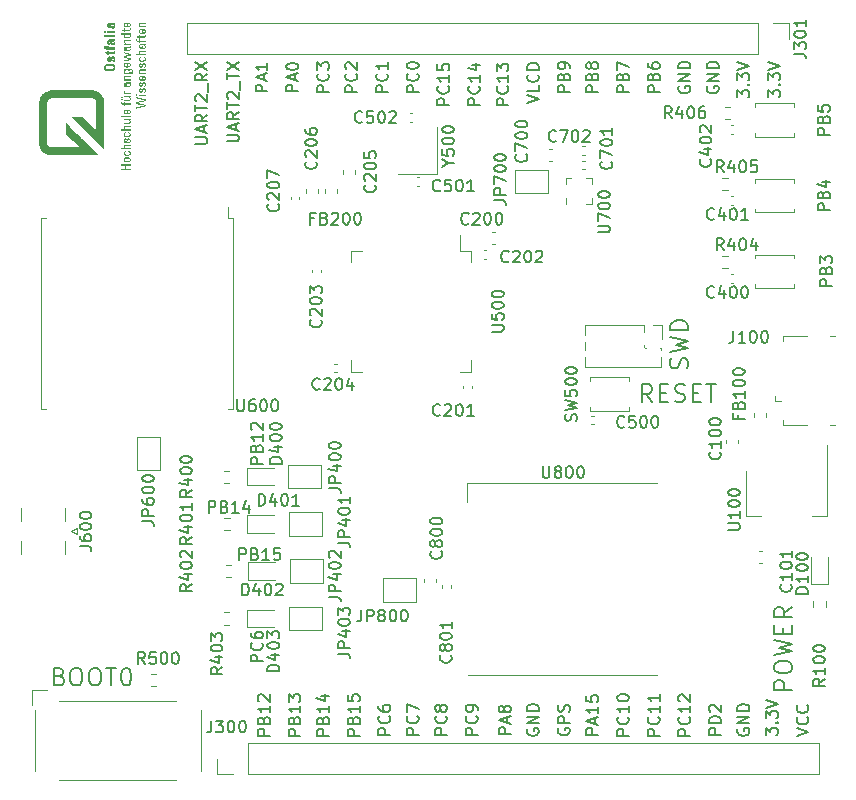
<source format=gbr>
%TF.GenerationSoftware,KiCad,Pcbnew,(6.0.6)*%
%TF.CreationDate,2022-08-06T17:38:51+02:00*%
%TF.ProjectId,STM32L053Breakout,53544d33-324c-4303-9533-427265616b6f,rev?*%
%TF.SameCoordinates,Original*%
%TF.FileFunction,Legend,Top*%
%TF.FilePolarity,Positive*%
%FSLAX46Y46*%
G04 Gerber Fmt 4.6, Leading zero omitted, Abs format (unit mm)*
G04 Created by KiCad (PCBNEW (6.0.6)) date 2022-08-06 17:38:51*
%MOMM*%
%LPD*%
G01*
G04 APERTURE LIST*
%ADD10C,0.150000*%
%ADD11C,0.200000*%
%ADD12C,0.300000*%
%ADD13C,0.120000*%
G04 APERTURE END LIST*
D10*
X112252380Y-130114285D02*
X111252380Y-130114285D01*
X111252380Y-129733333D01*
X111300000Y-129638095D01*
X111347619Y-129590476D01*
X111442857Y-129542857D01*
X111585714Y-129542857D01*
X111680952Y-129590476D01*
X111728571Y-129638095D01*
X111776190Y-129733333D01*
X111776190Y-130114285D01*
X111728571Y-128780952D02*
X111776190Y-128638095D01*
X111823809Y-128590476D01*
X111919047Y-128542857D01*
X112061904Y-128542857D01*
X112157142Y-128590476D01*
X112204761Y-128638095D01*
X112252380Y-128733333D01*
X112252380Y-129114285D01*
X111252380Y-129114285D01*
X111252380Y-128780952D01*
X111300000Y-128685714D01*
X111347619Y-128638095D01*
X111442857Y-128590476D01*
X111538095Y-128590476D01*
X111633333Y-128638095D01*
X111680952Y-128685714D01*
X111728571Y-128780952D01*
X111728571Y-129114285D01*
X112252380Y-127590476D02*
X112252380Y-128161904D01*
X112252380Y-127876190D02*
X111252380Y-127876190D01*
X111395238Y-127971428D01*
X111490476Y-128066666D01*
X111538095Y-128161904D01*
X111585714Y-126733333D02*
X112252380Y-126733333D01*
X111204761Y-126971428D02*
X111919047Y-127209523D01*
X111919047Y-126590476D01*
D11*
X89450000Y-125092857D02*
X89664285Y-125164285D01*
X89735714Y-125235714D01*
X89807142Y-125378571D01*
X89807142Y-125592857D01*
X89735714Y-125735714D01*
X89664285Y-125807142D01*
X89521428Y-125878571D01*
X88950000Y-125878571D01*
X88950000Y-124378571D01*
X89450000Y-124378571D01*
X89592857Y-124450000D01*
X89664285Y-124521428D01*
X89735714Y-124664285D01*
X89735714Y-124807142D01*
X89664285Y-124950000D01*
X89592857Y-125021428D01*
X89450000Y-125092857D01*
X88950000Y-125092857D01*
X90735714Y-124378571D02*
X91021428Y-124378571D01*
X91164285Y-124450000D01*
X91307142Y-124592857D01*
X91378571Y-124878571D01*
X91378571Y-125378571D01*
X91307142Y-125664285D01*
X91164285Y-125807142D01*
X91021428Y-125878571D01*
X90735714Y-125878571D01*
X90592857Y-125807142D01*
X90450000Y-125664285D01*
X90378571Y-125378571D01*
X90378571Y-124878571D01*
X90450000Y-124592857D01*
X90592857Y-124450000D01*
X90735714Y-124378571D01*
X92307142Y-124378571D02*
X92592857Y-124378571D01*
X92735714Y-124450000D01*
X92878571Y-124592857D01*
X92950000Y-124878571D01*
X92950000Y-125378571D01*
X92878571Y-125664285D01*
X92735714Y-125807142D01*
X92592857Y-125878571D01*
X92307142Y-125878571D01*
X92164285Y-125807142D01*
X92021428Y-125664285D01*
X91950000Y-125378571D01*
X91950000Y-124878571D01*
X92021428Y-124592857D01*
X92164285Y-124450000D01*
X92307142Y-124378571D01*
X93378571Y-124378571D02*
X94235714Y-124378571D01*
X93807142Y-125878571D02*
X93807142Y-124378571D01*
X95021428Y-124378571D02*
X95164285Y-124378571D01*
X95307142Y-124450000D01*
X95378571Y-124521428D01*
X95450000Y-124664285D01*
X95521428Y-124950000D01*
X95521428Y-125307142D01*
X95450000Y-125592857D01*
X95378571Y-125735714D01*
X95307142Y-125807142D01*
X95164285Y-125878571D01*
X95021428Y-125878571D01*
X94878571Y-125807142D01*
X94807142Y-125735714D01*
X94735714Y-125592857D01*
X94664285Y-125307142D01*
X94664285Y-124950000D01*
X94735714Y-124664285D01*
X94807142Y-124521428D01*
X94878571Y-124450000D01*
X95021428Y-124378571D01*
D10*
X114852380Y-130114285D02*
X113852380Y-130114285D01*
X113852380Y-129733333D01*
X113900000Y-129638095D01*
X113947619Y-129590476D01*
X114042857Y-129542857D01*
X114185714Y-129542857D01*
X114280952Y-129590476D01*
X114328571Y-129638095D01*
X114376190Y-129733333D01*
X114376190Y-130114285D01*
X114328571Y-128780952D02*
X114376190Y-128638095D01*
X114423809Y-128590476D01*
X114519047Y-128542857D01*
X114661904Y-128542857D01*
X114757142Y-128590476D01*
X114804761Y-128638095D01*
X114852380Y-128733333D01*
X114852380Y-129114285D01*
X113852380Y-129114285D01*
X113852380Y-128780952D01*
X113900000Y-128685714D01*
X113947619Y-128638095D01*
X114042857Y-128590476D01*
X114138095Y-128590476D01*
X114233333Y-128638095D01*
X114280952Y-128685714D01*
X114328571Y-128780952D01*
X114328571Y-129114285D01*
X114852380Y-127590476D02*
X114852380Y-128161904D01*
X114852380Y-127876190D02*
X113852380Y-127876190D01*
X113995238Y-127971428D01*
X114090476Y-128066666D01*
X114138095Y-128161904D01*
X113852380Y-126685714D02*
X113852380Y-127161904D01*
X114328571Y-127209523D01*
X114280952Y-127161904D01*
X114233333Y-127066666D01*
X114233333Y-126828571D01*
X114280952Y-126733333D01*
X114328571Y-126685714D01*
X114423809Y-126638095D01*
X114661904Y-126638095D01*
X114757142Y-126685714D01*
X114804761Y-126733333D01*
X114852380Y-126828571D01*
X114852380Y-127066666D01*
X114804761Y-127161904D01*
X114757142Y-127209523D01*
X112252380Y-75638095D02*
X111252380Y-75638095D01*
X111252380Y-75257142D01*
X111300000Y-75161904D01*
X111347619Y-75114285D01*
X111442857Y-75066666D01*
X111585714Y-75066666D01*
X111680952Y-75114285D01*
X111728571Y-75161904D01*
X111776190Y-75257142D01*
X111776190Y-75638095D01*
X112157142Y-74066666D02*
X112204761Y-74114285D01*
X112252380Y-74257142D01*
X112252380Y-74352380D01*
X112204761Y-74495238D01*
X112109523Y-74590476D01*
X112014285Y-74638095D01*
X111823809Y-74685714D01*
X111680952Y-74685714D01*
X111490476Y-74638095D01*
X111395238Y-74590476D01*
X111300000Y-74495238D01*
X111252380Y-74352380D01*
X111252380Y-74257142D01*
X111300000Y-74114285D01*
X111347619Y-74066666D01*
X111252380Y-73733333D02*
X111252380Y-73114285D01*
X111633333Y-73447619D01*
X111633333Y-73304761D01*
X111680952Y-73209523D01*
X111728571Y-73161904D01*
X111823809Y-73114285D01*
X112061904Y-73114285D01*
X112157142Y-73161904D01*
X112204761Y-73209523D01*
X112252380Y-73304761D01*
X112252380Y-73590476D01*
X112204761Y-73685714D01*
X112157142Y-73733333D01*
X104685714Y-115252380D02*
X104685714Y-114252380D01*
X105066666Y-114252380D01*
X105161904Y-114300000D01*
X105209523Y-114347619D01*
X105257142Y-114442857D01*
X105257142Y-114585714D01*
X105209523Y-114680952D01*
X105161904Y-114728571D01*
X105066666Y-114776190D01*
X104685714Y-114776190D01*
X106019047Y-114728571D02*
X106161904Y-114776190D01*
X106209523Y-114823809D01*
X106257142Y-114919047D01*
X106257142Y-115061904D01*
X106209523Y-115157142D01*
X106161904Y-115204761D01*
X106066666Y-115252380D01*
X105685714Y-115252380D01*
X105685714Y-114252380D01*
X106019047Y-114252380D01*
X106114285Y-114300000D01*
X106161904Y-114347619D01*
X106209523Y-114442857D01*
X106209523Y-114538095D01*
X106161904Y-114633333D01*
X106114285Y-114680952D01*
X106019047Y-114728571D01*
X105685714Y-114728571D01*
X107209523Y-115252380D02*
X106638095Y-115252380D01*
X106923809Y-115252380D02*
X106923809Y-114252380D01*
X106828571Y-114395238D01*
X106733333Y-114490476D01*
X106638095Y-114538095D01*
X108114285Y-114252380D02*
X107638095Y-114252380D01*
X107590476Y-114728571D01*
X107638095Y-114680952D01*
X107733333Y-114633333D01*
X107971428Y-114633333D01*
X108066666Y-114680952D01*
X108114285Y-114728571D01*
X108161904Y-114823809D01*
X108161904Y-115061904D01*
X108114285Y-115157142D01*
X108066666Y-115204761D01*
X107971428Y-115252380D01*
X107733333Y-115252380D01*
X107638095Y-115204761D01*
X107590476Y-115157142D01*
X109652380Y-75566666D02*
X108652380Y-75566666D01*
X108652380Y-75185714D01*
X108700000Y-75090476D01*
X108747619Y-75042857D01*
X108842857Y-74995238D01*
X108985714Y-74995238D01*
X109080952Y-75042857D01*
X109128571Y-75090476D01*
X109176190Y-75185714D01*
X109176190Y-75566666D01*
X109366666Y-74614285D02*
X109366666Y-74138095D01*
X109652380Y-74709523D02*
X108652380Y-74376190D01*
X109652380Y-74042857D01*
X108652380Y-73519047D02*
X108652380Y-73423809D01*
X108700000Y-73328571D01*
X108747619Y-73280952D01*
X108842857Y-73233333D01*
X109033333Y-73185714D01*
X109271428Y-73185714D01*
X109461904Y-73233333D01*
X109557142Y-73280952D01*
X109604761Y-73328571D01*
X109652380Y-73423809D01*
X109652380Y-73519047D01*
X109604761Y-73614285D01*
X109557142Y-73661904D01*
X109461904Y-73709523D01*
X109271428Y-73757142D01*
X109033333Y-73757142D01*
X108842857Y-73709523D01*
X108747619Y-73661904D01*
X108700000Y-73614285D01*
X108652380Y-73519047D01*
X102085714Y-111252380D02*
X102085714Y-110252380D01*
X102466666Y-110252380D01*
X102561904Y-110300000D01*
X102609523Y-110347619D01*
X102657142Y-110442857D01*
X102657142Y-110585714D01*
X102609523Y-110680952D01*
X102561904Y-110728571D01*
X102466666Y-110776190D01*
X102085714Y-110776190D01*
X103419047Y-110728571D02*
X103561904Y-110776190D01*
X103609523Y-110823809D01*
X103657142Y-110919047D01*
X103657142Y-111061904D01*
X103609523Y-111157142D01*
X103561904Y-111204761D01*
X103466666Y-111252380D01*
X103085714Y-111252380D01*
X103085714Y-110252380D01*
X103419047Y-110252380D01*
X103514285Y-110300000D01*
X103561904Y-110347619D01*
X103609523Y-110442857D01*
X103609523Y-110538095D01*
X103561904Y-110633333D01*
X103514285Y-110680952D01*
X103419047Y-110728571D01*
X103085714Y-110728571D01*
X104609523Y-111252380D02*
X104038095Y-111252380D01*
X104323809Y-111252380D02*
X104323809Y-110252380D01*
X104228571Y-110395238D01*
X104133333Y-110490476D01*
X104038095Y-110538095D01*
X105466666Y-110585714D02*
X105466666Y-111252380D01*
X105228571Y-110204761D02*
X104990476Y-110919047D01*
X105609523Y-110919047D01*
X114652380Y-75638095D02*
X113652380Y-75638095D01*
X113652380Y-75257142D01*
X113700000Y-75161904D01*
X113747619Y-75114285D01*
X113842857Y-75066666D01*
X113985714Y-75066666D01*
X114080952Y-75114285D01*
X114128571Y-75161904D01*
X114176190Y-75257142D01*
X114176190Y-75638095D01*
X114557142Y-74066666D02*
X114604761Y-74114285D01*
X114652380Y-74257142D01*
X114652380Y-74352380D01*
X114604761Y-74495238D01*
X114509523Y-74590476D01*
X114414285Y-74638095D01*
X114223809Y-74685714D01*
X114080952Y-74685714D01*
X113890476Y-74638095D01*
X113795238Y-74590476D01*
X113700000Y-74495238D01*
X113652380Y-74352380D01*
X113652380Y-74257142D01*
X113700000Y-74114285D01*
X113747619Y-74066666D01*
X113747619Y-73685714D02*
X113700000Y-73638095D01*
X113652380Y-73542857D01*
X113652380Y-73304761D01*
X113700000Y-73209523D01*
X113747619Y-73161904D01*
X113842857Y-73114285D01*
X113938095Y-73114285D01*
X114080952Y-73161904D01*
X114652380Y-73733333D01*
X114652380Y-73114285D01*
X129070000Y-129561904D02*
X129022380Y-129657142D01*
X129022380Y-129800000D01*
X129070000Y-129942857D01*
X129165238Y-130038095D01*
X129260476Y-130085714D01*
X129450952Y-130133333D01*
X129593809Y-130133333D01*
X129784285Y-130085714D01*
X129879523Y-130038095D01*
X129974761Y-129942857D01*
X130022380Y-129800000D01*
X130022380Y-129704761D01*
X129974761Y-129561904D01*
X129927142Y-129514285D01*
X129593809Y-129514285D01*
X129593809Y-129704761D01*
X130022380Y-129085714D02*
X129022380Y-129085714D01*
X130022380Y-128514285D01*
X129022380Y-128514285D01*
X130022380Y-128038095D02*
X129022380Y-128038095D01*
X129022380Y-127800000D01*
X129070000Y-127657142D01*
X129165238Y-127561904D01*
X129260476Y-127514285D01*
X129450952Y-127466666D01*
X129593809Y-127466666D01*
X129784285Y-127514285D01*
X129879523Y-127561904D01*
X129974761Y-127657142D01*
X130022380Y-127800000D01*
X130022380Y-128038095D01*
X109852380Y-130114285D02*
X108852380Y-130114285D01*
X108852380Y-129733333D01*
X108900000Y-129638095D01*
X108947619Y-129590476D01*
X109042857Y-129542857D01*
X109185714Y-129542857D01*
X109280952Y-129590476D01*
X109328571Y-129638095D01*
X109376190Y-129733333D01*
X109376190Y-130114285D01*
X109328571Y-128780952D02*
X109376190Y-128638095D01*
X109423809Y-128590476D01*
X109519047Y-128542857D01*
X109661904Y-128542857D01*
X109757142Y-128590476D01*
X109804761Y-128638095D01*
X109852380Y-128733333D01*
X109852380Y-129114285D01*
X108852380Y-129114285D01*
X108852380Y-128780952D01*
X108900000Y-128685714D01*
X108947619Y-128638095D01*
X109042857Y-128590476D01*
X109138095Y-128590476D01*
X109233333Y-128638095D01*
X109280952Y-128685714D01*
X109328571Y-128780952D01*
X109328571Y-129114285D01*
X109852380Y-127590476D02*
X109852380Y-128161904D01*
X109852380Y-127876190D02*
X108852380Y-127876190D01*
X108995238Y-127971428D01*
X109090476Y-128066666D01*
X109138095Y-128161904D01*
X108852380Y-127257142D02*
X108852380Y-126638095D01*
X109233333Y-126971428D01*
X109233333Y-126828571D01*
X109280952Y-126733333D01*
X109328571Y-126685714D01*
X109423809Y-126638095D01*
X109661904Y-126638095D01*
X109757142Y-126685714D01*
X109804761Y-126733333D01*
X109852380Y-126828571D01*
X109852380Y-127114285D01*
X109804761Y-127209523D01*
X109757142Y-127257142D01*
X127652380Y-129966666D02*
X126652380Y-129966666D01*
X126652380Y-129585714D01*
X126700000Y-129490476D01*
X126747619Y-129442857D01*
X126842857Y-129395238D01*
X126985714Y-129395238D01*
X127080952Y-129442857D01*
X127128571Y-129490476D01*
X127176190Y-129585714D01*
X127176190Y-129966666D01*
X127366666Y-129014285D02*
X127366666Y-128538095D01*
X127652380Y-129109523D02*
X126652380Y-128776190D01*
X127652380Y-128442857D01*
X127080952Y-127966666D02*
X127033333Y-128061904D01*
X126985714Y-128109523D01*
X126890476Y-128157142D01*
X126842857Y-128157142D01*
X126747619Y-128109523D01*
X126700000Y-128061904D01*
X126652380Y-127966666D01*
X126652380Y-127776190D01*
X126700000Y-127680952D01*
X126747619Y-127633333D01*
X126842857Y-127585714D01*
X126890476Y-127585714D01*
X126985714Y-127633333D01*
X127033333Y-127680952D01*
X127080952Y-127776190D01*
X127080952Y-127966666D01*
X127128571Y-128061904D01*
X127176190Y-128109523D01*
X127271428Y-128157142D01*
X127461904Y-128157142D01*
X127557142Y-128109523D01*
X127604761Y-128061904D01*
X127652380Y-127966666D01*
X127652380Y-127776190D01*
X127604761Y-127680952D01*
X127557142Y-127633333D01*
X127461904Y-127585714D01*
X127271428Y-127585714D01*
X127176190Y-127633333D01*
X127128571Y-127680952D01*
X127080952Y-127776190D01*
X103652380Y-79809523D02*
X104461904Y-79809523D01*
X104557142Y-79761904D01*
X104604761Y-79714285D01*
X104652380Y-79619047D01*
X104652380Y-79428571D01*
X104604761Y-79333333D01*
X104557142Y-79285714D01*
X104461904Y-79238095D01*
X103652380Y-79238095D01*
X104366666Y-78809523D02*
X104366666Y-78333333D01*
X104652380Y-78904761D02*
X103652380Y-78571428D01*
X104652380Y-78238095D01*
X104652380Y-77333333D02*
X104176190Y-77666666D01*
X104652380Y-77904761D02*
X103652380Y-77904761D01*
X103652380Y-77523809D01*
X103700000Y-77428571D01*
X103747619Y-77380952D01*
X103842857Y-77333333D01*
X103985714Y-77333333D01*
X104080952Y-77380952D01*
X104128571Y-77428571D01*
X104176190Y-77523809D01*
X104176190Y-77904761D01*
X103652380Y-77047619D02*
X103652380Y-76476190D01*
X104652380Y-76761904D02*
X103652380Y-76761904D01*
X103747619Y-76190476D02*
X103700000Y-76142857D01*
X103652380Y-76047619D01*
X103652380Y-75809523D01*
X103700000Y-75714285D01*
X103747619Y-75666666D01*
X103842857Y-75619047D01*
X103938095Y-75619047D01*
X104080952Y-75666666D01*
X104652380Y-76238095D01*
X104652380Y-75619047D01*
X104747619Y-75428571D02*
X104747619Y-74666666D01*
X103652380Y-74571428D02*
X103652380Y-74000000D01*
X104652380Y-74285714D02*
X103652380Y-74285714D01*
X103652380Y-73761904D02*
X104652380Y-73095238D01*
X103652380Y-73095238D02*
X104652380Y-73761904D01*
X117452380Y-130038095D02*
X116452380Y-130038095D01*
X116452380Y-129657142D01*
X116500000Y-129561904D01*
X116547619Y-129514285D01*
X116642857Y-129466666D01*
X116785714Y-129466666D01*
X116880952Y-129514285D01*
X116928571Y-129561904D01*
X116976190Y-129657142D01*
X116976190Y-130038095D01*
X117357142Y-128466666D02*
X117404761Y-128514285D01*
X117452380Y-128657142D01*
X117452380Y-128752380D01*
X117404761Y-128895238D01*
X117309523Y-128990476D01*
X117214285Y-129038095D01*
X117023809Y-129085714D01*
X116880952Y-129085714D01*
X116690476Y-129038095D01*
X116595238Y-128990476D01*
X116500000Y-128895238D01*
X116452380Y-128752380D01*
X116452380Y-128657142D01*
X116500000Y-128514285D01*
X116547619Y-128466666D01*
X116452380Y-127609523D02*
X116452380Y-127800000D01*
X116500000Y-127895238D01*
X116547619Y-127942857D01*
X116690476Y-128038095D01*
X116880952Y-128085714D01*
X117261904Y-128085714D01*
X117357142Y-128038095D01*
X117404761Y-127990476D01*
X117452380Y-127895238D01*
X117452380Y-127704761D01*
X117404761Y-127609523D01*
X117357142Y-127561904D01*
X117261904Y-127514285D01*
X117023809Y-127514285D01*
X116928571Y-127561904D01*
X116880952Y-127609523D01*
X116833333Y-127704761D01*
X116833333Y-127895238D01*
X116880952Y-127990476D01*
X116928571Y-128038095D01*
X117023809Y-128085714D01*
X137652380Y-75638095D02*
X136652380Y-75638095D01*
X136652380Y-75257142D01*
X136700000Y-75161904D01*
X136747619Y-75114285D01*
X136842857Y-75066666D01*
X136985714Y-75066666D01*
X137080952Y-75114285D01*
X137128571Y-75161904D01*
X137176190Y-75257142D01*
X137176190Y-75638095D01*
X137128571Y-74304761D02*
X137176190Y-74161904D01*
X137223809Y-74114285D01*
X137319047Y-74066666D01*
X137461904Y-74066666D01*
X137557142Y-74114285D01*
X137604761Y-74161904D01*
X137652380Y-74257142D01*
X137652380Y-74638095D01*
X136652380Y-74638095D01*
X136652380Y-74304761D01*
X136700000Y-74209523D01*
X136747619Y-74161904D01*
X136842857Y-74114285D01*
X136938095Y-74114285D01*
X137033333Y-74161904D01*
X137080952Y-74209523D01*
X137128571Y-74304761D01*
X137128571Y-74638095D01*
X136652380Y-73733333D02*
X136652380Y-73066666D01*
X137652380Y-73495238D01*
X149452380Y-76076190D02*
X149452380Y-75457142D01*
X149833333Y-75790476D01*
X149833333Y-75647619D01*
X149880952Y-75552380D01*
X149928571Y-75504761D01*
X150023809Y-75457142D01*
X150261904Y-75457142D01*
X150357142Y-75504761D01*
X150404761Y-75552380D01*
X150452380Y-75647619D01*
X150452380Y-75933333D01*
X150404761Y-76028571D01*
X150357142Y-76076190D01*
X150357142Y-75028571D02*
X150404761Y-74980952D01*
X150452380Y-75028571D01*
X150404761Y-75076190D01*
X150357142Y-75028571D01*
X150452380Y-75028571D01*
X149452380Y-74647619D02*
X149452380Y-74028571D01*
X149833333Y-74361904D01*
X149833333Y-74219047D01*
X149880952Y-74123809D01*
X149928571Y-74076190D01*
X150023809Y-74028571D01*
X150261904Y-74028571D01*
X150357142Y-74076190D01*
X150404761Y-74123809D01*
X150452380Y-74219047D01*
X150452380Y-74504761D01*
X150404761Y-74600000D01*
X150357142Y-74647619D01*
X149452380Y-73742857D02*
X150452380Y-73409523D01*
X149452380Y-73076190D01*
X124852380Y-130038095D02*
X123852380Y-130038095D01*
X123852380Y-129657142D01*
X123900000Y-129561904D01*
X123947619Y-129514285D01*
X124042857Y-129466666D01*
X124185714Y-129466666D01*
X124280952Y-129514285D01*
X124328571Y-129561904D01*
X124376190Y-129657142D01*
X124376190Y-130038095D01*
X124757142Y-128466666D02*
X124804761Y-128514285D01*
X124852380Y-128657142D01*
X124852380Y-128752380D01*
X124804761Y-128895238D01*
X124709523Y-128990476D01*
X124614285Y-129038095D01*
X124423809Y-129085714D01*
X124280952Y-129085714D01*
X124090476Y-129038095D01*
X123995238Y-128990476D01*
X123900000Y-128895238D01*
X123852380Y-128752380D01*
X123852380Y-128657142D01*
X123900000Y-128514285D01*
X123947619Y-128466666D01*
X124852380Y-127990476D02*
X124852380Y-127800000D01*
X124804761Y-127704761D01*
X124757142Y-127657142D01*
X124614285Y-127561904D01*
X124423809Y-127514285D01*
X124042857Y-127514285D01*
X123947619Y-127561904D01*
X123900000Y-127609523D01*
X123852380Y-127704761D01*
X123852380Y-127895238D01*
X123900000Y-127990476D01*
X123947619Y-128038095D01*
X124042857Y-128085714D01*
X124280952Y-128085714D01*
X124376190Y-128038095D01*
X124423809Y-127990476D01*
X124471428Y-127895238D01*
X124471428Y-127704761D01*
X124423809Y-127609523D01*
X124376190Y-127561904D01*
X124280952Y-127514285D01*
X106652380Y-123838095D02*
X105652380Y-123838095D01*
X105652380Y-123457142D01*
X105700000Y-123361904D01*
X105747619Y-123314285D01*
X105842857Y-123266666D01*
X105985714Y-123266666D01*
X106080952Y-123314285D01*
X106128571Y-123361904D01*
X106176190Y-123457142D01*
X106176190Y-123838095D01*
X106557142Y-122266666D02*
X106604761Y-122314285D01*
X106652380Y-122457142D01*
X106652380Y-122552380D01*
X106604761Y-122695238D01*
X106509523Y-122790476D01*
X106414285Y-122838095D01*
X106223809Y-122885714D01*
X106080952Y-122885714D01*
X105890476Y-122838095D01*
X105795238Y-122790476D01*
X105700000Y-122695238D01*
X105652380Y-122552380D01*
X105652380Y-122457142D01*
X105700000Y-122314285D01*
X105747619Y-122266666D01*
X105652380Y-121409523D02*
X105652380Y-121600000D01*
X105700000Y-121695238D01*
X105747619Y-121742857D01*
X105890476Y-121838095D01*
X106080952Y-121885714D01*
X106461904Y-121885714D01*
X106557142Y-121838095D01*
X106604761Y-121790476D01*
X106652380Y-121695238D01*
X106652380Y-121504761D01*
X106604761Y-121409523D01*
X106557142Y-121361904D01*
X106461904Y-121314285D01*
X106223809Y-121314285D01*
X106128571Y-121361904D01*
X106080952Y-121409523D01*
X106033333Y-121504761D01*
X106033333Y-121695238D01*
X106080952Y-121790476D01*
X106128571Y-121838095D01*
X106223809Y-121885714D01*
X125052380Y-76714285D02*
X124052380Y-76714285D01*
X124052380Y-76333333D01*
X124100000Y-76238095D01*
X124147619Y-76190476D01*
X124242857Y-76142857D01*
X124385714Y-76142857D01*
X124480952Y-76190476D01*
X124528571Y-76238095D01*
X124576190Y-76333333D01*
X124576190Y-76714285D01*
X124957142Y-75142857D02*
X125004761Y-75190476D01*
X125052380Y-75333333D01*
X125052380Y-75428571D01*
X125004761Y-75571428D01*
X124909523Y-75666666D01*
X124814285Y-75714285D01*
X124623809Y-75761904D01*
X124480952Y-75761904D01*
X124290476Y-75714285D01*
X124195238Y-75666666D01*
X124100000Y-75571428D01*
X124052380Y-75428571D01*
X124052380Y-75333333D01*
X124100000Y-75190476D01*
X124147619Y-75142857D01*
X125052380Y-74190476D02*
X125052380Y-74761904D01*
X125052380Y-74476190D02*
X124052380Y-74476190D01*
X124195238Y-74571428D01*
X124290476Y-74666666D01*
X124338095Y-74761904D01*
X124385714Y-73333333D02*
X125052380Y-73333333D01*
X124004761Y-73571428D02*
X124719047Y-73809523D01*
X124719047Y-73190476D01*
X149252380Y-130076190D02*
X149252380Y-129457142D01*
X149633333Y-129790476D01*
X149633333Y-129647619D01*
X149680952Y-129552380D01*
X149728571Y-129504761D01*
X149823809Y-129457142D01*
X150061904Y-129457142D01*
X150157142Y-129504761D01*
X150204761Y-129552380D01*
X150252380Y-129647619D01*
X150252380Y-129933333D01*
X150204761Y-130028571D01*
X150157142Y-130076190D01*
X150157142Y-129028571D02*
X150204761Y-128980952D01*
X150252380Y-129028571D01*
X150204761Y-129076190D01*
X150157142Y-129028571D01*
X150252380Y-129028571D01*
X149252380Y-128647619D02*
X149252380Y-128028571D01*
X149633333Y-128361904D01*
X149633333Y-128219047D01*
X149680952Y-128123809D01*
X149728571Y-128076190D01*
X149823809Y-128028571D01*
X150061904Y-128028571D01*
X150157142Y-128076190D01*
X150204761Y-128123809D01*
X150252380Y-128219047D01*
X150252380Y-128504761D01*
X150204761Y-128600000D01*
X150157142Y-128647619D01*
X149252380Y-127742857D02*
X150252380Y-127409523D01*
X149252380Y-127076190D01*
X145452380Y-130038095D02*
X144452380Y-130038095D01*
X144452380Y-129657142D01*
X144500000Y-129561904D01*
X144547619Y-129514285D01*
X144642857Y-129466666D01*
X144785714Y-129466666D01*
X144880952Y-129514285D01*
X144928571Y-129561904D01*
X144976190Y-129657142D01*
X144976190Y-130038095D01*
X145452380Y-129038095D02*
X144452380Y-129038095D01*
X144452380Y-128800000D01*
X144500000Y-128657142D01*
X144595238Y-128561904D01*
X144690476Y-128514285D01*
X144880952Y-128466666D01*
X145023809Y-128466666D01*
X145214285Y-128514285D01*
X145309523Y-128561904D01*
X145404761Y-128657142D01*
X145452380Y-128800000D01*
X145452380Y-129038095D01*
X144547619Y-128085714D02*
X144500000Y-128038095D01*
X144452380Y-127942857D01*
X144452380Y-127704761D01*
X144500000Y-127609523D01*
X144547619Y-127561904D01*
X144642857Y-127514285D01*
X144738095Y-127514285D01*
X144880952Y-127561904D01*
X145452380Y-128133333D01*
X145452380Y-127514285D01*
X129052380Y-76538095D02*
X130052380Y-76204761D01*
X129052380Y-75871428D01*
X130052380Y-75061904D02*
X130052380Y-75538095D01*
X129052380Y-75538095D01*
X129957142Y-74157142D02*
X130004761Y-74204761D01*
X130052380Y-74347619D01*
X130052380Y-74442857D01*
X130004761Y-74585714D01*
X129909523Y-74680952D01*
X129814285Y-74728571D01*
X129623809Y-74776190D01*
X129480952Y-74776190D01*
X129290476Y-74728571D01*
X129195238Y-74680952D01*
X129100000Y-74585714D01*
X129052380Y-74442857D01*
X129052380Y-74347619D01*
X129100000Y-74204761D01*
X129147619Y-74157142D01*
X130052380Y-73728571D02*
X129052380Y-73728571D01*
X129052380Y-73490476D01*
X129100000Y-73347619D01*
X129195238Y-73252380D01*
X129290476Y-73204761D01*
X129480952Y-73157142D01*
X129623809Y-73157142D01*
X129814285Y-73204761D01*
X129909523Y-73252380D01*
X130004761Y-73347619D01*
X130052380Y-73490476D01*
X130052380Y-73728571D01*
X144300000Y-75161904D02*
X144252380Y-75257142D01*
X144252380Y-75400000D01*
X144300000Y-75542857D01*
X144395238Y-75638095D01*
X144490476Y-75685714D01*
X144680952Y-75733333D01*
X144823809Y-75733333D01*
X145014285Y-75685714D01*
X145109523Y-75638095D01*
X145204761Y-75542857D01*
X145252380Y-75400000D01*
X145252380Y-75304761D01*
X145204761Y-75161904D01*
X145157142Y-75114285D01*
X144823809Y-75114285D01*
X144823809Y-75304761D01*
X145252380Y-74685714D02*
X144252380Y-74685714D01*
X145252380Y-74114285D01*
X144252380Y-74114285D01*
X145252380Y-73638095D02*
X144252380Y-73638095D01*
X144252380Y-73400000D01*
X144300000Y-73257142D01*
X144395238Y-73161904D01*
X144490476Y-73114285D01*
X144680952Y-73066666D01*
X144823809Y-73066666D01*
X145014285Y-73114285D01*
X145109523Y-73161904D01*
X145204761Y-73257142D01*
X145252380Y-73400000D01*
X145252380Y-73638095D01*
X141900000Y-75161904D02*
X141852380Y-75257142D01*
X141852380Y-75400000D01*
X141900000Y-75542857D01*
X141995238Y-75638095D01*
X142090476Y-75685714D01*
X142280952Y-75733333D01*
X142423809Y-75733333D01*
X142614285Y-75685714D01*
X142709523Y-75638095D01*
X142804761Y-75542857D01*
X142852380Y-75400000D01*
X142852380Y-75304761D01*
X142804761Y-75161904D01*
X142757142Y-75114285D01*
X142423809Y-75114285D01*
X142423809Y-75304761D01*
X142852380Y-74685714D02*
X141852380Y-74685714D01*
X142852380Y-74114285D01*
X141852380Y-74114285D01*
X142852380Y-73638095D02*
X141852380Y-73638095D01*
X141852380Y-73400000D01*
X141900000Y-73257142D01*
X141995238Y-73161904D01*
X142090476Y-73114285D01*
X142280952Y-73066666D01*
X142423809Y-73066666D01*
X142614285Y-73114285D01*
X142709523Y-73161904D01*
X142804761Y-73257142D01*
X142852380Y-73400000D01*
X142852380Y-73638095D01*
X107052380Y-75566666D02*
X106052380Y-75566666D01*
X106052380Y-75185714D01*
X106100000Y-75090476D01*
X106147619Y-75042857D01*
X106242857Y-74995238D01*
X106385714Y-74995238D01*
X106480952Y-75042857D01*
X106528571Y-75090476D01*
X106576190Y-75185714D01*
X106576190Y-75566666D01*
X106766666Y-74614285D02*
X106766666Y-74138095D01*
X107052380Y-74709523D02*
X106052380Y-74376190D01*
X107052380Y-74042857D01*
X107052380Y-73185714D02*
X107052380Y-73757142D01*
X107052380Y-73471428D02*
X106052380Y-73471428D01*
X106195238Y-73566666D01*
X106290476Y-73661904D01*
X106338095Y-73757142D01*
D11*
X142607142Y-99035714D02*
X142678571Y-98821428D01*
X142678571Y-98464285D01*
X142607142Y-98321428D01*
X142535714Y-98250000D01*
X142392857Y-98178571D01*
X142250000Y-98178571D01*
X142107142Y-98250000D01*
X142035714Y-98321428D01*
X141964285Y-98464285D01*
X141892857Y-98750000D01*
X141821428Y-98892857D01*
X141750000Y-98964285D01*
X141607142Y-99035714D01*
X141464285Y-99035714D01*
X141321428Y-98964285D01*
X141250000Y-98892857D01*
X141178571Y-98750000D01*
X141178571Y-98392857D01*
X141250000Y-98178571D01*
X141178571Y-97678571D02*
X142678571Y-97321428D01*
X141607142Y-97035714D01*
X142678571Y-96750000D01*
X141178571Y-96392857D01*
X142678571Y-95821428D02*
X141178571Y-95821428D01*
X141178571Y-95464285D01*
X141250000Y-95250000D01*
X141392857Y-95107142D01*
X141535714Y-95035714D01*
X141821428Y-94964285D01*
X142035714Y-94964285D01*
X142321428Y-95035714D01*
X142464285Y-95107142D01*
X142607142Y-95250000D01*
X142678571Y-95464285D01*
X142678571Y-95821428D01*
D10*
X140252380Y-75638095D02*
X139252380Y-75638095D01*
X139252380Y-75257142D01*
X139300000Y-75161904D01*
X139347619Y-75114285D01*
X139442857Y-75066666D01*
X139585714Y-75066666D01*
X139680952Y-75114285D01*
X139728571Y-75161904D01*
X139776190Y-75257142D01*
X139776190Y-75638095D01*
X139728571Y-74304761D02*
X139776190Y-74161904D01*
X139823809Y-74114285D01*
X139919047Y-74066666D01*
X140061904Y-74066666D01*
X140157142Y-74114285D01*
X140204761Y-74161904D01*
X140252380Y-74257142D01*
X140252380Y-74638095D01*
X139252380Y-74638095D01*
X139252380Y-74304761D01*
X139300000Y-74209523D01*
X139347619Y-74161904D01*
X139442857Y-74114285D01*
X139538095Y-74114285D01*
X139633333Y-74161904D01*
X139680952Y-74209523D01*
X139728571Y-74304761D01*
X139728571Y-74638095D01*
X139252380Y-73209523D02*
X139252380Y-73400000D01*
X139300000Y-73495238D01*
X139347619Y-73542857D01*
X139490476Y-73638095D01*
X139680952Y-73685714D01*
X140061904Y-73685714D01*
X140157142Y-73638095D01*
X140204761Y-73590476D01*
X140252380Y-73495238D01*
X140252380Y-73304761D01*
X140204761Y-73209523D01*
X140157142Y-73161904D01*
X140061904Y-73114285D01*
X139823809Y-73114285D01*
X139728571Y-73161904D01*
X139680952Y-73209523D01*
X139633333Y-73304761D01*
X139633333Y-73495238D01*
X139680952Y-73590476D01*
X139728571Y-73638095D01*
X139823809Y-73685714D01*
D11*
X139621428Y-101878571D02*
X139121428Y-101164285D01*
X138764285Y-101878571D02*
X138764285Y-100378571D01*
X139335714Y-100378571D01*
X139478571Y-100450000D01*
X139550000Y-100521428D01*
X139621428Y-100664285D01*
X139621428Y-100878571D01*
X139550000Y-101021428D01*
X139478571Y-101092857D01*
X139335714Y-101164285D01*
X138764285Y-101164285D01*
X140264285Y-101092857D02*
X140764285Y-101092857D01*
X140978571Y-101878571D02*
X140264285Y-101878571D01*
X140264285Y-100378571D01*
X140978571Y-100378571D01*
X141550000Y-101807142D02*
X141764285Y-101878571D01*
X142121428Y-101878571D01*
X142264285Y-101807142D01*
X142335714Y-101735714D01*
X142407142Y-101592857D01*
X142407142Y-101450000D01*
X142335714Y-101307142D01*
X142264285Y-101235714D01*
X142121428Y-101164285D01*
X141835714Y-101092857D01*
X141692857Y-101021428D01*
X141621428Y-100950000D01*
X141550000Y-100807142D01*
X141550000Y-100664285D01*
X141621428Y-100521428D01*
X141692857Y-100450000D01*
X141835714Y-100378571D01*
X142192857Y-100378571D01*
X142407142Y-100450000D01*
X143050000Y-101092857D02*
X143550000Y-101092857D01*
X143764285Y-101878571D02*
X143050000Y-101878571D01*
X143050000Y-100378571D01*
X143764285Y-100378571D01*
X144192857Y-100378571D02*
X145050000Y-100378571D01*
X144621428Y-101878571D02*
X144621428Y-100378571D01*
D10*
X154652380Y-79238095D02*
X153652380Y-79238095D01*
X153652380Y-78857142D01*
X153700000Y-78761904D01*
X153747619Y-78714285D01*
X153842857Y-78666666D01*
X153985714Y-78666666D01*
X154080952Y-78714285D01*
X154128571Y-78761904D01*
X154176190Y-78857142D01*
X154176190Y-79238095D01*
X154128571Y-77904761D02*
X154176190Y-77761904D01*
X154223809Y-77714285D01*
X154319047Y-77666666D01*
X154461904Y-77666666D01*
X154557142Y-77714285D01*
X154604761Y-77761904D01*
X154652380Y-77857142D01*
X154652380Y-78238095D01*
X153652380Y-78238095D01*
X153652380Y-77904761D01*
X153700000Y-77809523D01*
X153747619Y-77761904D01*
X153842857Y-77714285D01*
X153938095Y-77714285D01*
X154033333Y-77761904D01*
X154080952Y-77809523D01*
X154128571Y-77904761D01*
X154128571Y-78238095D01*
X153652380Y-76761904D02*
X153652380Y-77238095D01*
X154128571Y-77285714D01*
X154080952Y-77238095D01*
X154033333Y-77142857D01*
X154033333Y-76904761D01*
X154080952Y-76809523D01*
X154128571Y-76761904D01*
X154223809Y-76714285D01*
X154461904Y-76714285D01*
X154557142Y-76761904D01*
X154604761Y-76809523D01*
X154652380Y-76904761D01*
X154652380Y-77142857D01*
X154604761Y-77238095D01*
X154557142Y-77285714D01*
X132652380Y-75638095D02*
X131652380Y-75638095D01*
X131652380Y-75257142D01*
X131700000Y-75161904D01*
X131747619Y-75114285D01*
X131842857Y-75066666D01*
X131985714Y-75066666D01*
X132080952Y-75114285D01*
X132128571Y-75161904D01*
X132176190Y-75257142D01*
X132176190Y-75638095D01*
X132128571Y-74304761D02*
X132176190Y-74161904D01*
X132223809Y-74114285D01*
X132319047Y-74066666D01*
X132461904Y-74066666D01*
X132557142Y-74114285D01*
X132604761Y-74161904D01*
X132652380Y-74257142D01*
X132652380Y-74638095D01*
X131652380Y-74638095D01*
X131652380Y-74304761D01*
X131700000Y-74209523D01*
X131747619Y-74161904D01*
X131842857Y-74114285D01*
X131938095Y-74114285D01*
X132033333Y-74161904D01*
X132080952Y-74209523D01*
X132128571Y-74304761D01*
X132128571Y-74638095D01*
X132652380Y-73590476D02*
X132652380Y-73400000D01*
X132604761Y-73304761D01*
X132557142Y-73257142D01*
X132414285Y-73161904D01*
X132223809Y-73114285D01*
X131842857Y-73114285D01*
X131747619Y-73161904D01*
X131700000Y-73209523D01*
X131652380Y-73304761D01*
X131652380Y-73495238D01*
X131700000Y-73590476D01*
X131747619Y-73638095D01*
X131842857Y-73685714D01*
X132080952Y-73685714D01*
X132176190Y-73638095D01*
X132223809Y-73590476D01*
X132271428Y-73495238D01*
X132271428Y-73304761D01*
X132223809Y-73209523D01*
X132176190Y-73161904D01*
X132080952Y-73114285D01*
X131700000Y-129514285D02*
X131652380Y-129609523D01*
X131652380Y-129752380D01*
X131700000Y-129895238D01*
X131795238Y-129990476D01*
X131890476Y-130038095D01*
X132080952Y-130085714D01*
X132223809Y-130085714D01*
X132414285Y-130038095D01*
X132509523Y-129990476D01*
X132604761Y-129895238D01*
X132652380Y-129752380D01*
X132652380Y-129657142D01*
X132604761Y-129514285D01*
X132557142Y-129466666D01*
X132223809Y-129466666D01*
X132223809Y-129657142D01*
X132652380Y-129038095D02*
X131652380Y-129038095D01*
X131652380Y-128657142D01*
X131700000Y-128561904D01*
X131747619Y-128514285D01*
X131842857Y-128466666D01*
X131985714Y-128466666D01*
X132080952Y-128514285D01*
X132128571Y-128561904D01*
X132176190Y-128657142D01*
X132176190Y-129038095D01*
X132604761Y-128085714D02*
X132652380Y-127942857D01*
X132652380Y-127704761D01*
X132604761Y-127609523D01*
X132557142Y-127561904D01*
X132461904Y-127514285D01*
X132366666Y-127514285D01*
X132271428Y-127561904D01*
X132223809Y-127609523D01*
X132176190Y-127704761D01*
X132128571Y-127895238D01*
X132080952Y-127990476D01*
X132033333Y-128038095D01*
X131938095Y-128085714D01*
X131842857Y-128085714D01*
X131747619Y-128038095D01*
X131700000Y-127990476D01*
X131652380Y-127895238D01*
X131652380Y-127657142D01*
X131700000Y-127514285D01*
X140252380Y-130114285D02*
X139252380Y-130114285D01*
X139252380Y-129733333D01*
X139300000Y-129638095D01*
X139347619Y-129590476D01*
X139442857Y-129542857D01*
X139585714Y-129542857D01*
X139680952Y-129590476D01*
X139728571Y-129638095D01*
X139776190Y-129733333D01*
X139776190Y-130114285D01*
X140157142Y-128542857D02*
X140204761Y-128590476D01*
X140252380Y-128733333D01*
X140252380Y-128828571D01*
X140204761Y-128971428D01*
X140109523Y-129066666D01*
X140014285Y-129114285D01*
X139823809Y-129161904D01*
X139680952Y-129161904D01*
X139490476Y-129114285D01*
X139395238Y-129066666D01*
X139300000Y-128971428D01*
X139252380Y-128828571D01*
X139252380Y-128733333D01*
X139300000Y-128590476D01*
X139347619Y-128542857D01*
X140252380Y-127590476D02*
X140252380Y-128161904D01*
X140252380Y-127876190D02*
X139252380Y-127876190D01*
X139395238Y-127971428D01*
X139490476Y-128066666D01*
X139538095Y-128161904D01*
X140252380Y-126638095D02*
X140252380Y-127209523D01*
X140252380Y-126923809D02*
X139252380Y-126923809D01*
X139395238Y-127019047D01*
X139490476Y-127114285D01*
X139538095Y-127209523D01*
X127452380Y-76714285D02*
X126452380Y-76714285D01*
X126452380Y-76333333D01*
X126500000Y-76238095D01*
X126547619Y-76190476D01*
X126642857Y-76142857D01*
X126785714Y-76142857D01*
X126880952Y-76190476D01*
X126928571Y-76238095D01*
X126976190Y-76333333D01*
X126976190Y-76714285D01*
X127357142Y-75142857D02*
X127404761Y-75190476D01*
X127452380Y-75333333D01*
X127452380Y-75428571D01*
X127404761Y-75571428D01*
X127309523Y-75666666D01*
X127214285Y-75714285D01*
X127023809Y-75761904D01*
X126880952Y-75761904D01*
X126690476Y-75714285D01*
X126595238Y-75666666D01*
X126500000Y-75571428D01*
X126452380Y-75428571D01*
X126452380Y-75333333D01*
X126500000Y-75190476D01*
X126547619Y-75142857D01*
X127452380Y-74190476D02*
X127452380Y-74761904D01*
X127452380Y-74476190D02*
X126452380Y-74476190D01*
X126595238Y-74571428D01*
X126690476Y-74666666D01*
X126738095Y-74761904D01*
X126452380Y-73857142D02*
X126452380Y-73238095D01*
X126833333Y-73571428D01*
X126833333Y-73428571D01*
X126880952Y-73333333D01*
X126928571Y-73285714D01*
X127023809Y-73238095D01*
X127261904Y-73238095D01*
X127357142Y-73285714D01*
X127404761Y-73333333D01*
X127452380Y-73428571D01*
X127452380Y-73714285D01*
X127404761Y-73809523D01*
X127357142Y-73857142D01*
D11*
X151478571Y-126264285D02*
X149978571Y-126264285D01*
X149978571Y-125692857D01*
X150050000Y-125550000D01*
X150121428Y-125478571D01*
X150264285Y-125407142D01*
X150478571Y-125407142D01*
X150621428Y-125478571D01*
X150692857Y-125550000D01*
X150764285Y-125692857D01*
X150764285Y-126264285D01*
X149978571Y-124478571D02*
X149978571Y-124192857D01*
X150050000Y-124050000D01*
X150192857Y-123907142D01*
X150478571Y-123835714D01*
X150978571Y-123835714D01*
X151264285Y-123907142D01*
X151407142Y-124050000D01*
X151478571Y-124192857D01*
X151478571Y-124478571D01*
X151407142Y-124621428D01*
X151264285Y-124764285D01*
X150978571Y-124835714D01*
X150478571Y-124835714D01*
X150192857Y-124764285D01*
X150050000Y-124621428D01*
X149978571Y-124478571D01*
X149978571Y-123335714D02*
X151478571Y-122978571D01*
X150407142Y-122692857D01*
X151478571Y-122407142D01*
X149978571Y-122050000D01*
X150692857Y-121478571D02*
X150692857Y-120978571D01*
X151478571Y-120764285D02*
X151478571Y-121478571D01*
X149978571Y-121478571D01*
X149978571Y-120764285D01*
X151478571Y-119264285D02*
X150764285Y-119764285D01*
X151478571Y-120121428D02*
X149978571Y-120121428D01*
X149978571Y-119550000D01*
X150050000Y-119407142D01*
X150121428Y-119335714D01*
X150264285Y-119264285D01*
X150478571Y-119264285D01*
X150621428Y-119335714D01*
X150692857Y-119407142D01*
X150764285Y-119550000D01*
X150764285Y-120121428D01*
D10*
X154852380Y-92038095D02*
X153852380Y-92038095D01*
X153852380Y-91657142D01*
X153900000Y-91561904D01*
X153947619Y-91514285D01*
X154042857Y-91466666D01*
X154185714Y-91466666D01*
X154280952Y-91514285D01*
X154328571Y-91561904D01*
X154376190Y-91657142D01*
X154376190Y-92038095D01*
X154328571Y-90704761D02*
X154376190Y-90561904D01*
X154423809Y-90514285D01*
X154519047Y-90466666D01*
X154661904Y-90466666D01*
X154757142Y-90514285D01*
X154804761Y-90561904D01*
X154852380Y-90657142D01*
X154852380Y-91038095D01*
X153852380Y-91038095D01*
X153852380Y-90704761D01*
X153900000Y-90609523D01*
X153947619Y-90561904D01*
X154042857Y-90514285D01*
X154138095Y-90514285D01*
X154233333Y-90561904D01*
X154280952Y-90609523D01*
X154328571Y-90704761D01*
X154328571Y-91038095D01*
X153852380Y-90133333D02*
X153852380Y-89514285D01*
X154233333Y-89847619D01*
X154233333Y-89704761D01*
X154280952Y-89609523D01*
X154328571Y-89561904D01*
X154423809Y-89514285D01*
X154661904Y-89514285D01*
X154757142Y-89561904D01*
X154804761Y-89609523D01*
X154852380Y-89704761D01*
X154852380Y-89990476D01*
X154804761Y-90085714D01*
X154757142Y-90133333D01*
X119852380Y-130038095D02*
X118852380Y-130038095D01*
X118852380Y-129657142D01*
X118900000Y-129561904D01*
X118947619Y-129514285D01*
X119042857Y-129466666D01*
X119185714Y-129466666D01*
X119280952Y-129514285D01*
X119328571Y-129561904D01*
X119376190Y-129657142D01*
X119376190Y-130038095D01*
X119757142Y-128466666D02*
X119804761Y-128514285D01*
X119852380Y-128657142D01*
X119852380Y-128752380D01*
X119804761Y-128895238D01*
X119709523Y-128990476D01*
X119614285Y-129038095D01*
X119423809Y-129085714D01*
X119280952Y-129085714D01*
X119090476Y-129038095D01*
X118995238Y-128990476D01*
X118900000Y-128895238D01*
X118852380Y-128752380D01*
X118852380Y-128657142D01*
X118900000Y-128514285D01*
X118947619Y-128466666D01*
X118852380Y-128133333D02*
X118852380Y-127466666D01*
X119852380Y-127895238D01*
X107252380Y-130114285D02*
X106252380Y-130114285D01*
X106252380Y-129733333D01*
X106300000Y-129638095D01*
X106347619Y-129590476D01*
X106442857Y-129542857D01*
X106585714Y-129542857D01*
X106680952Y-129590476D01*
X106728571Y-129638095D01*
X106776190Y-129733333D01*
X106776190Y-130114285D01*
X106728571Y-128780952D02*
X106776190Y-128638095D01*
X106823809Y-128590476D01*
X106919047Y-128542857D01*
X107061904Y-128542857D01*
X107157142Y-128590476D01*
X107204761Y-128638095D01*
X107252380Y-128733333D01*
X107252380Y-129114285D01*
X106252380Y-129114285D01*
X106252380Y-128780952D01*
X106300000Y-128685714D01*
X106347619Y-128638095D01*
X106442857Y-128590476D01*
X106538095Y-128590476D01*
X106633333Y-128638095D01*
X106680952Y-128685714D01*
X106728571Y-128780952D01*
X106728571Y-129114285D01*
X107252380Y-127590476D02*
X107252380Y-128161904D01*
X107252380Y-127876190D02*
X106252380Y-127876190D01*
X106395238Y-127971428D01*
X106490476Y-128066666D01*
X106538095Y-128161904D01*
X106347619Y-127209523D02*
X106300000Y-127161904D01*
X106252380Y-127066666D01*
X106252380Y-126828571D01*
X106300000Y-126733333D01*
X106347619Y-126685714D01*
X106442857Y-126638095D01*
X106538095Y-126638095D01*
X106680952Y-126685714D01*
X107252380Y-127257142D01*
X107252380Y-126638095D01*
X122452380Y-76714285D02*
X121452380Y-76714285D01*
X121452380Y-76333333D01*
X121500000Y-76238095D01*
X121547619Y-76190476D01*
X121642857Y-76142857D01*
X121785714Y-76142857D01*
X121880952Y-76190476D01*
X121928571Y-76238095D01*
X121976190Y-76333333D01*
X121976190Y-76714285D01*
X122357142Y-75142857D02*
X122404761Y-75190476D01*
X122452380Y-75333333D01*
X122452380Y-75428571D01*
X122404761Y-75571428D01*
X122309523Y-75666666D01*
X122214285Y-75714285D01*
X122023809Y-75761904D01*
X121880952Y-75761904D01*
X121690476Y-75714285D01*
X121595238Y-75666666D01*
X121500000Y-75571428D01*
X121452380Y-75428571D01*
X121452380Y-75333333D01*
X121500000Y-75190476D01*
X121547619Y-75142857D01*
X122452380Y-74190476D02*
X122452380Y-74761904D01*
X122452380Y-74476190D02*
X121452380Y-74476190D01*
X121595238Y-74571428D01*
X121690476Y-74666666D01*
X121738095Y-74761904D01*
X121452380Y-73285714D02*
X121452380Y-73761904D01*
X121928571Y-73809523D01*
X121880952Y-73761904D01*
X121833333Y-73666666D01*
X121833333Y-73428571D01*
X121880952Y-73333333D01*
X121928571Y-73285714D01*
X122023809Y-73238095D01*
X122261904Y-73238095D01*
X122357142Y-73285714D01*
X122404761Y-73333333D01*
X122452380Y-73428571D01*
X122452380Y-73666666D01*
X122404761Y-73761904D01*
X122357142Y-73809523D01*
X154652380Y-85638095D02*
X153652380Y-85638095D01*
X153652380Y-85257142D01*
X153700000Y-85161904D01*
X153747619Y-85114285D01*
X153842857Y-85066666D01*
X153985714Y-85066666D01*
X154080952Y-85114285D01*
X154128571Y-85161904D01*
X154176190Y-85257142D01*
X154176190Y-85638095D01*
X154128571Y-84304761D02*
X154176190Y-84161904D01*
X154223809Y-84114285D01*
X154319047Y-84066666D01*
X154461904Y-84066666D01*
X154557142Y-84114285D01*
X154604761Y-84161904D01*
X154652380Y-84257142D01*
X154652380Y-84638095D01*
X153652380Y-84638095D01*
X153652380Y-84304761D01*
X153700000Y-84209523D01*
X153747619Y-84161904D01*
X153842857Y-84114285D01*
X153938095Y-84114285D01*
X154033333Y-84161904D01*
X154080952Y-84209523D01*
X154128571Y-84304761D01*
X154128571Y-84638095D01*
X153985714Y-83209523D02*
X154652380Y-83209523D01*
X153604761Y-83447619D02*
X154319047Y-83685714D01*
X154319047Y-83066666D01*
X146900000Y-129561904D02*
X146852380Y-129657142D01*
X146852380Y-129800000D01*
X146900000Y-129942857D01*
X146995238Y-130038095D01*
X147090476Y-130085714D01*
X147280952Y-130133333D01*
X147423809Y-130133333D01*
X147614285Y-130085714D01*
X147709523Y-130038095D01*
X147804761Y-129942857D01*
X147852380Y-129800000D01*
X147852380Y-129704761D01*
X147804761Y-129561904D01*
X147757142Y-129514285D01*
X147423809Y-129514285D01*
X147423809Y-129704761D01*
X147852380Y-129085714D02*
X146852380Y-129085714D01*
X147852380Y-128514285D01*
X146852380Y-128514285D01*
X147852380Y-128038095D02*
X146852380Y-128038095D01*
X146852380Y-127800000D01*
X146900000Y-127657142D01*
X146995238Y-127561904D01*
X147090476Y-127514285D01*
X147280952Y-127466666D01*
X147423809Y-127466666D01*
X147614285Y-127514285D01*
X147709523Y-127561904D01*
X147804761Y-127657142D01*
X147852380Y-127800000D01*
X147852380Y-128038095D01*
X117252380Y-75638095D02*
X116252380Y-75638095D01*
X116252380Y-75257142D01*
X116300000Y-75161904D01*
X116347619Y-75114285D01*
X116442857Y-75066666D01*
X116585714Y-75066666D01*
X116680952Y-75114285D01*
X116728571Y-75161904D01*
X116776190Y-75257142D01*
X116776190Y-75638095D01*
X117157142Y-74066666D02*
X117204761Y-74114285D01*
X117252380Y-74257142D01*
X117252380Y-74352380D01*
X117204761Y-74495238D01*
X117109523Y-74590476D01*
X117014285Y-74638095D01*
X116823809Y-74685714D01*
X116680952Y-74685714D01*
X116490476Y-74638095D01*
X116395238Y-74590476D01*
X116300000Y-74495238D01*
X116252380Y-74352380D01*
X116252380Y-74257142D01*
X116300000Y-74114285D01*
X116347619Y-74066666D01*
X117252380Y-73114285D02*
X117252380Y-73685714D01*
X117252380Y-73400000D02*
X116252380Y-73400000D01*
X116395238Y-73495238D01*
X116490476Y-73590476D01*
X116538095Y-73685714D01*
X151852380Y-130133333D02*
X152852380Y-129800000D01*
X151852380Y-129466666D01*
X152757142Y-128561904D02*
X152804761Y-128609523D01*
X152852380Y-128752380D01*
X152852380Y-128847619D01*
X152804761Y-128990476D01*
X152709523Y-129085714D01*
X152614285Y-129133333D01*
X152423809Y-129180952D01*
X152280952Y-129180952D01*
X152090476Y-129133333D01*
X151995238Y-129085714D01*
X151900000Y-128990476D01*
X151852380Y-128847619D01*
X151852380Y-128752380D01*
X151900000Y-128609523D01*
X151947619Y-128561904D01*
X152757142Y-127561904D02*
X152804761Y-127609523D01*
X152852380Y-127752380D01*
X152852380Y-127847619D01*
X152804761Y-127990476D01*
X152709523Y-128085714D01*
X152614285Y-128133333D01*
X152423809Y-128180952D01*
X152280952Y-128180952D01*
X152090476Y-128133333D01*
X151995238Y-128085714D01*
X151900000Y-127990476D01*
X151852380Y-127847619D01*
X151852380Y-127752380D01*
X151900000Y-127609523D01*
X151947619Y-127561904D01*
X135052380Y-75638095D02*
X134052380Y-75638095D01*
X134052380Y-75257142D01*
X134100000Y-75161904D01*
X134147619Y-75114285D01*
X134242857Y-75066666D01*
X134385714Y-75066666D01*
X134480952Y-75114285D01*
X134528571Y-75161904D01*
X134576190Y-75257142D01*
X134576190Y-75638095D01*
X134528571Y-74304761D02*
X134576190Y-74161904D01*
X134623809Y-74114285D01*
X134719047Y-74066666D01*
X134861904Y-74066666D01*
X134957142Y-74114285D01*
X135004761Y-74161904D01*
X135052380Y-74257142D01*
X135052380Y-74638095D01*
X134052380Y-74638095D01*
X134052380Y-74304761D01*
X134100000Y-74209523D01*
X134147619Y-74161904D01*
X134242857Y-74114285D01*
X134338095Y-74114285D01*
X134433333Y-74161904D01*
X134480952Y-74209523D01*
X134528571Y-74304761D01*
X134528571Y-74638095D01*
X134480952Y-73495238D02*
X134433333Y-73590476D01*
X134385714Y-73638095D01*
X134290476Y-73685714D01*
X134242857Y-73685714D01*
X134147619Y-73638095D01*
X134100000Y-73590476D01*
X134052380Y-73495238D01*
X134052380Y-73304761D01*
X134100000Y-73209523D01*
X134147619Y-73161904D01*
X134242857Y-73114285D01*
X134290476Y-73114285D01*
X134385714Y-73161904D01*
X134433333Y-73209523D01*
X134480952Y-73304761D01*
X134480952Y-73495238D01*
X134528571Y-73590476D01*
X134576190Y-73638095D01*
X134671428Y-73685714D01*
X134861904Y-73685714D01*
X134957142Y-73638095D01*
X135004761Y-73590476D01*
X135052380Y-73495238D01*
X135052380Y-73304761D01*
X135004761Y-73209523D01*
X134957142Y-73161904D01*
X134861904Y-73114285D01*
X134671428Y-73114285D01*
X134576190Y-73161904D01*
X134528571Y-73209523D01*
X134480952Y-73304761D01*
X137652380Y-130114285D02*
X136652380Y-130114285D01*
X136652380Y-129733333D01*
X136700000Y-129638095D01*
X136747619Y-129590476D01*
X136842857Y-129542857D01*
X136985714Y-129542857D01*
X137080952Y-129590476D01*
X137128571Y-129638095D01*
X137176190Y-129733333D01*
X137176190Y-130114285D01*
X137557142Y-128542857D02*
X137604761Y-128590476D01*
X137652380Y-128733333D01*
X137652380Y-128828571D01*
X137604761Y-128971428D01*
X137509523Y-129066666D01*
X137414285Y-129114285D01*
X137223809Y-129161904D01*
X137080952Y-129161904D01*
X136890476Y-129114285D01*
X136795238Y-129066666D01*
X136700000Y-128971428D01*
X136652380Y-128828571D01*
X136652380Y-128733333D01*
X136700000Y-128590476D01*
X136747619Y-128542857D01*
X137652380Y-127590476D02*
X137652380Y-128161904D01*
X137652380Y-127876190D02*
X136652380Y-127876190D01*
X136795238Y-127971428D01*
X136890476Y-128066666D01*
X136938095Y-128161904D01*
X136652380Y-126971428D02*
X136652380Y-126876190D01*
X136700000Y-126780952D01*
X136747619Y-126733333D01*
X136842857Y-126685714D01*
X137033333Y-126638095D01*
X137271428Y-126638095D01*
X137461904Y-126685714D01*
X137557142Y-126733333D01*
X137604761Y-126780952D01*
X137652380Y-126876190D01*
X137652380Y-126971428D01*
X137604761Y-127066666D01*
X137557142Y-127114285D01*
X137461904Y-127161904D01*
X137271428Y-127209523D01*
X137033333Y-127209523D01*
X136842857Y-127161904D01*
X136747619Y-127114285D01*
X136700000Y-127066666D01*
X136652380Y-126971428D01*
X106652380Y-107114285D02*
X105652380Y-107114285D01*
X105652380Y-106733333D01*
X105700000Y-106638095D01*
X105747619Y-106590476D01*
X105842857Y-106542857D01*
X105985714Y-106542857D01*
X106080952Y-106590476D01*
X106128571Y-106638095D01*
X106176190Y-106733333D01*
X106176190Y-107114285D01*
X106128571Y-105780952D02*
X106176190Y-105638095D01*
X106223809Y-105590476D01*
X106319047Y-105542857D01*
X106461904Y-105542857D01*
X106557142Y-105590476D01*
X106604761Y-105638095D01*
X106652380Y-105733333D01*
X106652380Y-106114285D01*
X105652380Y-106114285D01*
X105652380Y-105780952D01*
X105700000Y-105685714D01*
X105747619Y-105638095D01*
X105842857Y-105590476D01*
X105938095Y-105590476D01*
X106033333Y-105638095D01*
X106080952Y-105685714D01*
X106128571Y-105780952D01*
X106128571Y-106114285D01*
X106652380Y-104590476D02*
X106652380Y-105161904D01*
X106652380Y-104876190D02*
X105652380Y-104876190D01*
X105795238Y-104971428D01*
X105890476Y-105066666D01*
X105938095Y-105161904D01*
X105747619Y-104209523D02*
X105700000Y-104161904D01*
X105652380Y-104066666D01*
X105652380Y-103828571D01*
X105700000Y-103733333D01*
X105747619Y-103685714D01*
X105842857Y-103638095D01*
X105938095Y-103638095D01*
X106080952Y-103685714D01*
X106652380Y-104257142D01*
X106652380Y-103638095D01*
X135052380Y-130042857D02*
X134052380Y-130042857D01*
X134052380Y-129661904D01*
X134100000Y-129566666D01*
X134147619Y-129519047D01*
X134242857Y-129471428D01*
X134385714Y-129471428D01*
X134480952Y-129519047D01*
X134528571Y-129566666D01*
X134576190Y-129661904D01*
X134576190Y-130042857D01*
X134766666Y-129090476D02*
X134766666Y-128614285D01*
X135052380Y-129185714D02*
X134052380Y-128852380D01*
X135052380Y-128519047D01*
X135052380Y-127661904D02*
X135052380Y-128233333D01*
X135052380Y-127947619D02*
X134052380Y-127947619D01*
X134195238Y-128042857D01*
X134290476Y-128138095D01*
X134338095Y-128233333D01*
X134052380Y-126757142D02*
X134052380Y-127233333D01*
X134528571Y-127280952D01*
X134480952Y-127233333D01*
X134433333Y-127138095D01*
X134433333Y-126900000D01*
X134480952Y-126804761D01*
X134528571Y-126757142D01*
X134623809Y-126709523D01*
X134861904Y-126709523D01*
X134957142Y-126757142D01*
X135004761Y-126804761D01*
X135052380Y-126900000D01*
X135052380Y-127138095D01*
X135004761Y-127233333D01*
X134957142Y-127280952D01*
X146852380Y-76076190D02*
X146852380Y-75457142D01*
X147233333Y-75790476D01*
X147233333Y-75647619D01*
X147280952Y-75552380D01*
X147328571Y-75504761D01*
X147423809Y-75457142D01*
X147661904Y-75457142D01*
X147757142Y-75504761D01*
X147804761Y-75552380D01*
X147852380Y-75647619D01*
X147852380Y-75933333D01*
X147804761Y-76028571D01*
X147757142Y-76076190D01*
X147757142Y-75028571D02*
X147804761Y-74980952D01*
X147852380Y-75028571D01*
X147804761Y-75076190D01*
X147757142Y-75028571D01*
X147852380Y-75028571D01*
X146852380Y-74647619D02*
X146852380Y-74028571D01*
X147233333Y-74361904D01*
X147233333Y-74219047D01*
X147280952Y-74123809D01*
X147328571Y-74076190D01*
X147423809Y-74028571D01*
X147661904Y-74028571D01*
X147757142Y-74076190D01*
X147804761Y-74123809D01*
X147852380Y-74219047D01*
X147852380Y-74504761D01*
X147804761Y-74600000D01*
X147757142Y-74647619D01*
X146852380Y-73742857D02*
X147852380Y-73409523D01*
X146852380Y-73076190D01*
X122252380Y-130038095D02*
X121252380Y-130038095D01*
X121252380Y-129657142D01*
X121300000Y-129561904D01*
X121347619Y-129514285D01*
X121442857Y-129466666D01*
X121585714Y-129466666D01*
X121680952Y-129514285D01*
X121728571Y-129561904D01*
X121776190Y-129657142D01*
X121776190Y-130038095D01*
X122157142Y-128466666D02*
X122204761Y-128514285D01*
X122252380Y-128657142D01*
X122252380Y-128752380D01*
X122204761Y-128895238D01*
X122109523Y-128990476D01*
X122014285Y-129038095D01*
X121823809Y-129085714D01*
X121680952Y-129085714D01*
X121490476Y-129038095D01*
X121395238Y-128990476D01*
X121300000Y-128895238D01*
X121252380Y-128752380D01*
X121252380Y-128657142D01*
X121300000Y-128514285D01*
X121347619Y-128466666D01*
X121680952Y-127895238D02*
X121633333Y-127990476D01*
X121585714Y-128038095D01*
X121490476Y-128085714D01*
X121442857Y-128085714D01*
X121347619Y-128038095D01*
X121300000Y-127990476D01*
X121252380Y-127895238D01*
X121252380Y-127704761D01*
X121300000Y-127609523D01*
X121347619Y-127561904D01*
X121442857Y-127514285D01*
X121490476Y-127514285D01*
X121585714Y-127561904D01*
X121633333Y-127609523D01*
X121680952Y-127704761D01*
X121680952Y-127895238D01*
X121728571Y-127990476D01*
X121776190Y-128038095D01*
X121871428Y-128085714D01*
X122061904Y-128085714D01*
X122157142Y-128038095D01*
X122204761Y-127990476D01*
X122252380Y-127895238D01*
X122252380Y-127704761D01*
X122204761Y-127609523D01*
X122157142Y-127561904D01*
X122061904Y-127514285D01*
X121871428Y-127514285D01*
X121776190Y-127561904D01*
X121728571Y-127609523D01*
X121680952Y-127704761D01*
X119852380Y-75638095D02*
X118852380Y-75638095D01*
X118852380Y-75257142D01*
X118900000Y-75161904D01*
X118947619Y-75114285D01*
X119042857Y-75066666D01*
X119185714Y-75066666D01*
X119280952Y-75114285D01*
X119328571Y-75161904D01*
X119376190Y-75257142D01*
X119376190Y-75638095D01*
X119757142Y-74066666D02*
X119804761Y-74114285D01*
X119852380Y-74257142D01*
X119852380Y-74352380D01*
X119804761Y-74495238D01*
X119709523Y-74590476D01*
X119614285Y-74638095D01*
X119423809Y-74685714D01*
X119280952Y-74685714D01*
X119090476Y-74638095D01*
X118995238Y-74590476D01*
X118900000Y-74495238D01*
X118852380Y-74352380D01*
X118852380Y-74257142D01*
X118900000Y-74114285D01*
X118947619Y-74066666D01*
X118852380Y-73447619D02*
X118852380Y-73352380D01*
X118900000Y-73257142D01*
X118947619Y-73209523D01*
X119042857Y-73161904D01*
X119233333Y-73114285D01*
X119471428Y-73114285D01*
X119661904Y-73161904D01*
X119757142Y-73209523D01*
X119804761Y-73257142D01*
X119852380Y-73352380D01*
X119852380Y-73447619D01*
X119804761Y-73542857D01*
X119757142Y-73590476D01*
X119661904Y-73638095D01*
X119471428Y-73685714D01*
X119233333Y-73685714D01*
X119042857Y-73638095D01*
X118947619Y-73590476D01*
X118900000Y-73542857D01*
X118852380Y-73447619D01*
X100952380Y-80028571D02*
X101761904Y-80028571D01*
X101857142Y-79980952D01*
X101904761Y-79933333D01*
X101952380Y-79838095D01*
X101952380Y-79647619D01*
X101904761Y-79552380D01*
X101857142Y-79504761D01*
X101761904Y-79457142D01*
X100952380Y-79457142D01*
X101666666Y-79028571D02*
X101666666Y-78552380D01*
X101952380Y-79123809D02*
X100952380Y-78790476D01*
X101952380Y-78457142D01*
X101952380Y-77552380D02*
X101476190Y-77885714D01*
X101952380Y-78123809D02*
X100952380Y-78123809D01*
X100952380Y-77742857D01*
X101000000Y-77647619D01*
X101047619Y-77600000D01*
X101142857Y-77552380D01*
X101285714Y-77552380D01*
X101380952Y-77600000D01*
X101428571Y-77647619D01*
X101476190Y-77742857D01*
X101476190Y-78123809D01*
X100952380Y-77266666D02*
X100952380Y-76695238D01*
X101952380Y-76980952D02*
X100952380Y-76980952D01*
X101047619Y-76409523D02*
X101000000Y-76361904D01*
X100952380Y-76266666D01*
X100952380Y-76028571D01*
X101000000Y-75933333D01*
X101047619Y-75885714D01*
X101142857Y-75838095D01*
X101238095Y-75838095D01*
X101380952Y-75885714D01*
X101952380Y-76457142D01*
X101952380Y-75838095D01*
X102047619Y-75647619D02*
X102047619Y-74885714D01*
X101952380Y-74076190D02*
X101476190Y-74409523D01*
X101952380Y-74647619D02*
X100952380Y-74647619D01*
X100952380Y-74266666D01*
X101000000Y-74171428D01*
X101047619Y-74123809D01*
X101142857Y-74076190D01*
X101285714Y-74076190D01*
X101380952Y-74123809D01*
X101428571Y-74171428D01*
X101476190Y-74266666D01*
X101476190Y-74647619D01*
X100952380Y-73742857D02*
X101952380Y-73076190D01*
X100952380Y-73076190D02*
X101952380Y-73742857D01*
X142852380Y-130114285D02*
X141852380Y-130114285D01*
X141852380Y-129733333D01*
X141900000Y-129638095D01*
X141947619Y-129590476D01*
X142042857Y-129542857D01*
X142185714Y-129542857D01*
X142280952Y-129590476D01*
X142328571Y-129638095D01*
X142376190Y-129733333D01*
X142376190Y-130114285D01*
X142757142Y-128542857D02*
X142804761Y-128590476D01*
X142852380Y-128733333D01*
X142852380Y-128828571D01*
X142804761Y-128971428D01*
X142709523Y-129066666D01*
X142614285Y-129114285D01*
X142423809Y-129161904D01*
X142280952Y-129161904D01*
X142090476Y-129114285D01*
X141995238Y-129066666D01*
X141900000Y-128971428D01*
X141852380Y-128828571D01*
X141852380Y-128733333D01*
X141900000Y-128590476D01*
X141947619Y-128542857D01*
X142852380Y-127590476D02*
X142852380Y-128161904D01*
X142852380Y-127876190D02*
X141852380Y-127876190D01*
X141995238Y-127971428D01*
X142090476Y-128066666D01*
X142138095Y-128161904D01*
X141947619Y-127209523D02*
X141900000Y-127161904D01*
X141852380Y-127066666D01*
X141852380Y-126828571D01*
X141900000Y-126733333D01*
X141947619Y-126685714D01*
X142042857Y-126638095D01*
X142138095Y-126638095D01*
X142280952Y-126685714D01*
X142852380Y-127257142D01*
X142852380Y-126638095D01*
D12*
%TO.C, *%
D10*
%TO.C,C701*%
X136157142Y-81519047D02*
X136204761Y-81566666D01*
X136252380Y-81709523D01*
X136252380Y-81804761D01*
X136204761Y-81947619D01*
X136109523Y-82042857D01*
X136014285Y-82090476D01*
X135823809Y-82138095D01*
X135680952Y-82138095D01*
X135490476Y-82090476D01*
X135395238Y-82042857D01*
X135300000Y-81947619D01*
X135252380Y-81804761D01*
X135252380Y-81709523D01*
X135300000Y-81566666D01*
X135347619Y-81519047D01*
X135252380Y-81185714D02*
X135252380Y-80519047D01*
X136252380Y-80947619D01*
X135252380Y-79947619D02*
X135252380Y-79852380D01*
X135300000Y-79757142D01*
X135347619Y-79709523D01*
X135442857Y-79661904D01*
X135633333Y-79614285D01*
X135871428Y-79614285D01*
X136061904Y-79661904D01*
X136157142Y-79709523D01*
X136204761Y-79757142D01*
X136252380Y-79852380D01*
X136252380Y-79947619D01*
X136204761Y-80042857D01*
X136157142Y-80090476D01*
X136061904Y-80138095D01*
X135871428Y-80185714D01*
X135633333Y-80185714D01*
X135442857Y-80138095D01*
X135347619Y-80090476D01*
X135300000Y-80042857D01*
X135252380Y-79947619D01*
X136252380Y-78661904D02*
X136252380Y-79233333D01*
X136252380Y-78947619D02*
X135252380Y-78947619D01*
X135395238Y-79042857D01*
X135490476Y-79138095D01*
X135538095Y-79233333D01*
%TO.C,C100*%
X145357142Y-106119047D02*
X145404761Y-106166666D01*
X145452380Y-106309523D01*
X145452380Y-106404761D01*
X145404761Y-106547619D01*
X145309523Y-106642857D01*
X145214285Y-106690476D01*
X145023809Y-106738095D01*
X144880952Y-106738095D01*
X144690476Y-106690476D01*
X144595238Y-106642857D01*
X144500000Y-106547619D01*
X144452380Y-106404761D01*
X144452380Y-106309523D01*
X144500000Y-106166666D01*
X144547619Y-106119047D01*
X145452380Y-105166666D02*
X145452380Y-105738095D01*
X145452380Y-105452380D02*
X144452380Y-105452380D01*
X144595238Y-105547619D01*
X144690476Y-105642857D01*
X144738095Y-105738095D01*
X144452380Y-104547619D02*
X144452380Y-104452380D01*
X144500000Y-104357142D01*
X144547619Y-104309523D01*
X144642857Y-104261904D01*
X144833333Y-104214285D01*
X145071428Y-104214285D01*
X145261904Y-104261904D01*
X145357142Y-104309523D01*
X145404761Y-104357142D01*
X145452380Y-104452380D01*
X145452380Y-104547619D01*
X145404761Y-104642857D01*
X145357142Y-104690476D01*
X145261904Y-104738095D01*
X145071428Y-104785714D01*
X144833333Y-104785714D01*
X144642857Y-104738095D01*
X144547619Y-104690476D01*
X144500000Y-104642857D01*
X144452380Y-104547619D01*
X144452380Y-103595238D02*
X144452380Y-103500000D01*
X144500000Y-103404761D01*
X144547619Y-103357142D01*
X144642857Y-103309523D01*
X144833333Y-103261904D01*
X145071428Y-103261904D01*
X145261904Y-103309523D01*
X145357142Y-103357142D01*
X145404761Y-103404761D01*
X145452380Y-103500000D01*
X145452380Y-103595238D01*
X145404761Y-103690476D01*
X145357142Y-103738095D01*
X145261904Y-103785714D01*
X145071428Y-103833333D01*
X144833333Y-103833333D01*
X144642857Y-103785714D01*
X144547619Y-103738095D01*
X144500000Y-103690476D01*
X144452380Y-103595238D01*
%TO.C,Y500*%
X122376190Y-81628571D02*
X122852380Y-81628571D01*
X121852380Y-81961904D02*
X122376190Y-81628571D01*
X121852380Y-81295238D01*
X121852380Y-80485714D02*
X121852380Y-80961904D01*
X122328571Y-81009523D01*
X122280952Y-80961904D01*
X122233333Y-80866666D01*
X122233333Y-80628571D01*
X122280952Y-80533333D01*
X122328571Y-80485714D01*
X122423809Y-80438095D01*
X122661904Y-80438095D01*
X122757142Y-80485714D01*
X122804761Y-80533333D01*
X122852380Y-80628571D01*
X122852380Y-80866666D01*
X122804761Y-80961904D01*
X122757142Y-81009523D01*
X121852380Y-79819047D02*
X121852380Y-79723809D01*
X121900000Y-79628571D01*
X121947619Y-79580952D01*
X122042857Y-79533333D01*
X122233333Y-79485714D01*
X122471428Y-79485714D01*
X122661904Y-79533333D01*
X122757142Y-79580952D01*
X122804761Y-79628571D01*
X122852380Y-79723809D01*
X122852380Y-79819047D01*
X122804761Y-79914285D01*
X122757142Y-79961904D01*
X122661904Y-80009523D01*
X122471428Y-80057142D01*
X122233333Y-80057142D01*
X122042857Y-80009523D01*
X121947619Y-79961904D01*
X121900000Y-79914285D01*
X121852380Y-79819047D01*
X121852380Y-78866666D02*
X121852380Y-78771428D01*
X121900000Y-78676190D01*
X121947619Y-78628571D01*
X122042857Y-78580952D01*
X122233333Y-78533333D01*
X122471428Y-78533333D01*
X122661904Y-78580952D01*
X122757142Y-78628571D01*
X122804761Y-78676190D01*
X122852380Y-78771428D01*
X122852380Y-78866666D01*
X122804761Y-78961904D01*
X122757142Y-79009523D01*
X122661904Y-79057142D01*
X122471428Y-79104761D01*
X122233333Y-79104761D01*
X122042857Y-79057142D01*
X121947619Y-79009523D01*
X121900000Y-78961904D01*
X121852380Y-78866666D01*
%TO.C,C101*%
X151357142Y-117319047D02*
X151404761Y-117366666D01*
X151452380Y-117509523D01*
X151452380Y-117604761D01*
X151404761Y-117747619D01*
X151309523Y-117842857D01*
X151214285Y-117890476D01*
X151023809Y-117938095D01*
X150880952Y-117938095D01*
X150690476Y-117890476D01*
X150595238Y-117842857D01*
X150500000Y-117747619D01*
X150452380Y-117604761D01*
X150452380Y-117509523D01*
X150500000Y-117366666D01*
X150547619Y-117319047D01*
X151452380Y-116366666D02*
X151452380Y-116938095D01*
X151452380Y-116652380D02*
X150452380Y-116652380D01*
X150595238Y-116747619D01*
X150690476Y-116842857D01*
X150738095Y-116938095D01*
X150452380Y-115747619D02*
X150452380Y-115652380D01*
X150500000Y-115557142D01*
X150547619Y-115509523D01*
X150642857Y-115461904D01*
X150833333Y-115414285D01*
X151071428Y-115414285D01*
X151261904Y-115461904D01*
X151357142Y-115509523D01*
X151404761Y-115557142D01*
X151452380Y-115652380D01*
X151452380Y-115747619D01*
X151404761Y-115842857D01*
X151357142Y-115890476D01*
X151261904Y-115938095D01*
X151071428Y-115985714D01*
X150833333Y-115985714D01*
X150642857Y-115938095D01*
X150547619Y-115890476D01*
X150500000Y-115842857D01*
X150452380Y-115747619D01*
X151452380Y-114461904D02*
X151452380Y-115033333D01*
X151452380Y-114747619D02*
X150452380Y-114747619D01*
X150595238Y-114842857D01*
X150690476Y-114938095D01*
X150738095Y-115033333D01*
%TO.C,JP401*%
X113052380Y-113785714D02*
X113766666Y-113785714D01*
X113909523Y-113833333D01*
X114004761Y-113928571D01*
X114052380Y-114071428D01*
X114052380Y-114166666D01*
X114052380Y-113309523D02*
X113052380Y-113309523D01*
X113052380Y-112928571D01*
X113100000Y-112833333D01*
X113147619Y-112785714D01*
X113242857Y-112738095D01*
X113385714Y-112738095D01*
X113480952Y-112785714D01*
X113528571Y-112833333D01*
X113576190Y-112928571D01*
X113576190Y-113309523D01*
X113385714Y-111880952D02*
X114052380Y-111880952D01*
X113004761Y-112119047D02*
X113719047Y-112357142D01*
X113719047Y-111738095D01*
X113052380Y-111166666D02*
X113052380Y-111071428D01*
X113100000Y-110976190D01*
X113147619Y-110928571D01*
X113242857Y-110880952D01*
X113433333Y-110833333D01*
X113671428Y-110833333D01*
X113861904Y-110880952D01*
X113957142Y-110928571D01*
X114004761Y-110976190D01*
X114052380Y-111071428D01*
X114052380Y-111166666D01*
X114004761Y-111261904D01*
X113957142Y-111309523D01*
X113861904Y-111357142D01*
X113671428Y-111404761D01*
X113433333Y-111404761D01*
X113242857Y-111357142D01*
X113147619Y-111309523D01*
X113100000Y-111261904D01*
X113052380Y-111166666D01*
X114052380Y-109880952D02*
X114052380Y-110452380D01*
X114052380Y-110166666D02*
X113052380Y-110166666D01*
X113195238Y-110261904D01*
X113290476Y-110357142D01*
X113338095Y-110452380D01*
%TO.C,C201*%
X121680952Y-102957142D02*
X121633333Y-103004761D01*
X121490476Y-103052380D01*
X121395238Y-103052380D01*
X121252380Y-103004761D01*
X121157142Y-102909523D01*
X121109523Y-102814285D01*
X121061904Y-102623809D01*
X121061904Y-102480952D01*
X121109523Y-102290476D01*
X121157142Y-102195238D01*
X121252380Y-102100000D01*
X121395238Y-102052380D01*
X121490476Y-102052380D01*
X121633333Y-102100000D01*
X121680952Y-102147619D01*
X122061904Y-102147619D02*
X122109523Y-102100000D01*
X122204761Y-102052380D01*
X122442857Y-102052380D01*
X122538095Y-102100000D01*
X122585714Y-102147619D01*
X122633333Y-102242857D01*
X122633333Y-102338095D01*
X122585714Y-102480952D01*
X122014285Y-103052380D01*
X122633333Y-103052380D01*
X123252380Y-102052380D02*
X123347619Y-102052380D01*
X123442857Y-102100000D01*
X123490476Y-102147619D01*
X123538095Y-102242857D01*
X123585714Y-102433333D01*
X123585714Y-102671428D01*
X123538095Y-102861904D01*
X123490476Y-102957142D01*
X123442857Y-103004761D01*
X123347619Y-103052380D01*
X123252380Y-103052380D01*
X123157142Y-103004761D01*
X123109523Y-102957142D01*
X123061904Y-102861904D01*
X123014285Y-102671428D01*
X123014285Y-102433333D01*
X123061904Y-102242857D01*
X123109523Y-102147619D01*
X123157142Y-102100000D01*
X123252380Y-102052380D01*
X124538095Y-103052380D02*
X123966666Y-103052380D01*
X124252380Y-103052380D02*
X124252380Y-102052380D01*
X124157142Y-102195238D01*
X124061904Y-102290476D01*
X123966666Y-102338095D01*
%TO.C,D100*%
X152822380Y-118090476D02*
X151822380Y-118090476D01*
X151822380Y-117852380D01*
X151870000Y-117709523D01*
X151965238Y-117614285D01*
X152060476Y-117566666D01*
X152250952Y-117519047D01*
X152393809Y-117519047D01*
X152584285Y-117566666D01*
X152679523Y-117614285D01*
X152774761Y-117709523D01*
X152822380Y-117852380D01*
X152822380Y-118090476D01*
X152822380Y-116566666D02*
X152822380Y-117138095D01*
X152822380Y-116852380D02*
X151822380Y-116852380D01*
X151965238Y-116947619D01*
X152060476Y-117042857D01*
X152108095Y-117138095D01*
X151822380Y-115947619D02*
X151822380Y-115852380D01*
X151870000Y-115757142D01*
X151917619Y-115709523D01*
X152012857Y-115661904D01*
X152203333Y-115614285D01*
X152441428Y-115614285D01*
X152631904Y-115661904D01*
X152727142Y-115709523D01*
X152774761Y-115757142D01*
X152822380Y-115852380D01*
X152822380Y-115947619D01*
X152774761Y-116042857D01*
X152727142Y-116090476D01*
X152631904Y-116138095D01*
X152441428Y-116185714D01*
X152203333Y-116185714D01*
X152012857Y-116138095D01*
X151917619Y-116090476D01*
X151870000Y-116042857D01*
X151822380Y-115947619D01*
X151822380Y-114995238D02*
X151822380Y-114900000D01*
X151870000Y-114804761D01*
X151917619Y-114757142D01*
X152012857Y-114709523D01*
X152203333Y-114661904D01*
X152441428Y-114661904D01*
X152631904Y-114709523D01*
X152727142Y-114757142D01*
X152774761Y-114804761D01*
X152822380Y-114900000D01*
X152822380Y-114995238D01*
X152774761Y-115090476D01*
X152727142Y-115138095D01*
X152631904Y-115185714D01*
X152441428Y-115233333D01*
X152203333Y-115233333D01*
X152012857Y-115185714D01*
X151917619Y-115138095D01*
X151870000Y-115090476D01*
X151822380Y-114995238D01*
%TO.C,R402*%
X100652380Y-117319047D02*
X100176190Y-117652380D01*
X100652380Y-117890476D02*
X99652380Y-117890476D01*
X99652380Y-117509523D01*
X99700000Y-117414285D01*
X99747619Y-117366666D01*
X99842857Y-117319047D01*
X99985714Y-117319047D01*
X100080952Y-117366666D01*
X100128571Y-117414285D01*
X100176190Y-117509523D01*
X100176190Y-117890476D01*
X99985714Y-116461904D02*
X100652380Y-116461904D01*
X99604761Y-116700000D02*
X100319047Y-116938095D01*
X100319047Y-116319047D01*
X99652380Y-115747619D02*
X99652380Y-115652380D01*
X99700000Y-115557142D01*
X99747619Y-115509523D01*
X99842857Y-115461904D01*
X100033333Y-115414285D01*
X100271428Y-115414285D01*
X100461904Y-115461904D01*
X100557142Y-115509523D01*
X100604761Y-115557142D01*
X100652380Y-115652380D01*
X100652380Y-115747619D01*
X100604761Y-115842857D01*
X100557142Y-115890476D01*
X100461904Y-115938095D01*
X100271428Y-115985714D01*
X100033333Y-115985714D01*
X99842857Y-115938095D01*
X99747619Y-115890476D01*
X99700000Y-115842857D01*
X99652380Y-115747619D01*
X99747619Y-115033333D02*
X99700000Y-114985714D01*
X99652380Y-114890476D01*
X99652380Y-114652380D01*
X99700000Y-114557142D01*
X99747619Y-114509523D01*
X99842857Y-114461904D01*
X99938095Y-114461904D01*
X100080952Y-114509523D01*
X100652380Y-115080952D01*
X100652380Y-114461904D01*
%TO.C,C402*%
X144557142Y-81319047D02*
X144604761Y-81366666D01*
X144652380Y-81509523D01*
X144652380Y-81604761D01*
X144604761Y-81747619D01*
X144509523Y-81842857D01*
X144414285Y-81890476D01*
X144223809Y-81938095D01*
X144080952Y-81938095D01*
X143890476Y-81890476D01*
X143795238Y-81842857D01*
X143700000Y-81747619D01*
X143652380Y-81604761D01*
X143652380Y-81509523D01*
X143700000Y-81366666D01*
X143747619Y-81319047D01*
X143985714Y-80461904D02*
X144652380Y-80461904D01*
X143604761Y-80700000D02*
X144319047Y-80938095D01*
X144319047Y-80319047D01*
X143652380Y-79747619D02*
X143652380Y-79652380D01*
X143700000Y-79557142D01*
X143747619Y-79509523D01*
X143842857Y-79461904D01*
X144033333Y-79414285D01*
X144271428Y-79414285D01*
X144461904Y-79461904D01*
X144557142Y-79509523D01*
X144604761Y-79557142D01*
X144652380Y-79652380D01*
X144652380Y-79747619D01*
X144604761Y-79842857D01*
X144557142Y-79890476D01*
X144461904Y-79938095D01*
X144271428Y-79985714D01*
X144033333Y-79985714D01*
X143842857Y-79938095D01*
X143747619Y-79890476D01*
X143700000Y-79842857D01*
X143652380Y-79747619D01*
X143747619Y-79033333D02*
X143700000Y-78985714D01*
X143652380Y-78890476D01*
X143652380Y-78652380D01*
X143700000Y-78557142D01*
X143747619Y-78509523D01*
X143842857Y-78461904D01*
X143938095Y-78461904D01*
X144080952Y-78509523D01*
X144652380Y-79080952D01*
X144652380Y-78461904D01*
%TO.C,U700*%
X135052380Y-87514285D02*
X135861904Y-87514285D01*
X135957142Y-87466666D01*
X136004761Y-87419047D01*
X136052380Y-87323809D01*
X136052380Y-87133333D01*
X136004761Y-87038095D01*
X135957142Y-86990476D01*
X135861904Y-86942857D01*
X135052380Y-86942857D01*
X135052380Y-86561904D02*
X135052380Y-85895238D01*
X136052380Y-86323809D01*
X135052380Y-85323809D02*
X135052380Y-85228571D01*
X135100000Y-85133333D01*
X135147619Y-85085714D01*
X135242857Y-85038095D01*
X135433333Y-84990476D01*
X135671428Y-84990476D01*
X135861904Y-85038095D01*
X135957142Y-85085714D01*
X136004761Y-85133333D01*
X136052380Y-85228571D01*
X136052380Y-85323809D01*
X136004761Y-85419047D01*
X135957142Y-85466666D01*
X135861904Y-85514285D01*
X135671428Y-85561904D01*
X135433333Y-85561904D01*
X135242857Y-85514285D01*
X135147619Y-85466666D01*
X135100000Y-85419047D01*
X135052380Y-85323809D01*
X135052380Y-84371428D02*
X135052380Y-84276190D01*
X135100000Y-84180952D01*
X135147619Y-84133333D01*
X135242857Y-84085714D01*
X135433333Y-84038095D01*
X135671428Y-84038095D01*
X135861904Y-84085714D01*
X135957142Y-84133333D01*
X136004761Y-84180952D01*
X136052380Y-84276190D01*
X136052380Y-84371428D01*
X136004761Y-84466666D01*
X135957142Y-84514285D01*
X135861904Y-84561904D01*
X135671428Y-84609523D01*
X135433333Y-84609523D01*
X135242857Y-84561904D01*
X135147619Y-84514285D01*
X135100000Y-84466666D01*
X135052380Y-84371428D01*
%TO.C,C700*%
X128957142Y-80919047D02*
X129004761Y-80966666D01*
X129052380Y-81109523D01*
X129052380Y-81204761D01*
X129004761Y-81347619D01*
X128909523Y-81442857D01*
X128814285Y-81490476D01*
X128623809Y-81538095D01*
X128480952Y-81538095D01*
X128290476Y-81490476D01*
X128195238Y-81442857D01*
X128100000Y-81347619D01*
X128052380Y-81204761D01*
X128052380Y-81109523D01*
X128100000Y-80966666D01*
X128147619Y-80919047D01*
X128052380Y-80585714D02*
X128052380Y-79919047D01*
X129052380Y-80347619D01*
X128052380Y-79347619D02*
X128052380Y-79252380D01*
X128100000Y-79157142D01*
X128147619Y-79109523D01*
X128242857Y-79061904D01*
X128433333Y-79014285D01*
X128671428Y-79014285D01*
X128861904Y-79061904D01*
X128957142Y-79109523D01*
X129004761Y-79157142D01*
X129052380Y-79252380D01*
X129052380Y-79347619D01*
X129004761Y-79442857D01*
X128957142Y-79490476D01*
X128861904Y-79538095D01*
X128671428Y-79585714D01*
X128433333Y-79585714D01*
X128242857Y-79538095D01*
X128147619Y-79490476D01*
X128100000Y-79442857D01*
X128052380Y-79347619D01*
X128052380Y-78395238D02*
X128052380Y-78300000D01*
X128100000Y-78204761D01*
X128147619Y-78157142D01*
X128242857Y-78109523D01*
X128433333Y-78061904D01*
X128671428Y-78061904D01*
X128861904Y-78109523D01*
X128957142Y-78157142D01*
X129004761Y-78204761D01*
X129052380Y-78300000D01*
X129052380Y-78395238D01*
X129004761Y-78490476D01*
X128957142Y-78538095D01*
X128861904Y-78585714D01*
X128671428Y-78633333D01*
X128433333Y-78633333D01*
X128242857Y-78585714D01*
X128147619Y-78538095D01*
X128100000Y-78490476D01*
X128052380Y-78395238D01*
%TO.C,C702*%
X131480952Y-79757142D02*
X131433333Y-79804761D01*
X131290476Y-79852380D01*
X131195238Y-79852380D01*
X131052380Y-79804761D01*
X130957142Y-79709523D01*
X130909523Y-79614285D01*
X130861904Y-79423809D01*
X130861904Y-79280952D01*
X130909523Y-79090476D01*
X130957142Y-78995238D01*
X131052380Y-78900000D01*
X131195238Y-78852380D01*
X131290476Y-78852380D01*
X131433333Y-78900000D01*
X131480952Y-78947619D01*
X131814285Y-78852380D02*
X132480952Y-78852380D01*
X132052380Y-79852380D01*
X133052380Y-78852380D02*
X133147619Y-78852380D01*
X133242857Y-78900000D01*
X133290476Y-78947619D01*
X133338095Y-79042857D01*
X133385714Y-79233333D01*
X133385714Y-79471428D01*
X133338095Y-79661904D01*
X133290476Y-79757142D01*
X133242857Y-79804761D01*
X133147619Y-79852380D01*
X133052380Y-79852380D01*
X132957142Y-79804761D01*
X132909523Y-79757142D01*
X132861904Y-79661904D01*
X132814285Y-79471428D01*
X132814285Y-79233333D01*
X132861904Y-79042857D01*
X132909523Y-78947619D01*
X132957142Y-78900000D01*
X133052380Y-78852380D01*
X133766666Y-78947619D02*
X133814285Y-78900000D01*
X133909523Y-78852380D01*
X134147619Y-78852380D01*
X134242857Y-78900000D01*
X134290476Y-78947619D01*
X134338095Y-79042857D01*
X134338095Y-79138095D01*
X134290476Y-79280952D01*
X133719047Y-79852380D01*
X134338095Y-79852380D01*
%TO.C,R401*%
X100652380Y-113319047D02*
X100176190Y-113652380D01*
X100652380Y-113890476D02*
X99652380Y-113890476D01*
X99652380Y-113509523D01*
X99700000Y-113414285D01*
X99747619Y-113366666D01*
X99842857Y-113319047D01*
X99985714Y-113319047D01*
X100080952Y-113366666D01*
X100128571Y-113414285D01*
X100176190Y-113509523D01*
X100176190Y-113890476D01*
X99985714Y-112461904D02*
X100652380Y-112461904D01*
X99604761Y-112700000D02*
X100319047Y-112938095D01*
X100319047Y-112319047D01*
X99652380Y-111747619D02*
X99652380Y-111652380D01*
X99700000Y-111557142D01*
X99747619Y-111509523D01*
X99842857Y-111461904D01*
X100033333Y-111414285D01*
X100271428Y-111414285D01*
X100461904Y-111461904D01*
X100557142Y-111509523D01*
X100604761Y-111557142D01*
X100652380Y-111652380D01*
X100652380Y-111747619D01*
X100604761Y-111842857D01*
X100557142Y-111890476D01*
X100461904Y-111938095D01*
X100271428Y-111985714D01*
X100033333Y-111985714D01*
X99842857Y-111938095D01*
X99747619Y-111890476D01*
X99700000Y-111842857D01*
X99652380Y-111747619D01*
X100652380Y-110461904D02*
X100652380Y-111033333D01*
X100652380Y-110747619D02*
X99652380Y-110747619D01*
X99795238Y-110842857D01*
X99890476Y-110938095D01*
X99938095Y-111033333D01*
%TO.C,R500*%
X96680952Y-124052380D02*
X96347619Y-123576190D01*
X96109523Y-124052380D02*
X96109523Y-123052380D01*
X96490476Y-123052380D01*
X96585714Y-123100000D01*
X96633333Y-123147619D01*
X96680952Y-123242857D01*
X96680952Y-123385714D01*
X96633333Y-123480952D01*
X96585714Y-123528571D01*
X96490476Y-123576190D01*
X96109523Y-123576190D01*
X97585714Y-123052380D02*
X97109523Y-123052380D01*
X97061904Y-123528571D01*
X97109523Y-123480952D01*
X97204761Y-123433333D01*
X97442857Y-123433333D01*
X97538095Y-123480952D01*
X97585714Y-123528571D01*
X97633333Y-123623809D01*
X97633333Y-123861904D01*
X97585714Y-123957142D01*
X97538095Y-124004761D01*
X97442857Y-124052380D01*
X97204761Y-124052380D01*
X97109523Y-124004761D01*
X97061904Y-123957142D01*
X98252380Y-123052380D02*
X98347619Y-123052380D01*
X98442857Y-123100000D01*
X98490476Y-123147619D01*
X98538095Y-123242857D01*
X98585714Y-123433333D01*
X98585714Y-123671428D01*
X98538095Y-123861904D01*
X98490476Y-123957142D01*
X98442857Y-124004761D01*
X98347619Y-124052380D01*
X98252380Y-124052380D01*
X98157142Y-124004761D01*
X98109523Y-123957142D01*
X98061904Y-123861904D01*
X98014285Y-123671428D01*
X98014285Y-123433333D01*
X98061904Y-123242857D01*
X98109523Y-123147619D01*
X98157142Y-123100000D01*
X98252380Y-123052380D01*
X99204761Y-123052380D02*
X99300000Y-123052380D01*
X99395238Y-123100000D01*
X99442857Y-123147619D01*
X99490476Y-123242857D01*
X99538095Y-123433333D01*
X99538095Y-123671428D01*
X99490476Y-123861904D01*
X99442857Y-123957142D01*
X99395238Y-124004761D01*
X99300000Y-124052380D01*
X99204761Y-124052380D01*
X99109523Y-124004761D01*
X99061904Y-123957142D01*
X99014285Y-123861904D01*
X98966666Y-123671428D01*
X98966666Y-123433333D01*
X99014285Y-123242857D01*
X99061904Y-123147619D01*
X99109523Y-123100000D01*
X99204761Y-123052380D01*
%TO.C,JP800*%
X115014285Y-119452380D02*
X115014285Y-120166666D01*
X114966666Y-120309523D01*
X114871428Y-120404761D01*
X114728571Y-120452380D01*
X114633333Y-120452380D01*
X115490476Y-120452380D02*
X115490476Y-119452380D01*
X115871428Y-119452380D01*
X115966666Y-119500000D01*
X116014285Y-119547619D01*
X116061904Y-119642857D01*
X116061904Y-119785714D01*
X116014285Y-119880952D01*
X115966666Y-119928571D01*
X115871428Y-119976190D01*
X115490476Y-119976190D01*
X116633333Y-119880952D02*
X116538095Y-119833333D01*
X116490476Y-119785714D01*
X116442857Y-119690476D01*
X116442857Y-119642857D01*
X116490476Y-119547619D01*
X116538095Y-119500000D01*
X116633333Y-119452380D01*
X116823809Y-119452380D01*
X116919047Y-119500000D01*
X116966666Y-119547619D01*
X117014285Y-119642857D01*
X117014285Y-119690476D01*
X116966666Y-119785714D01*
X116919047Y-119833333D01*
X116823809Y-119880952D01*
X116633333Y-119880952D01*
X116538095Y-119928571D01*
X116490476Y-119976190D01*
X116442857Y-120071428D01*
X116442857Y-120261904D01*
X116490476Y-120357142D01*
X116538095Y-120404761D01*
X116633333Y-120452380D01*
X116823809Y-120452380D01*
X116919047Y-120404761D01*
X116966666Y-120357142D01*
X117014285Y-120261904D01*
X117014285Y-120071428D01*
X116966666Y-119976190D01*
X116919047Y-119928571D01*
X116823809Y-119880952D01*
X117633333Y-119452380D02*
X117728571Y-119452380D01*
X117823809Y-119500000D01*
X117871428Y-119547619D01*
X117919047Y-119642857D01*
X117966666Y-119833333D01*
X117966666Y-120071428D01*
X117919047Y-120261904D01*
X117871428Y-120357142D01*
X117823809Y-120404761D01*
X117728571Y-120452380D01*
X117633333Y-120452380D01*
X117538095Y-120404761D01*
X117490476Y-120357142D01*
X117442857Y-120261904D01*
X117395238Y-120071428D01*
X117395238Y-119833333D01*
X117442857Y-119642857D01*
X117490476Y-119547619D01*
X117538095Y-119500000D01*
X117633333Y-119452380D01*
X118585714Y-119452380D02*
X118680952Y-119452380D01*
X118776190Y-119500000D01*
X118823809Y-119547619D01*
X118871428Y-119642857D01*
X118919047Y-119833333D01*
X118919047Y-120071428D01*
X118871428Y-120261904D01*
X118823809Y-120357142D01*
X118776190Y-120404761D01*
X118680952Y-120452380D01*
X118585714Y-120452380D01*
X118490476Y-120404761D01*
X118442857Y-120357142D01*
X118395238Y-120261904D01*
X118347619Y-120071428D01*
X118347619Y-119833333D01*
X118395238Y-119642857D01*
X118442857Y-119547619D01*
X118490476Y-119500000D01*
X118585714Y-119452380D01*
%TO.C,U800*%
X130365714Y-107292380D02*
X130365714Y-108101904D01*
X130413333Y-108197142D01*
X130460952Y-108244761D01*
X130556190Y-108292380D01*
X130746666Y-108292380D01*
X130841904Y-108244761D01*
X130889523Y-108197142D01*
X130937142Y-108101904D01*
X130937142Y-107292380D01*
X131556190Y-107720952D02*
X131460952Y-107673333D01*
X131413333Y-107625714D01*
X131365714Y-107530476D01*
X131365714Y-107482857D01*
X131413333Y-107387619D01*
X131460952Y-107340000D01*
X131556190Y-107292380D01*
X131746666Y-107292380D01*
X131841904Y-107340000D01*
X131889523Y-107387619D01*
X131937142Y-107482857D01*
X131937142Y-107530476D01*
X131889523Y-107625714D01*
X131841904Y-107673333D01*
X131746666Y-107720952D01*
X131556190Y-107720952D01*
X131460952Y-107768571D01*
X131413333Y-107816190D01*
X131365714Y-107911428D01*
X131365714Y-108101904D01*
X131413333Y-108197142D01*
X131460952Y-108244761D01*
X131556190Y-108292380D01*
X131746666Y-108292380D01*
X131841904Y-108244761D01*
X131889523Y-108197142D01*
X131937142Y-108101904D01*
X131937142Y-107911428D01*
X131889523Y-107816190D01*
X131841904Y-107768571D01*
X131746666Y-107720952D01*
X132556190Y-107292380D02*
X132651428Y-107292380D01*
X132746666Y-107340000D01*
X132794285Y-107387619D01*
X132841904Y-107482857D01*
X132889523Y-107673333D01*
X132889523Y-107911428D01*
X132841904Y-108101904D01*
X132794285Y-108197142D01*
X132746666Y-108244761D01*
X132651428Y-108292380D01*
X132556190Y-108292380D01*
X132460952Y-108244761D01*
X132413333Y-108197142D01*
X132365714Y-108101904D01*
X132318095Y-107911428D01*
X132318095Y-107673333D01*
X132365714Y-107482857D01*
X132413333Y-107387619D01*
X132460952Y-107340000D01*
X132556190Y-107292380D01*
X133508571Y-107292380D02*
X133603809Y-107292380D01*
X133699047Y-107340000D01*
X133746666Y-107387619D01*
X133794285Y-107482857D01*
X133841904Y-107673333D01*
X133841904Y-107911428D01*
X133794285Y-108101904D01*
X133746666Y-108197142D01*
X133699047Y-108244761D01*
X133603809Y-108292380D01*
X133508571Y-108292380D01*
X133413333Y-108244761D01*
X133365714Y-108197142D01*
X133318095Y-108101904D01*
X133270476Y-107911428D01*
X133270476Y-107673333D01*
X133318095Y-107482857D01*
X133365714Y-107387619D01*
X133413333Y-107340000D01*
X133508571Y-107292380D01*
%TO.C,R100*%
X154252380Y-125319047D02*
X153776190Y-125652380D01*
X154252380Y-125890476D02*
X153252380Y-125890476D01*
X153252380Y-125509523D01*
X153300000Y-125414285D01*
X153347619Y-125366666D01*
X153442857Y-125319047D01*
X153585714Y-125319047D01*
X153680952Y-125366666D01*
X153728571Y-125414285D01*
X153776190Y-125509523D01*
X153776190Y-125890476D01*
X154252380Y-124366666D02*
X154252380Y-124938095D01*
X154252380Y-124652380D02*
X153252380Y-124652380D01*
X153395238Y-124747619D01*
X153490476Y-124842857D01*
X153538095Y-124938095D01*
X153252380Y-123747619D02*
X153252380Y-123652380D01*
X153300000Y-123557142D01*
X153347619Y-123509523D01*
X153442857Y-123461904D01*
X153633333Y-123414285D01*
X153871428Y-123414285D01*
X154061904Y-123461904D01*
X154157142Y-123509523D01*
X154204761Y-123557142D01*
X154252380Y-123652380D01*
X154252380Y-123747619D01*
X154204761Y-123842857D01*
X154157142Y-123890476D01*
X154061904Y-123938095D01*
X153871428Y-123985714D01*
X153633333Y-123985714D01*
X153442857Y-123938095D01*
X153347619Y-123890476D01*
X153300000Y-123842857D01*
X153252380Y-123747619D01*
X153252380Y-122795238D02*
X153252380Y-122700000D01*
X153300000Y-122604761D01*
X153347619Y-122557142D01*
X153442857Y-122509523D01*
X153633333Y-122461904D01*
X153871428Y-122461904D01*
X154061904Y-122509523D01*
X154157142Y-122557142D01*
X154204761Y-122604761D01*
X154252380Y-122700000D01*
X154252380Y-122795238D01*
X154204761Y-122890476D01*
X154157142Y-122938095D01*
X154061904Y-122985714D01*
X153871428Y-123033333D01*
X153633333Y-123033333D01*
X153442857Y-122985714D01*
X153347619Y-122938095D01*
X153300000Y-122890476D01*
X153252380Y-122795238D01*
%TO.C,C206*%
X111157142Y-81519047D02*
X111204761Y-81566666D01*
X111252380Y-81709523D01*
X111252380Y-81804761D01*
X111204761Y-81947619D01*
X111109523Y-82042857D01*
X111014285Y-82090476D01*
X110823809Y-82138095D01*
X110680952Y-82138095D01*
X110490476Y-82090476D01*
X110395238Y-82042857D01*
X110300000Y-81947619D01*
X110252380Y-81804761D01*
X110252380Y-81709523D01*
X110300000Y-81566666D01*
X110347619Y-81519047D01*
X110347619Y-81138095D02*
X110300000Y-81090476D01*
X110252380Y-80995238D01*
X110252380Y-80757142D01*
X110300000Y-80661904D01*
X110347619Y-80614285D01*
X110442857Y-80566666D01*
X110538095Y-80566666D01*
X110680952Y-80614285D01*
X111252380Y-81185714D01*
X111252380Y-80566666D01*
X110252380Y-79947619D02*
X110252380Y-79852380D01*
X110300000Y-79757142D01*
X110347619Y-79709523D01*
X110442857Y-79661904D01*
X110633333Y-79614285D01*
X110871428Y-79614285D01*
X111061904Y-79661904D01*
X111157142Y-79709523D01*
X111204761Y-79757142D01*
X111252380Y-79852380D01*
X111252380Y-79947619D01*
X111204761Y-80042857D01*
X111157142Y-80090476D01*
X111061904Y-80138095D01*
X110871428Y-80185714D01*
X110633333Y-80185714D01*
X110442857Y-80138095D01*
X110347619Y-80090476D01*
X110300000Y-80042857D01*
X110252380Y-79947619D01*
X110252380Y-78757142D02*
X110252380Y-78947619D01*
X110300000Y-79042857D01*
X110347619Y-79090476D01*
X110490476Y-79185714D01*
X110680952Y-79233333D01*
X111061904Y-79233333D01*
X111157142Y-79185714D01*
X111204761Y-79138095D01*
X111252380Y-79042857D01*
X111252380Y-78852380D01*
X111204761Y-78757142D01*
X111157142Y-78709523D01*
X111061904Y-78661904D01*
X110823809Y-78661904D01*
X110728571Y-78709523D01*
X110680952Y-78757142D01*
X110633333Y-78852380D01*
X110633333Y-79042857D01*
X110680952Y-79138095D01*
X110728571Y-79185714D01*
X110823809Y-79233333D01*
%TO.C,R400*%
X100652380Y-109319047D02*
X100176190Y-109652380D01*
X100652380Y-109890476D02*
X99652380Y-109890476D01*
X99652380Y-109509523D01*
X99700000Y-109414285D01*
X99747619Y-109366666D01*
X99842857Y-109319047D01*
X99985714Y-109319047D01*
X100080952Y-109366666D01*
X100128571Y-109414285D01*
X100176190Y-109509523D01*
X100176190Y-109890476D01*
X99985714Y-108461904D02*
X100652380Y-108461904D01*
X99604761Y-108700000D02*
X100319047Y-108938095D01*
X100319047Y-108319047D01*
X99652380Y-107747619D02*
X99652380Y-107652380D01*
X99700000Y-107557142D01*
X99747619Y-107509523D01*
X99842857Y-107461904D01*
X100033333Y-107414285D01*
X100271428Y-107414285D01*
X100461904Y-107461904D01*
X100557142Y-107509523D01*
X100604761Y-107557142D01*
X100652380Y-107652380D01*
X100652380Y-107747619D01*
X100604761Y-107842857D01*
X100557142Y-107890476D01*
X100461904Y-107938095D01*
X100271428Y-107985714D01*
X100033333Y-107985714D01*
X99842857Y-107938095D01*
X99747619Y-107890476D01*
X99700000Y-107842857D01*
X99652380Y-107747619D01*
X99652380Y-106795238D02*
X99652380Y-106700000D01*
X99700000Y-106604761D01*
X99747619Y-106557142D01*
X99842857Y-106509523D01*
X100033333Y-106461904D01*
X100271428Y-106461904D01*
X100461904Y-106509523D01*
X100557142Y-106557142D01*
X100604761Y-106604761D01*
X100652380Y-106700000D01*
X100652380Y-106795238D01*
X100604761Y-106890476D01*
X100557142Y-106938095D01*
X100461904Y-106985714D01*
X100271428Y-107033333D01*
X100033333Y-107033333D01*
X99842857Y-106985714D01*
X99747619Y-106938095D01*
X99700000Y-106890476D01*
X99652380Y-106795238D01*
%TO.C,C205*%
X116157142Y-83519047D02*
X116204761Y-83566666D01*
X116252380Y-83709523D01*
X116252380Y-83804761D01*
X116204761Y-83947619D01*
X116109523Y-84042857D01*
X116014285Y-84090476D01*
X115823809Y-84138095D01*
X115680952Y-84138095D01*
X115490476Y-84090476D01*
X115395238Y-84042857D01*
X115300000Y-83947619D01*
X115252380Y-83804761D01*
X115252380Y-83709523D01*
X115300000Y-83566666D01*
X115347619Y-83519047D01*
X115347619Y-83138095D02*
X115300000Y-83090476D01*
X115252380Y-82995238D01*
X115252380Y-82757142D01*
X115300000Y-82661904D01*
X115347619Y-82614285D01*
X115442857Y-82566666D01*
X115538095Y-82566666D01*
X115680952Y-82614285D01*
X116252380Y-83185714D01*
X116252380Y-82566666D01*
X115252380Y-81947619D02*
X115252380Y-81852380D01*
X115300000Y-81757142D01*
X115347619Y-81709523D01*
X115442857Y-81661904D01*
X115633333Y-81614285D01*
X115871428Y-81614285D01*
X116061904Y-81661904D01*
X116157142Y-81709523D01*
X116204761Y-81757142D01*
X116252380Y-81852380D01*
X116252380Y-81947619D01*
X116204761Y-82042857D01*
X116157142Y-82090476D01*
X116061904Y-82138095D01*
X115871428Y-82185714D01*
X115633333Y-82185714D01*
X115442857Y-82138095D01*
X115347619Y-82090476D01*
X115300000Y-82042857D01*
X115252380Y-81947619D01*
X115252380Y-80709523D02*
X115252380Y-81185714D01*
X115728571Y-81233333D01*
X115680952Y-81185714D01*
X115633333Y-81090476D01*
X115633333Y-80852380D01*
X115680952Y-80757142D01*
X115728571Y-80709523D01*
X115823809Y-80661904D01*
X116061904Y-80661904D01*
X116157142Y-80709523D01*
X116204761Y-80757142D01*
X116252380Y-80852380D01*
X116252380Y-81090476D01*
X116204761Y-81185714D01*
X116157142Y-81233333D01*
%TO.C,C501*%
X121680952Y-83957142D02*
X121633333Y-84004761D01*
X121490476Y-84052380D01*
X121395238Y-84052380D01*
X121252380Y-84004761D01*
X121157142Y-83909523D01*
X121109523Y-83814285D01*
X121061904Y-83623809D01*
X121061904Y-83480952D01*
X121109523Y-83290476D01*
X121157142Y-83195238D01*
X121252380Y-83100000D01*
X121395238Y-83052380D01*
X121490476Y-83052380D01*
X121633333Y-83100000D01*
X121680952Y-83147619D01*
X122585714Y-83052380D02*
X122109523Y-83052380D01*
X122061904Y-83528571D01*
X122109523Y-83480952D01*
X122204761Y-83433333D01*
X122442857Y-83433333D01*
X122538095Y-83480952D01*
X122585714Y-83528571D01*
X122633333Y-83623809D01*
X122633333Y-83861904D01*
X122585714Y-83957142D01*
X122538095Y-84004761D01*
X122442857Y-84052380D01*
X122204761Y-84052380D01*
X122109523Y-84004761D01*
X122061904Y-83957142D01*
X123252380Y-83052380D02*
X123347619Y-83052380D01*
X123442857Y-83100000D01*
X123490476Y-83147619D01*
X123538095Y-83242857D01*
X123585714Y-83433333D01*
X123585714Y-83671428D01*
X123538095Y-83861904D01*
X123490476Y-83957142D01*
X123442857Y-84004761D01*
X123347619Y-84052380D01*
X123252380Y-84052380D01*
X123157142Y-84004761D01*
X123109523Y-83957142D01*
X123061904Y-83861904D01*
X123014285Y-83671428D01*
X123014285Y-83433333D01*
X123061904Y-83242857D01*
X123109523Y-83147619D01*
X123157142Y-83100000D01*
X123252380Y-83052380D01*
X124538095Y-84052380D02*
X123966666Y-84052380D01*
X124252380Y-84052380D02*
X124252380Y-83052380D01*
X124157142Y-83195238D01*
X124061904Y-83290476D01*
X123966666Y-83338095D01*
%TO.C,C400*%
X144880952Y-92957142D02*
X144833333Y-93004761D01*
X144690476Y-93052380D01*
X144595238Y-93052380D01*
X144452380Y-93004761D01*
X144357142Y-92909523D01*
X144309523Y-92814285D01*
X144261904Y-92623809D01*
X144261904Y-92480952D01*
X144309523Y-92290476D01*
X144357142Y-92195238D01*
X144452380Y-92100000D01*
X144595238Y-92052380D01*
X144690476Y-92052380D01*
X144833333Y-92100000D01*
X144880952Y-92147619D01*
X145738095Y-92385714D02*
X145738095Y-93052380D01*
X145500000Y-92004761D02*
X145261904Y-92719047D01*
X145880952Y-92719047D01*
X146452380Y-92052380D02*
X146547619Y-92052380D01*
X146642857Y-92100000D01*
X146690476Y-92147619D01*
X146738095Y-92242857D01*
X146785714Y-92433333D01*
X146785714Y-92671428D01*
X146738095Y-92861904D01*
X146690476Y-92957142D01*
X146642857Y-93004761D01*
X146547619Y-93052380D01*
X146452380Y-93052380D01*
X146357142Y-93004761D01*
X146309523Y-92957142D01*
X146261904Y-92861904D01*
X146214285Y-92671428D01*
X146214285Y-92433333D01*
X146261904Y-92242857D01*
X146309523Y-92147619D01*
X146357142Y-92100000D01*
X146452380Y-92052380D01*
X147404761Y-92052380D02*
X147500000Y-92052380D01*
X147595238Y-92100000D01*
X147642857Y-92147619D01*
X147690476Y-92242857D01*
X147738095Y-92433333D01*
X147738095Y-92671428D01*
X147690476Y-92861904D01*
X147642857Y-92957142D01*
X147595238Y-93004761D01*
X147500000Y-93052380D01*
X147404761Y-93052380D01*
X147309523Y-93004761D01*
X147261904Y-92957142D01*
X147214285Y-92861904D01*
X147166666Y-92671428D01*
X147166666Y-92433333D01*
X147214285Y-92242857D01*
X147261904Y-92147619D01*
X147309523Y-92100000D01*
X147404761Y-92052380D01*
%TO.C,J600*%
X91152380Y-114085714D02*
X91866666Y-114085714D01*
X92009523Y-114133333D01*
X92104761Y-114228571D01*
X92152380Y-114371428D01*
X92152380Y-114466666D01*
X91152380Y-113180952D02*
X91152380Y-113371428D01*
X91200000Y-113466666D01*
X91247619Y-113514285D01*
X91390476Y-113609523D01*
X91580952Y-113657142D01*
X91961904Y-113657142D01*
X92057142Y-113609523D01*
X92104761Y-113561904D01*
X92152380Y-113466666D01*
X92152380Y-113276190D01*
X92104761Y-113180952D01*
X92057142Y-113133333D01*
X91961904Y-113085714D01*
X91723809Y-113085714D01*
X91628571Y-113133333D01*
X91580952Y-113180952D01*
X91533333Y-113276190D01*
X91533333Y-113466666D01*
X91580952Y-113561904D01*
X91628571Y-113609523D01*
X91723809Y-113657142D01*
X91152380Y-112466666D02*
X91152380Y-112371428D01*
X91200000Y-112276190D01*
X91247619Y-112228571D01*
X91342857Y-112180952D01*
X91533333Y-112133333D01*
X91771428Y-112133333D01*
X91961904Y-112180952D01*
X92057142Y-112228571D01*
X92104761Y-112276190D01*
X92152380Y-112371428D01*
X92152380Y-112466666D01*
X92104761Y-112561904D01*
X92057142Y-112609523D01*
X91961904Y-112657142D01*
X91771428Y-112704761D01*
X91533333Y-112704761D01*
X91342857Y-112657142D01*
X91247619Y-112609523D01*
X91200000Y-112561904D01*
X91152380Y-112466666D01*
X91152380Y-111514285D02*
X91152380Y-111419047D01*
X91200000Y-111323809D01*
X91247619Y-111276190D01*
X91342857Y-111228571D01*
X91533333Y-111180952D01*
X91771428Y-111180952D01*
X91961904Y-111228571D01*
X92057142Y-111276190D01*
X92104761Y-111323809D01*
X92152380Y-111419047D01*
X92152380Y-111514285D01*
X92104761Y-111609523D01*
X92057142Y-111657142D01*
X91961904Y-111704761D01*
X91771428Y-111752380D01*
X91533333Y-111752380D01*
X91342857Y-111704761D01*
X91247619Y-111657142D01*
X91200000Y-111609523D01*
X91152380Y-111514285D01*
%TO.C,FB200*%
X111014285Y-86328571D02*
X110680952Y-86328571D01*
X110680952Y-86852380D02*
X110680952Y-85852380D01*
X111157142Y-85852380D01*
X111871428Y-86328571D02*
X112014285Y-86376190D01*
X112061904Y-86423809D01*
X112109523Y-86519047D01*
X112109523Y-86661904D01*
X112061904Y-86757142D01*
X112014285Y-86804761D01*
X111919047Y-86852380D01*
X111538095Y-86852380D01*
X111538095Y-85852380D01*
X111871428Y-85852380D01*
X111966666Y-85900000D01*
X112014285Y-85947619D01*
X112061904Y-86042857D01*
X112061904Y-86138095D01*
X112014285Y-86233333D01*
X111966666Y-86280952D01*
X111871428Y-86328571D01*
X111538095Y-86328571D01*
X112490476Y-85947619D02*
X112538095Y-85900000D01*
X112633333Y-85852380D01*
X112871428Y-85852380D01*
X112966666Y-85900000D01*
X113014285Y-85947619D01*
X113061904Y-86042857D01*
X113061904Y-86138095D01*
X113014285Y-86280952D01*
X112442857Y-86852380D01*
X113061904Y-86852380D01*
X113680952Y-85852380D02*
X113776190Y-85852380D01*
X113871428Y-85900000D01*
X113919047Y-85947619D01*
X113966666Y-86042857D01*
X114014285Y-86233333D01*
X114014285Y-86471428D01*
X113966666Y-86661904D01*
X113919047Y-86757142D01*
X113871428Y-86804761D01*
X113776190Y-86852380D01*
X113680952Y-86852380D01*
X113585714Y-86804761D01*
X113538095Y-86757142D01*
X113490476Y-86661904D01*
X113442857Y-86471428D01*
X113442857Y-86233333D01*
X113490476Y-86042857D01*
X113538095Y-85947619D01*
X113585714Y-85900000D01*
X113680952Y-85852380D01*
X114633333Y-85852380D02*
X114728571Y-85852380D01*
X114823809Y-85900000D01*
X114871428Y-85947619D01*
X114919047Y-86042857D01*
X114966666Y-86233333D01*
X114966666Y-86471428D01*
X114919047Y-86661904D01*
X114871428Y-86757142D01*
X114823809Y-86804761D01*
X114728571Y-86852380D01*
X114633333Y-86852380D01*
X114538095Y-86804761D01*
X114490476Y-86757142D01*
X114442857Y-86661904D01*
X114395238Y-86471428D01*
X114395238Y-86233333D01*
X114442857Y-86042857D01*
X114490476Y-85947619D01*
X114538095Y-85900000D01*
X114633333Y-85852380D01*
%TO.C,JP700*%
X126252380Y-84785714D02*
X126966666Y-84785714D01*
X127109523Y-84833333D01*
X127204761Y-84928571D01*
X127252380Y-85071428D01*
X127252380Y-85166666D01*
X127252380Y-84309523D02*
X126252380Y-84309523D01*
X126252380Y-83928571D01*
X126300000Y-83833333D01*
X126347619Y-83785714D01*
X126442857Y-83738095D01*
X126585714Y-83738095D01*
X126680952Y-83785714D01*
X126728571Y-83833333D01*
X126776190Y-83928571D01*
X126776190Y-84309523D01*
X126252380Y-83404761D02*
X126252380Y-82738095D01*
X127252380Y-83166666D01*
X126252380Y-82166666D02*
X126252380Y-82071428D01*
X126300000Y-81976190D01*
X126347619Y-81928571D01*
X126442857Y-81880952D01*
X126633333Y-81833333D01*
X126871428Y-81833333D01*
X127061904Y-81880952D01*
X127157142Y-81928571D01*
X127204761Y-81976190D01*
X127252380Y-82071428D01*
X127252380Y-82166666D01*
X127204761Y-82261904D01*
X127157142Y-82309523D01*
X127061904Y-82357142D01*
X126871428Y-82404761D01*
X126633333Y-82404761D01*
X126442857Y-82357142D01*
X126347619Y-82309523D01*
X126300000Y-82261904D01*
X126252380Y-82166666D01*
X126252380Y-81214285D02*
X126252380Y-81119047D01*
X126300000Y-81023809D01*
X126347619Y-80976190D01*
X126442857Y-80928571D01*
X126633333Y-80880952D01*
X126871428Y-80880952D01*
X127061904Y-80928571D01*
X127157142Y-80976190D01*
X127204761Y-81023809D01*
X127252380Y-81119047D01*
X127252380Y-81214285D01*
X127204761Y-81309523D01*
X127157142Y-81357142D01*
X127061904Y-81404761D01*
X126871428Y-81452380D01*
X126633333Y-81452380D01*
X126442857Y-81404761D01*
X126347619Y-81357142D01*
X126300000Y-81309523D01*
X126252380Y-81214285D01*
%TO.C,D402*%
X104909523Y-118252380D02*
X104909523Y-117252380D01*
X105147619Y-117252380D01*
X105290476Y-117300000D01*
X105385714Y-117395238D01*
X105433333Y-117490476D01*
X105480952Y-117680952D01*
X105480952Y-117823809D01*
X105433333Y-118014285D01*
X105385714Y-118109523D01*
X105290476Y-118204761D01*
X105147619Y-118252380D01*
X104909523Y-118252380D01*
X106338095Y-117585714D02*
X106338095Y-118252380D01*
X106100000Y-117204761D02*
X105861904Y-117919047D01*
X106480952Y-117919047D01*
X107052380Y-117252380D02*
X107147619Y-117252380D01*
X107242857Y-117300000D01*
X107290476Y-117347619D01*
X107338095Y-117442857D01*
X107385714Y-117633333D01*
X107385714Y-117871428D01*
X107338095Y-118061904D01*
X107290476Y-118157142D01*
X107242857Y-118204761D01*
X107147619Y-118252380D01*
X107052380Y-118252380D01*
X106957142Y-118204761D01*
X106909523Y-118157142D01*
X106861904Y-118061904D01*
X106814285Y-117871428D01*
X106814285Y-117633333D01*
X106861904Y-117442857D01*
X106909523Y-117347619D01*
X106957142Y-117300000D01*
X107052380Y-117252380D01*
X107766666Y-117347619D02*
X107814285Y-117300000D01*
X107909523Y-117252380D01*
X108147619Y-117252380D01*
X108242857Y-117300000D01*
X108290476Y-117347619D01*
X108338095Y-117442857D01*
X108338095Y-117538095D01*
X108290476Y-117680952D01*
X107719047Y-118252380D01*
X108338095Y-118252380D01*
%TO.C,R404*%
X145680952Y-89022380D02*
X145347619Y-88546190D01*
X145109523Y-89022380D02*
X145109523Y-88022380D01*
X145490476Y-88022380D01*
X145585714Y-88070000D01*
X145633333Y-88117619D01*
X145680952Y-88212857D01*
X145680952Y-88355714D01*
X145633333Y-88450952D01*
X145585714Y-88498571D01*
X145490476Y-88546190D01*
X145109523Y-88546190D01*
X146538095Y-88355714D02*
X146538095Y-89022380D01*
X146300000Y-87974761D02*
X146061904Y-88689047D01*
X146680952Y-88689047D01*
X147252380Y-88022380D02*
X147347619Y-88022380D01*
X147442857Y-88070000D01*
X147490476Y-88117619D01*
X147538095Y-88212857D01*
X147585714Y-88403333D01*
X147585714Y-88641428D01*
X147538095Y-88831904D01*
X147490476Y-88927142D01*
X147442857Y-88974761D01*
X147347619Y-89022380D01*
X147252380Y-89022380D01*
X147157142Y-88974761D01*
X147109523Y-88927142D01*
X147061904Y-88831904D01*
X147014285Y-88641428D01*
X147014285Y-88403333D01*
X147061904Y-88212857D01*
X147109523Y-88117619D01*
X147157142Y-88070000D01*
X147252380Y-88022380D01*
X148442857Y-88355714D02*
X148442857Y-89022380D01*
X148204761Y-87974761D02*
X147966666Y-88689047D01*
X148585714Y-88689047D01*
%TO.C,D400*%
X108252380Y-107090476D02*
X107252380Y-107090476D01*
X107252380Y-106852380D01*
X107300000Y-106709523D01*
X107395238Y-106614285D01*
X107490476Y-106566666D01*
X107680952Y-106519047D01*
X107823809Y-106519047D01*
X108014285Y-106566666D01*
X108109523Y-106614285D01*
X108204761Y-106709523D01*
X108252380Y-106852380D01*
X108252380Y-107090476D01*
X107585714Y-105661904D02*
X108252380Y-105661904D01*
X107204761Y-105900000D02*
X107919047Y-106138095D01*
X107919047Y-105519047D01*
X107252380Y-104947619D02*
X107252380Y-104852380D01*
X107300000Y-104757142D01*
X107347619Y-104709523D01*
X107442857Y-104661904D01*
X107633333Y-104614285D01*
X107871428Y-104614285D01*
X108061904Y-104661904D01*
X108157142Y-104709523D01*
X108204761Y-104757142D01*
X108252380Y-104852380D01*
X108252380Y-104947619D01*
X108204761Y-105042857D01*
X108157142Y-105090476D01*
X108061904Y-105138095D01*
X107871428Y-105185714D01*
X107633333Y-105185714D01*
X107442857Y-105138095D01*
X107347619Y-105090476D01*
X107300000Y-105042857D01*
X107252380Y-104947619D01*
X107252380Y-103995238D02*
X107252380Y-103900000D01*
X107300000Y-103804761D01*
X107347619Y-103757142D01*
X107442857Y-103709523D01*
X107633333Y-103661904D01*
X107871428Y-103661904D01*
X108061904Y-103709523D01*
X108157142Y-103757142D01*
X108204761Y-103804761D01*
X108252380Y-103900000D01*
X108252380Y-103995238D01*
X108204761Y-104090476D01*
X108157142Y-104138095D01*
X108061904Y-104185714D01*
X107871428Y-104233333D01*
X107633333Y-104233333D01*
X107442857Y-104185714D01*
X107347619Y-104138095D01*
X107300000Y-104090476D01*
X107252380Y-103995238D01*
D12*
%TO.C, *%
D10*
%TO.C,R403*%
X103252380Y-124319047D02*
X102776190Y-124652380D01*
X103252380Y-124890476D02*
X102252380Y-124890476D01*
X102252380Y-124509523D01*
X102300000Y-124414285D01*
X102347619Y-124366666D01*
X102442857Y-124319047D01*
X102585714Y-124319047D01*
X102680952Y-124366666D01*
X102728571Y-124414285D01*
X102776190Y-124509523D01*
X102776190Y-124890476D01*
X102585714Y-123461904D02*
X103252380Y-123461904D01*
X102204761Y-123700000D02*
X102919047Y-123938095D01*
X102919047Y-123319047D01*
X102252380Y-122747619D02*
X102252380Y-122652380D01*
X102300000Y-122557142D01*
X102347619Y-122509523D01*
X102442857Y-122461904D01*
X102633333Y-122414285D01*
X102871428Y-122414285D01*
X103061904Y-122461904D01*
X103157142Y-122509523D01*
X103204761Y-122557142D01*
X103252380Y-122652380D01*
X103252380Y-122747619D01*
X103204761Y-122842857D01*
X103157142Y-122890476D01*
X103061904Y-122938095D01*
X102871428Y-122985714D01*
X102633333Y-122985714D01*
X102442857Y-122938095D01*
X102347619Y-122890476D01*
X102300000Y-122842857D01*
X102252380Y-122747619D01*
X102252380Y-122080952D02*
X102252380Y-121461904D01*
X102633333Y-121795238D01*
X102633333Y-121652380D01*
X102680952Y-121557142D01*
X102728571Y-121509523D01*
X102823809Y-121461904D01*
X103061904Y-121461904D01*
X103157142Y-121509523D01*
X103204761Y-121557142D01*
X103252380Y-121652380D01*
X103252380Y-121938095D01*
X103204761Y-122033333D01*
X103157142Y-122080952D01*
%TO.C,C204*%
X111480952Y-100757142D02*
X111433333Y-100804761D01*
X111290476Y-100852380D01*
X111195238Y-100852380D01*
X111052380Y-100804761D01*
X110957142Y-100709523D01*
X110909523Y-100614285D01*
X110861904Y-100423809D01*
X110861904Y-100280952D01*
X110909523Y-100090476D01*
X110957142Y-99995238D01*
X111052380Y-99900000D01*
X111195238Y-99852380D01*
X111290476Y-99852380D01*
X111433333Y-99900000D01*
X111480952Y-99947619D01*
X111861904Y-99947619D02*
X111909523Y-99900000D01*
X112004761Y-99852380D01*
X112242857Y-99852380D01*
X112338095Y-99900000D01*
X112385714Y-99947619D01*
X112433333Y-100042857D01*
X112433333Y-100138095D01*
X112385714Y-100280952D01*
X111814285Y-100852380D01*
X112433333Y-100852380D01*
X113052380Y-99852380D02*
X113147619Y-99852380D01*
X113242857Y-99900000D01*
X113290476Y-99947619D01*
X113338095Y-100042857D01*
X113385714Y-100233333D01*
X113385714Y-100471428D01*
X113338095Y-100661904D01*
X113290476Y-100757142D01*
X113242857Y-100804761D01*
X113147619Y-100852380D01*
X113052380Y-100852380D01*
X112957142Y-100804761D01*
X112909523Y-100757142D01*
X112861904Y-100661904D01*
X112814285Y-100471428D01*
X112814285Y-100233333D01*
X112861904Y-100042857D01*
X112909523Y-99947619D01*
X112957142Y-99900000D01*
X113052380Y-99852380D01*
X114242857Y-100185714D02*
X114242857Y-100852380D01*
X114004761Y-99804761D02*
X113766666Y-100519047D01*
X114385714Y-100519047D01*
%TO.C,J100*%
X146514285Y-95852380D02*
X146514285Y-96566666D01*
X146466666Y-96709523D01*
X146371428Y-96804761D01*
X146228571Y-96852380D01*
X146133333Y-96852380D01*
X147514285Y-96852380D02*
X146942857Y-96852380D01*
X147228571Y-96852380D02*
X147228571Y-95852380D01*
X147133333Y-95995238D01*
X147038095Y-96090476D01*
X146942857Y-96138095D01*
X148133333Y-95852380D02*
X148228571Y-95852380D01*
X148323809Y-95900000D01*
X148371428Y-95947619D01*
X148419047Y-96042857D01*
X148466666Y-96233333D01*
X148466666Y-96471428D01*
X148419047Y-96661904D01*
X148371428Y-96757142D01*
X148323809Y-96804761D01*
X148228571Y-96852380D01*
X148133333Y-96852380D01*
X148038095Y-96804761D01*
X147990476Y-96757142D01*
X147942857Y-96661904D01*
X147895238Y-96471428D01*
X147895238Y-96233333D01*
X147942857Y-96042857D01*
X147990476Y-95947619D01*
X148038095Y-95900000D01*
X148133333Y-95852380D01*
X149085714Y-95852380D02*
X149180952Y-95852380D01*
X149276190Y-95900000D01*
X149323809Y-95947619D01*
X149371428Y-96042857D01*
X149419047Y-96233333D01*
X149419047Y-96471428D01*
X149371428Y-96661904D01*
X149323809Y-96757142D01*
X149276190Y-96804761D01*
X149180952Y-96852380D01*
X149085714Y-96852380D01*
X148990476Y-96804761D01*
X148942857Y-96757142D01*
X148895238Y-96661904D01*
X148847619Y-96471428D01*
X148847619Y-96233333D01*
X148895238Y-96042857D01*
X148942857Y-95947619D01*
X148990476Y-95900000D01*
X149085714Y-95852380D01*
%TO.C,U100*%
X146052380Y-112714285D02*
X146861904Y-112714285D01*
X146957142Y-112666666D01*
X147004761Y-112619047D01*
X147052380Y-112523809D01*
X147052380Y-112333333D01*
X147004761Y-112238095D01*
X146957142Y-112190476D01*
X146861904Y-112142857D01*
X146052380Y-112142857D01*
X147052380Y-111142857D02*
X147052380Y-111714285D01*
X147052380Y-111428571D02*
X146052380Y-111428571D01*
X146195238Y-111523809D01*
X146290476Y-111619047D01*
X146338095Y-111714285D01*
X146052380Y-110523809D02*
X146052380Y-110428571D01*
X146100000Y-110333333D01*
X146147619Y-110285714D01*
X146242857Y-110238095D01*
X146433333Y-110190476D01*
X146671428Y-110190476D01*
X146861904Y-110238095D01*
X146957142Y-110285714D01*
X147004761Y-110333333D01*
X147052380Y-110428571D01*
X147052380Y-110523809D01*
X147004761Y-110619047D01*
X146957142Y-110666666D01*
X146861904Y-110714285D01*
X146671428Y-110761904D01*
X146433333Y-110761904D01*
X146242857Y-110714285D01*
X146147619Y-110666666D01*
X146100000Y-110619047D01*
X146052380Y-110523809D01*
X146052380Y-109571428D02*
X146052380Y-109476190D01*
X146100000Y-109380952D01*
X146147619Y-109333333D01*
X146242857Y-109285714D01*
X146433333Y-109238095D01*
X146671428Y-109238095D01*
X146861904Y-109285714D01*
X146957142Y-109333333D01*
X147004761Y-109380952D01*
X147052380Y-109476190D01*
X147052380Y-109571428D01*
X147004761Y-109666666D01*
X146957142Y-109714285D01*
X146861904Y-109761904D01*
X146671428Y-109809523D01*
X146433333Y-109809523D01*
X146242857Y-109761904D01*
X146147619Y-109714285D01*
X146100000Y-109666666D01*
X146052380Y-109571428D01*
%TO.C,C203*%
X111557142Y-94919047D02*
X111604761Y-94966666D01*
X111652380Y-95109523D01*
X111652380Y-95204761D01*
X111604761Y-95347619D01*
X111509523Y-95442857D01*
X111414285Y-95490476D01*
X111223809Y-95538095D01*
X111080952Y-95538095D01*
X110890476Y-95490476D01*
X110795238Y-95442857D01*
X110700000Y-95347619D01*
X110652380Y-95204761D01*
X110652380Y-95109523D01*
X110700000Y-94966666D01*
X110747619Y-94919047D01*
X110747619Y-94538095D02*
X110700000Y-94490476D01*
X110652380Y-94395238D01*
X110652380Y-94157142D01*
X110700000Y-94061904D01*
X110747619Y-94014285D01*
X110842857Y-93966666D01*
X110938095Y-93966666D01*
X111080952Y-94014285D01*
X111652380Y-94585714D01*
X111652380Y-93966666D01*
X110652380Y-93347619D02*
X110652380Y-93252380D01*
X110700000Y-93157142D01*
X110747619Y-93109523D01*
X110842857Y-93061904D01*
X111033333Y-93014285D01*
X111271428Y-93014285D01*
X111461904Y-93061904D01*
X111557142Y-93109523D01*
X111604761Y-93157142D01*
X111652380Y-93252380D01*
X111652380Y-93347619D01*
X111604761Y-93442857D01*
X111557142Y-93490476D01*
X111461904Y-93538095D01*
X111271428Y-93585714D01*
X111033333Y-93585714D01*
X110842857Y-93538095D01*
X110747619Y-93490476D01*
X110700000Y-93442857D01*
X110652380Y-93347619D01*
X110652380Y-92680952D02*
X110652380Y-92061904D01*
X111033333Y-92395238D01*
X111033333Y-92252380D01*
X111080952Y-92157142D01*
X111128571Y-92109523D01*
X111223809Y-92061904D01*
X111461904Y-92061904D01*
X111557142Y-92109523D01*
X111604761Y-92157142D01*
X111652380Y-92252380D01*
X111652380Y-92538095D01*
X111604761Y-92633333D01*
X111557142Y-92680952D01*
%TO.C,FB100*%
X146928571Y-102985714D02*
X146928571Y-103319047D01*
X147452380Y-103319047D02*
X146452380Y-103319047D01*
X146452380Y-102842857D01*
X146928571Y-102128571D02*
X146976190Y-101985714D01*
X147023809Y-101938095D01*
X147119047Y-101890476D01*
X147261904Y-101890476D01*
X147357142Y-101938095D01*
X147404761Y-101985714D01*
X147452380Y-102080952D01*
X147452380Y-102461904D01*
X146452380Y-102461904D01*
X146452380Y-102128571D01*
X146500000Y-102033333D01*
X146547619Y-101985714D01*
X146642857Y-101938095D01*
X146738095Y-101938095D01*
X146833333Y-101985714D01*
X146880952Y-102033333D01*
X146928571Y-102128571D01*
X146928571Y-102461904D01*
X147452380Y-100938095D02*
X147452380Y-101509523D01*
X147452380Y-101223809D02*
X146452380Y-101223809D01*
X146595238Y-101319047D01*
X146690476Y-101414285D01*
X146738095Y-101509523D01*
X146452380Y-100319047D02*
X146452380Y-100223809D01*
X146500000Y-100128571D01*
X146547619Y-100080952D01*
X146642857Y-100033333D01*
X146833333Y-99985714D01*
X147071428Y-99985714D01*
X147261904Y-100033333D01*
X147357142Y-100080952D01*
X147404761Y-100128571D01*
X147452380Y-100223809D01*
X147452380Y-100319047D01*
X147404761Y-100414285D01*
X147357142Y-100461904D01*
X147261904Y-100509523D01*
X147071428Y-100557142D01*
X146833333Y-100557142D01*
X146642857Y-100509523D01*
X146547619Y-100461904D01*
X146500000Y-100414285D01*
X146452380Y-100319047D01*
X146452380Y-99366666D02*
X146452380Y-99271428D01*
X146500000Y-99176190D01*
X146547619Y-99128571D01*
X146642857Y-99080952D01*
X146833333Y-99033333D01*
X147071428Y-99033333D01*
X147261904Y-99080952D01*
X147357142Y-99128571D01*
X147404761Y-99176190D01*
X147452380Y-99271428D01*
X147452380Y-99366666D01*
X147404761Y-99461904D01*
X147357142Y-99509523D01*
X147261904Y-99557142D01*
X147071428Y-99604761D01*
X146833333Y-99604761D01*
X146642857Y-99557142D01*
X146547619Y-99509523D01*
X146500000Y-99461904D01*
X146452380Y-99366666D01*
%TO.C,U500*%
X126052380Y-95914285D02*
X126861904Y-95914285D01*
X126957142Y-95866666D01*
X127004761Y-95819047D01*
X127052380Y-95723809D01*
X127052380Y-95533333D01*
X127004761Y-95438095D01*
X126957142Y-95390476D01*
X126861904Y-95342857D01*
X126052380Y-95342857D01*
X126052380Y-94390476D02*
X126052380Y-94866666D01*
X126528571Y-94914285D01*
X126480952Y-94866666D01*
X126433333Y-94771428D01*
X126433333Y-94533333D01*
X126480952Y-94438095D01*
X126528571Y-94390476D01*
X126623809Y-94342857D01*
X126861904Y-94342857D01*
X126957142Y-94390476D01*
X127004761Y-94438095D01*
X127052380Y-94533333D01*
X127052380Y-94771428D01*
X127004761Y-94866666D01*
X126957142Y-94914285D01*
X126052380Y-93723809D02*
X126052380Y-93628571D01*
X126100000Y-93533333D01*
X126147619Y-93485714D01*
X126242857Y-93438095D01*
X126433333Y-93390476D01*
X126671428Y-93390476D01*
X126861904Y-93438095D01*
X126957142Y-93485714D01*
X127004761Y-93533333D01*
X127052380Y-93628571D01*
X127052380Y-93723809D01*
X127004761Y-93819047D01*
X126957142Y-93866666D01*
X126861904Y-93914285D01*
X126671428Y-93961904D01*
X126433333Y-93961904D01*
X126242857Y-93914285D01*
X126147619Y-93866666D01*
X126100000Y-93819047D01*
X126052380Y-93723809D01*
X126052380Y-92771428D02*
X126052380Y-92676190D01*
X126100000Y-92580952D01*
X126147619Y-92533333D01*
X126242857Y-92485714D01*
X126433333Y-92438095D01*
X126671428Y-92438095D01*
X126861904Y-92485714D01*
X126957142Y-92533333D01*
X127004761Y-92580952D01*
X127052380Y-92676190D01*
X127052380Y-92771428D01*
X127004761Y-92866666D01*
X126957142Y-92914285D01*
X126861904Y-92961904D01*
X126671428Y-93009523D01*
X126433333Y-93009523D01*
X126242857Y-92961904D01*
X126147619Y-92914285D01*
X126100000Y-92866666D01*
X126052380Y-92771428D01*
%TO.C,C500*%
X137280952Y-103957142D02*
X137233333Y-104004761D01*
X137090476Y-104052380D01*
X136995238Y-104052380D01*
X136852380Y-104004761D01*
X136757142Y-103909523D01*
X136709523Y-103814285D01*
X136661904Y-103623809D01*
X136661904Y-103480952D01*
X136709523Y-103290476D01*
X136757142Y-103195238D01*
X136852380Y-103100000D01*
X136995238Y-103052380D01*
X137090476Y-103052380D01*
X137233333Y-103100000D01*
X137280952Y-103147619D01*
X138185714Y-103052380D02*
X137709523Y-103052380D01*
X137661904Y-103528571D01*
X137709523Y-103480952D01*
X137804761Y-103433333D01*
X138042857Y-103433333D01*
X138138095Y-103480952D01*
X138185714Y-103528571D01*
X138233333Y-103623809D01*
X138233333Y-103861904D01*
X138185714Y-103957142D01*
X138138095Y-104004761D01*
X138042857Y-104052380D01*
X137804761Y-104052380D01*
X137709523Y-104004761D01*
X137661904Y-103957142D01*
X138852380Y-103052380D02*
X138947619Y-103052380D01*
X139042857Y-103100000D01*
X139090476Y-103147619D01*
X139138095Y-103242857D01*
X139185714Y-103433333D01*
X139185714Y-103671428D01*
X139138095Y-103861904D01*
X139090476Y-103957142D01*
X139042857Y-104004761D01*
X138947619Y-104052380D01*
X138852380Y-104052380D01*
X138757142Y-104004761D01*
X138709523Y-103957142D01*
X138661904Y-103861904D01*
X138614285Y-103671428D01*
X138614285Y-103433333D01*
X138661904Y-103242857D01*
X138709523Y-103147619D01*
X138757142Y-103100000D01*
X138852380Y-103052380D01*
X139804761Y-103052380D02*
X139900000Y-103052380D01*
X139995238Y-103100000D01*
X140042857Y-103147619D01*
X140090476Y-103242857D01*
X140138095Y-103433333D01*
X140138095Y-103671428D01*
X140090476Y-103861904D01*
X140042857Y-103957142D01*
X139995238Y-104004761D01*
X139900000Y-104052380D01*
X139804761Y-104052380D01*
X139709523Y-104004761D01*
X139661904Y-103957142D01*
X139614285Y-103861904D01*
X139566666Y-103671428D01*
X139566666Y-103433333D01*
X139614285Y-103242857D01*
X139661904Y-103147619D01*
X139709523Y-103100000D01*
X139804761Y-103052380D01*
%TO.C,R405*%
X145680952Y-82422380D02*
X145347619Y-81946190D01*
X145109523Y-82422380D02*
X145109523Y-81422380D01*
X145490476Y-81422380D01*
X145585714Y-81470000D01*
X145633333Y-81517619D01*
X145680952Y-81612857D01*
X145680952Y-81755714D01*
X145633333Y-81850952D01*
X145585714Y-81898571D01*
X145490476Y-81946190D01*
X145109523Y-81946190D01*
X146538095Y-81755714D02*
X146538095Y-82422380D01*
X146300000Y-81374761D02*
X146061904Y-82089047D01*
X146680952Y-82089047D01*
X147252380Y-81422380D02*
X147347619Y-81422380D01*
X147442857Y-81470000D01*
X147490476Y-81517619D01*
X147538095Y-81612857D01*
X147585714Y-81803333D01*
X147585714Y-82041428D01*
X147538095Y-82231904D01*
X147490476Y-82327142D01*
X147442857Y-82374761D01*
X147347619Y-82422380D01*
X147252380Y-82422380D01*
X147157142Y-82374761D01*
X147109523Y-82327142D01*
X147061904Y-82231904D01*
X147014285Y-82041428D01*
X147014285Y-81803333D01*
X147061904Y-81612857D01*
X147109523Y-81517619D01*
X147157142Y-81470000D01*
X147252380Y-81422380D01*
X148490476Y-81422380D02*
X148014285Y-81422380D01*
X147966666Y-81898571D01*
X148014285Y-81850952D01*
X148109523Y-81803333D01*
X148347619Y-81803333D01*
X148442857Y-81850952D01*
X148490476Y-81898571D01*
X148538095Y-81993809D01*
X148538095Y-82231904D01*
X148490476Y-82327142D01*
X148442857Y-82374761D01*
X148347619Y-82422380D01*
X148109523Y-82422380D01*
X148014285Y-82374761D01*
X147966666Y-82327142D01*
%TO.C,JP400*%
X112252380Y-109185714D02*
X112966666Y-109185714D01*
X113109523Y-109233333D01*
X113204761Y-109328571D01*
X113252380Y-109471428D01*
X113252380Y-109566666D01*
X113252380Y-108709523D02*
X112252380Y-108709523D01*
X112252380Y-108328571D01*
X112300000Y-108233333D01*
X112347619Y-108185714D01*
X112442857Y-108138095D01*
X112585714Y-108138095D01*
X112680952Y-108185714D01*
X112728571Y-108233333D01*
X112776190Y-108328571D01*
X112776190Y-108709523D01*
X112585714Y-107280952D02*
X113252380Y-107280952D01*
X112204761Y-107519047D02*
X112919047Y-107757142D01*
X112919047Y-107138095D01*
X112252380Y-106566666D02*
X112252380Y-106471428D01*
X112300000Y-106376190D01*
X112347619Y-106328571D01*
X112442857Y-106280952D01*
X112633333Y-106233333D01*
X112871428Y-106233333D01*
X113061904Y-106280952D01*
X113157142Y-106328571D01*
X113204761Y-106376190D01*
X113252380Y-106471428D01*
X113252380Y-106566666D01*
X113204761Y-106661904D01*
X113157142Y-106709523D01*
X113061904Y-106757142D01*
X112871428Y-106804761D01*
X112633333Y-106804761D01*
X112442857Y-106757142D01*
X112347619Y-106709523D01*
X112300000Y-106661904D01*
X112252380Y-106566666D01*
X112252380Y-105614285D02*
X112252380Y-105519047D01*
X112300000Y-105423809D01*
X112347619Y-105376190D01*
X112442857Y-105328571D01*
X112633333Y-105280952D01*
X112871428Y-105280952D01*
X113061904Y-105328571D01*
X113157142Y-105376190D01*
X113204761Y-105423809D01*
X113252380Y-105519047D01*
X113252380Y-105614285D01*
X113204761Y-105709523D01*
X113157142Y-105757142D01*
X113061904Y-105804761D01*
X112871428Y-105852380D01*
X112633333Y-105852380D01*
X112442857Y-105804761D01*
X112347619Y-105757142D01*
X112300000Y-105709523D01*
X112252380Y-105614285D01*
%TO.C,JP402*%
X112252380Y-118385714D02*
X112966666Y-118385714D01*
X113109523Y-118433333D01*
X113204761Y-118528571D01*
X113252380Y-118671428D01*
X113252380Y-118766666D01*
X113252380Y-117909523D02*
X112252380Y-117909523D01*
X112252380Y-117528571D01*
X112300000Y-117433333D01*
X112347619Y-117385714D01*
X112442857Y-117338095D01*
X112585714Y-117338095D01*
X112680952Y-117385714D01*
X112728571Y-117433333D01*
X112776190Y-117528571D01*
X112776190Y-117909523D01*
X112585714Y-116480952D02*
X113252380Y-116480952D01*
X112204761Y-116719047D02*
X112919047Y-116957142D01*
X112919047Y-116338095D01*
X112252380Y-115766666D02*
X112252380Y-115671428D01*
X112300000Y-115576190D01*
X112347619Y-115528571D01*
X112442857Y-115480952D01*
X112633333Y-115433333D01*
X112871428Y-115433333D01*
X113061904Y-115480952D01*
X113157142Y-115528571D01*
X113204761Y-115576190D01*
X113252380Y-115671428D01*
X113252380Y-115766666D01*
X113204761Y-115861904D01*
X113157142Y-115909523D01*
X113061904Y-115957142D01*
X112871428Y-116004761D01*
X112633333Y-116004761D01*
X112442857Y-115957142D01*
X112347619Y-115909523D01*
X112300000Y-115861904D01*
X112252380Y-115766666D01*
X112347619Y-115052380D02*
X112300000Y-115004761D01*
X112252380Y-114909523D01*
X112252380Y-114671428D01*
X112300000Y-114576190D01*
X112347619Y-114528571D01*
X112442857Y-114480952D01*
X112538095Y-114480952D01*
X112680952Y-114528571D01*
X113252380Y-115100000D01*
X113252380Y-114480952D01*
%TO.C,D403*%
X108052380Y-124690476D02*
X107052380Y-124690476D01*
X107052380Y-124452380D01*
X107100000Y-124309523D01*
X107195238Y-124214285D01*
X107290476Y-124166666D01*
X107480952Y-124119047D01*
X107623809Y-124119047D01*
X107814285Y-124166666D01*
X107909523Y-124214285D01*
X108004761Y-124309523D01*
X108052380Y-124452380D01*
X108052380Y-124690476D01*
X107385714Y-123261904D02*
X108052380Y-123261904D01*
X107004761Y-123500000D02*
X107719047Y-123738095D01*
X107719047Y-123119047D01*
X107052380Y-122547619D02*
X107052380Y-122452380D01*
X107100000Y-122357142D01*
X107147619Y-122309523D01*
X107242857Y-122261904D01*
X107433333Y-122214285D01*
X107671428Y-122214285D01*
X107861904Y-122261904D01*
X107957142Y-122309523D01*
X108004761Y-122357142D01*
X108052380Y-122452380D01*
X108052380Y-122547619D01*
X108004761Y-122642857D01*
X107957142Y-122690476D01*
X107861904Y-122738095D01*
X107671428Y-122785714D01*
X107433333Y-122785714D01*
X107242857Y-122738095D01*
X107147619Y-122690476D01*
X107100000Y-122642857D01*
X107052380Y-122547619D01*
X107052380Y-121880952D02*
X107052380Y-121261904D01*
X107433333Y-121595238D01*
X107433333Y-121452380D01*
X107480952Y-121357142D01*
X107528571Y-121309523D01*
X107623809Y-121261904D01*
X107861904Y-121261904D01*
X107957142Y-121309523D01*
X108004761Y-121357142D01*
X108052380Y-121452380D01*
X108052380Y-121738095D01*
X108004761Y-121833333D01*
X107957142Y-121880952D01*
%TO.C,SW500*%
X133204761Y-103485714D02*
X133252380Y-103342857D01*
X133252380Y-103104761D01*
X133204761Y-103009523D01*
X133157142Y-102961904D01*
X133061904Y-102914285D01*
X132966666Y-102914285D01*
X132871428Y-102961904D01*
X132823809Y-103009523D01*
X132776190Y-103104761D01*
X132728571Y-103295238D01*
X132680952Y-103390476D01*
X132633333Y-103438095D01*
X132538095Y-103485714D01*
X132442857Y-103485714D01*
X132347619Y-103438095D01*
X132300000Y-103390476D01*
X132252380Y-103295238D01*
X132252380Y-103057142D01*
X132300000Y-102914285D01*
X132252380Y-102580952D02*
X133252380Y-102342857D01*
X132538095Y-102152380D01*
X133252380Y-101961904D01*
X132252380Y-101723809D01*
X132252380Y-100866666D02*
X132252380Y-101342857D01*
X132728571Y-101390476D01*
X132680952Y-101342857D01*
X132633333Y-101247619D01*
X132633333Y-101009523D01*
X132680952Y-100914285D01*
X132728571Y-100866666D01*
X132823809Y-100819047D01*
X133061904Y-100819047D01*
X133157142Y-100866666D01*
X133204761Y-100914285D01*
X133252380Y-101009523D01*
X133252380Y-101247619D01*
X133204761Y-101342857D01*
X133157142Y-101390476D01*
X132252380Y-100200000D02*
X132252380Y-100104761D01*
X132300000Y-100009523D01*
X132347619Y-99961904D01*
X132442857Y-99914285D01*
X132633333Y-99866666D01*
X132871428Y-99866666D01*
X133061904Y-99914285D01*
X133157142Y-99961904D01*
X133204761Y-100009523D01*
X133252380Y-100104761D01*
X133252380Y-100200000D01*
X133204761Y-100295238D01*
X133157142Y-100342857D01*
X133061904Y-100390476D01*
X132871428Y-100438095D01*
X132633333Y-100438095D01*
X132442857Y-100390476D01*
X132347619Y-100342857D01*
X132300000Y-100295238D01*
X132252380Y-100200000D01*
X132252380Y-99247619D02*
X132252380Y-99152380D01*
X132300000Y-99057142D01*
X132347619Y-99009523D01*
X132442857Y-98961904D01*
X132633333Y-98914285D01*
X132871428Y-98914285D01*
X133061904Y-98961904D01*
X133157142Y-99009523D01*
X133204761Y-99057142D01*
X133252380Y-99152380D01*
X133252380Y-99247619D01*
X133204761Y-99342857D01*
X133157142Y-99390476D01*
X133061904Y-99438095D01*
X132871428Y-99485714D01*
X132633333Y-99485714D01*
X132442857Y-99438095D01*
X132347619Y-99390476D01*
X132300000Y-99342857D01*
X132252380Y-99247619D01*
%TO.C,C800*%
X121757142Y-114519047D02*
X121804761Y-114566666D01*
X121852380Y-114709523D01*
X121852380Y-114804761D01*
X121804761Y-114947619D01*
X121709523Y-115042857D01*
X121614285Y-115090476D01*
X121423809Y-115138095D01*
X121280952Y-115138095D01*
X121090476Y-115090476D01*
X120995238Y-115042857D01*
X120900000Y-114947619D01*
X120852380Y-114804761D01*
X120852380Y-114709523D01*
X120900000Y-114566666D01*
X120947619Y-114519047D01*
X121280952Y-113947619D02*
X121233333Y-114042857D01*
X121185714Y-114090476D01*
X121090476Y-114138095D01*
X121042857Y-114138095D01*
X120947619Y-114090476D01*
X120900000Y-114042857D01*
X120852380Y-113947619D01*
X120852380Y-113757142D01*
X120900000Y-113661904D01*
X120947619Y-113614285D01*
X121042857Y-113566666D01*
X121090476Y-113566666D01*
X121185714Y-113614285D01*
X121233333Y-113661904D01*
X121280952Y-113757142D01*
X121280952Y-113947619D01*
X121328571Y-114042857D01*
X121376190Y-114090476D01*
X121471428Y-114138095D01*
X121661904Y-114138095D01*
X121757142Y-114090476D01*
X121804761Y-114042857D01*
X121852380Y-113947619D01*
X121852380Y-113757142D01*
X121804761Y-113661904D01*
X121757142Y-113614285D01*
X121661904Y-113566666D01*
X121471428Y-113566666D01*
X121376190Y-113614285D01*
X121328571Y-113661904D01*
X121280952Y-113757142D01*
X120852380Y-112947619D02*
X120852380Y-112852380D01*
X120900000Y-112757142D01*
X120947619Y-112709523D01*
X121042857Y-112661904D01*
X121233333Y-112614285D01*
X121471428Y-112614285D01*
X121661904Y-112661904D01*
X121757142Y-112709523D01*
X121804761Y-112757142D01*
X121852380Y-112852380D01*
X121852380Y-112947619D01*
X121804761Y-113042857D01*
X121757142Y-113090476D01*
X121661904Y-113138095D01*
X121471428Y-113185714D01*
X121233333Y-113185714D01*
X121042857Y-113138095D01*
X120947619Y-113090476D01*
X120900000Y-113042857D01*
X120852380Y-112947619D01*
X120852380Y-111995238D02*
X120852380Y-111900000D01*
X120900000Y-111804761D01*
X120947619Y-111757142D01*
X121042857Y-111709523D01*
X121233333Y-111661904D01*
X121471428Y-111661904D01*
X121661904Y-111709523D01*
X121757142Y-111757142D01*
X121804761Y-111804761D01*
X121852380Y-111900000D01*
X121852380Y-111995238D01*
X121804761Y-112090476D01*
X121757142Y-112138095D01*
X121661904Y-112185714D01*
X121471428Y-112233333D01*
X121233333Y-112233333D01*
X121042857Y-112185714D01*
X120947619Y-112138095D01*
X120900000Y-112090476D01*
X120852380Y-111995238D01*
%TO.C,J301*%
X151642380Y-72405714D02*
X152356666Y-72405714D01*
X152499523Y-72453333D01*
X152594761Y-72548571D01*
X152642380Y-72691428D01*
X152642380Y-72786666D01*
X151642380Y-72024761D02*
X151642380Y-71405714D01*
X152023333Y-71739047D01*
X152023333Y-71596190D01*
X152070952Y-71500952D01*
X152118571Y-71453333D01*
X152213809Y-71405714D01*
X152451904Y-71405714D01*
X152547142Y-71453333D01*
X152594761Y-71500952D01*
X152642380Y-71596190D01*
X152642380Y-71881904D01*
X152594761Y-71977142D01*
X152547142Y-72024761D01*
X151642380Y-70786666D02*
X151642380Y-70691428D01*
X151690000Y-70596190D01*
X151737619Y-70548571D01*
X151832857Y-70500952D01*
X152023333Y-70453333D01*
X152261428Y-70453333D01*
X152451904Y-70500952D01*
X152547142Y-70548571D01*
X152594761Y-70596190D01*
X152642380Y-70691428D01*
X152642380Y-70786666D01*
X152594761Y-70881904D01*
X152547142Y-70929523D01*
X152451904Y-70977142D01*
X152261428Y-71024761D01*
X152023333Y-71024761D01*
X151832857Y-70977142D01*
X151737619Y-70929523D01*
X151690000Y-70881904D01*
X151642380Y-70786666D01*
X152642380Y-69500952D02*
X152642380Y-70072380D01*
X152642380Y-69786666D02*
X151642380Y-69786666D01*
X151785238Y-69881904D01*
X151880476Y-69977142D01*
X151928095Y-70072380D01*
%TO.C,R406*%
X141280952Y-77852380D02*
X140947619Y-77376190D01*
X140709523Y-77852380D02*
X140709523Y-76852380D01*
X141090476Y-76852380D01*
X141185714Y-76900000D01*
X141233333Y-76947619D01*
X141280952Y-77042857D01*
X141280952Y-77185714D01*
X141233333Y-77280952D01*
X141185714Y-77328571D01*
X141090476Y-77376190D01*
X140709523Y-77376190D01*
X142138095Y-77185714D02*
X142138095Y-77852380D01*
X141900000Y-76804761D02*
X141661904Y-77519047D01*
X142280952Y-77519047D01*
X142852380Y-76852380D02*
X142947619Y-76852380D01*
X143042857Y-76900000D01*
X143090476Y-76947619D01*
X143138095Y-77042857D01*
X143185714Y-77233333D01*
X143185714Y-77471428D01*
X143138095Y-77661904D01*
X143090476Y-77757142D01*
X143042857Y-77804761D01*
X142947619Y-77852380D01*
X142852380Y-77852380D01*
X142757142Y-77804761D01*
X142709523Y-77757142D01*
X142661904Y-77661904D01*
X142614285Y-77471428D01*
X142614285Y-77233333D01*
X142661904Y-77042857D01*
X142709523Y-76947619D01*
X142757142Y-76900000D01*
X142852380Y-76852380D01*
X144042857Y-76852380D02*
X143852380Y-76852380D01*
X143757142Y-76900000D01*
X143709523Y-76947619D01*
X143614285Y-77090476D01*
X143566666Y-77280952D01*
X143566666Y-77661904D01*
X143614285Y-77757142D01*
X143661904Y-77804761D01*
X143757142Y-77852380D01*
X143947619Y-77852380D01*
X144042857Y-77804761D01*
X144090476Y-77757142D01*
X144138095Y-77661904D01*
X144138095Y-77423809D01*
X144090476Y-77328571D01*
X144042857Y-77280952D01*
X143947619Y-77233333D01*
X143757142Y-77233333D01*
X143661904Y-77280952D01*
X143614285Y-77328571D01*
X143566666Y-77423809D01*
%TO.C,C401*%
X144880952Y-86357142D02*
X144833333Y-86404761D01*
X144690476Y-86452380D01*
X144595238Y-86452380D01*
X144452380Y-86404761D01*
X144357142Y-86309523D01*
X144309523Y-86214285D01*
X144261904Y-86023809D01*
X144261904Y-85880952D01*
X144309523Y-85690476D01*
X144357142Y-85595238D01*
X144452380Y-85500000D01*
X144595238Y-85452380D01*
X144690476Y-85452380D01*
X144833333Y-85500000D01*
X144880952Y-85547619D01*
X145738095Y-85785714D02*
X145738095Y-86452380D01*
X145500000Y-85404761D02*
X145261904Y-86119047D01*
X145880952Y-86119047D01*
X146452380Y-85452380D02*
X146547619Y-85452380D01*
X146642857Y-85500000D01*
X146690476Y-85547619D01*
X146738095Y-85642857D01*
X146785714Y-85833333D01*
X146785714Y-86071428D01*
X146738095Y-86261904D01*
X146690476Y-86357142D01*
X146642857Y-86404761D01*
X146547619Y-86452380D01*
X146452380Y-86452380D01*
X146357142Y-86404761D01*
X146309523Y-86357142D01*
X146261904Y-86261904D01*
X146214285Y-86071428D01*
X146214285Y-85833333D01*
X146261904Y-85642857D01*
X146309523Y-85547619D01*
X146357142Y-85500000D01*
X146452380Y-85452380D01*
X147738095Y-86452380D02*
X147166666Y-86452380D01*
X147452380Y-86452380D02*
X147452380Y-85452380D01*
X147357142Y-85595238D01*
X147261904Y-85690476D01*
X147166666Y-85738095D01*
%TO.C,U600*%
X104485714Y-101652380D02*
X104485714Y-102461904D01*
X104533333Y-102557142D01*
X104580952Y-102604761D01*
X104676190Y-102652380D01*
X104866666Y-102652380D01*
X104961904Y-102604761D01*
X105009523Y-102557142D01*
X105057142Y-102461904D01*
X105057142Y-101652380D01*
X105961904Y-101652380D02*
X105771428Y-101652380D01*
X105676190Y-101700000D01*
X105628571Y-101747619D01*
X105533333Y-101890476D01*
X105485714Y-102080952D01*
X105485714Y-102461904D01*
X105533333Y-102557142D01*
X105580952Y-102604761D01*
X105676190Y-102652380D01*
X105866666Y-102652380D01*
X105961904Y-102604761D01*
X106009523Y-102557142D01*
X106057142Y-102461904D01*
X106057142Y-102223809D01*
X106009523Y-102128571D01*
X105961904Y-102080952D01*
X105866666Y-102033333D01*
X105676190Y-102033333D01*
X105580952Y-102080952D01*
X105533333Y-102128571D01*
X105485714Y-102223809D01*
X106676190Y-101652380D02*
X106771428Y-101652380D01*
X106866666Y-101700000D01*
X106914285Y-101747619D01*
X106961904Y-101842857D01*
X107009523Y-102033333D01*
X107009523Y-102271428D01*
X106961904Y-102461904D01*
X106914285Y-102557142D01*
X106866666Y-102604761D01*
X106771428Y-102652380D01*
X106676190Y-102652380D01*
X106580952Y-102604761D01*
X106533333Y-102557142D01*
X106485714Y-102461904D01*
X106438095Y-102271428D01*
X106438095Y-102033333D01*
X106485714Y-101842857D01*
X106533333Y-101747619D01*
X106580952Y-101700000D01*
X106676190Y-101652380D01*
X107628571Y-101652380D02*
X107723809Y-101652380D01*
X107819047Y-101700000D01*
X107866666Y-101747619D01*
X107914285Y-101842857D01*
X107961904Y-102033333D01*
X107961904Y-102271428D01*
X107914285Y-102461904D01*
X107866666Y-102557142D01*
X107819047Y-102604761D01*
X107723809Y-102652380D01*
X107628571Y-102652380D01*
X107533333Y-102604761D01*
X107485714Y-102557142D01*
X107438095Y-102461904D01*
X107390476Y-102271428D01*
X107390476Y-102033333D01*
X107438095Y-101842857D01*
X107485714Y-101747619D01*
X107533333Y-101700000D01*
X107628571Y-101652380D01*
%TO.C,C200*%
X124080952Y-86757142D02*
X124033333Y-86804761D01*
X123890476Y-86852380D01*
X123795238Y-86852380D01*
X123652380Y-86804761D01*
X123557142Y-86709523D01*
X123509523Y-86614285D01*
X123461904Y-86423809D01*
X123461904Y-86280952D01*
X123509523Y-86090476D01*
X123557142Y-85995238D01*
X123652380Y-85900000D01*
X123795238Y-85852380D01*
X123890476Y-85852380D01*
X124033333Y-85900000D01*
X124080952Y-85947619D01*
X124461904Y-85947619D02*
X124509523Y-85900000D01*
X124604761Y-85852380D01*
X124842857Y-85852380D01*
X124938095Y-85900000D01*
X124985714Y-85947619D01*
X125033333Y-86042857D01*
X125033333Y-86138095D01*
X124985714Y-86280952D01*
X124414285Y-86852380D01*
X125033333Y-86852380D01*
X125652380Y-85852380D02*
X125747619Y-85852380D01*
X125842857Y-85900000D01*
X125890476Y-85947619D01*
X125938095Y-86042857D01*
X125985714Y-86233333D01*
X125985714Y-86471428D01*
X125938095Y-86661904D01*
X125890476Y-86757142D01*
X125842857Y-86804761D01*
X125747619Y-86852380D01*
X125652380Y-86852380D01*
X125557142Y-86804761D01*
X125509523Y-86757142D01*
X125461904Y-86661904D01*
X125414285Y-86471428D01*
X125414285Y-86233333D01*
X125461904Y-86042857D01*
X125509523Y-85947619D01*
X125557142Y-85900000D01*
X125652380Y-85852380D01*
X126604761Y-85852380D02*
X126700000Y-85852380D01*
X126795238Y-85900000D01*
X126842857Y-85947619D01*
X126890476Y-86042857D01*
X126938095Y-86233333D01*
X126938095Y-86471428D01*
X126890476Y-86661904D01*
X126842857Y-86757142D01*
X126795238Y-86804761D01*
X126700000Y-86852380D01*
X126604761Y-86852380D01*
X126509523Y-86804761D01*
X126461904Y-86757142D01*
X126414285Y-86661904D01*
X126366666Y-86471428D01*
X126366666Y-86233333D01*
X126414285Y-86042857D01*
X126461904Y-85947619D01*
X126509523Y-85900000D01*
X126604761Y-85852380D01*
%TO.C,J300*%
X102314285Y-128852380D02*
X102314285Y-129566666D01*
X102266666Y-129709523D01*
X102171428Y-129804761D01*
X102028571Y-129852380D01*
X101933333Y-129852380D01*
X102695238Y-128852380D02*
X103314285Y-128852380D01*
X102980952Y-129233333D01*
X103123809Y-129233333D01*
X103219047Y-129280952D01*
X103266666Y-129328571D01*
X103314285Y-129423809D01*
X103314285Y-129661904D01*
X103266666Y-129757142D01*
X103219047Y-129804761D01*
X103123809Y-129852380D01*
X102838095Y-129852380D01*
X102742857Y-129804761D01*
X102695238Y-129757142D01*
X103933333Y-128852380D02*
X104028571Y-128852380D01*
X104123809Y-128900000D01*
X104171428Y-128947619D01*
X104219047Y-129042857D01*
X104266666Y-129233333D01*
X104266666Y-129471428D01*
X104219047Y-129661904D01*
X104171428Y-129757142D01*
X104123809Y-129804761D01*
X104028571Y-129852380D01*
X103933333Y-129852380D01*
X103838095Y-129804761D01*
X103790476Y-129757142D01*
X103742857Y-129661904D01*
X103695238Y-129471428D01*
X103695238Y-129233333D01*
X103742857Y-129042857D01*
X103790476Y-128947619D01*
X103838095Y-128900000D01*
X103933333Y-128852380D01*
X104885714Y-128852380D02*
X104980952Y-128852380D01*
X105076190Y-128900000D01*
X105123809Y-128947619D01*
X105171428Y-129042857D01*
X105219047Y-129233333D01*
X105219047Y-129471428D01*
X105171428Y-129661904D01*
X105123809Y-129757142D01*
X105076190Y-129804761D01*
X104980952Y-129852380D01*
X104885714Y-129852380D01*
X104790476Y-129804761D01*
X104742857Y-129757142D01*
X104695238Y-129661904D01*
X104647619Y-129471428D01*
X104647619Y-129233333D01*
X104695238Y-129042857D01*
X104742857Y-128947619D01*
X104790476Y-128900000D01*
X104885714Y-128852380D01*
%TO.C,D401*%
X106309523Y-110652380D02*
X106309523Y-109652380D01*
X106547619Y-109652380D01*
X106690476Y-109700000D01*
X106785714Y-109795238D01*
X106833333Y-109890476D01*
X106880952Y-110080952D01*
X106880952Y-110223809D01*
X106833333Y-110414285D01*
X106785714Y-110509523D01*
X106690476Y-110604761D01*
X106547619Y-110652380D01*
X106309523Y-110652380D01*
X107738095Y-109985714D02*
X107738095Y-110652380D01*
X107500000Y-109604761D02*
X107261904Y-110319047D01*
X107880952Y-110319047D01*
X108452380Y-109652380D02*
X108547619Y-109652380D01*
X108642857Y-109700000D01*
X108690476Y-109747619D01*
X108738095Y-109842857D01*
X108785714Y-110033333D01*
X108785714Y-110271428D01*
X108738095Y-110461904D01*
X108690476Y-110557142D01*
X108642857Y-110604761D01*
X108547619Y-110652380D01*
X108452380Y-110652380D01*
X108357142Y-110604761D01*
X108309523Y-110557142D01*
X108261904Y-110461904D01*
X108214285Y-110271428D01*
X108214285Y-110033333D01*
X108261904Y-109842857D01*
X108309523Y-109747619D01*
X108357142Y-109700000D01*
X108452380Y-109652380D01*
X109738095Y-110652380D02*
X109166666Y-110652380D01*
X109452380Y-110652380D02*
X109452380Y-109652380D01*
X109357142Y-109795238D01*
X109261904Y-109890476D01*
X109166666Y-109938095D01*
%TO.C,JP600*%
X96452380Y-111985714D02*
X97166666Y-111985714D01*
X97309523Y-112033333D01*
X97404761Y-112128571D01*
X97452380Y-112271428D01*
X97452380Y-112366666D01*
X97452380Y-111509523D02*
X96452380Y-111509523D01*
X96452380Y-111128571D01*
X96500000Y-111033333D01*
X96547619Y-110985714D01*
X96642857Y-110938095D01*
X96785714Y-110938095D01*
X96880952Y-110985714D01*
X96928571Y-111033333D01*
X96976190Y-111128571D01*
X96976190Y-111509523D01*
X96452380Y-110080952D02*
X96452380Y-110271428D01*
X96500000Y-110366666D01*
X96547619Y-110414285D01*
X96690476Y-110509523D01*
X96880952Y-110557142D01*
X97261904Y-110557142D01*
X97357142Y-110509523D01*
X97404761Y-110461904D01*
X97452380Y-110366666D01*
X97452380Y-110176190D01*
X97404761Y-110080952D01*
X97357142Y-110033333D01*
X97261904Y-109985714D01*
X97023809Y-109985714D01*
X96928571Y-110033333D01*
X96880952Y-110080952D01*
X96833333Y-110176190D01*
X96833333Y-110366666D01*
X96880952Y-110461904D01*
X96928571Y-110509523D01*
X97023809Y-110557142D01*
X96452380Y-109366666D02*
X96452380Y-109271428D01*
X96500000Y-109176190D01*
X96547619Y-109128571D01*
X96642857Y-109080952D01*
X96833333Y-109033333D01*
X97071428Y-109033333D01*
X97261904Y-109080952D01*
X97357142Y-109128571D01*
X97404761Y-109176190D01*
X97452380Y-109271428D01*
X97452380Y-109366666D01*
X97404761Y-109461904D01*
X97357142Y-109509523D01*
X97261904Y-109557142D01*
X97071428Y-109604761D01*
X96833333Y-109604761D01*
X96642857Y-109557142D01*
X96547619Y-109509523D01*
X96500000Y-109461904D01*
X96452380Y-109366666D01*
X96452380Y-108414285D02*
X96452380Y-108319047D01*
X96500000Y-108223809D01*
X96547619Y-108176190D01*
X96642857Y-108128571D01*
X96833333Y-108080952D01*
X97071428Y-108080952D01*
X97261904Y-108128571D01*
X97357142Y-108176190D01*
X97404761Y-108223809D01*
X97452380Y-108319047D01*
X97452380Y-108414285D01*
X97404761Y-108509523D01*
X97357142Y-108557142D01*
X97261904Y-108604761D01*
X97071428Y-108652380D01*
X96833333Y-108652380D01*
X96642857Y-108604761D01*
X96547619Y-108557142D01*
X96500000Y-108509523D01*
X96452380Y-108414285D01*
%TO.C,C207*%
X107957142Y-85119047D02*
X108004761Y-85166666D01*
X108052380Y-85309523D01*
X108052380Y-85404761D01*
X108004761Y-85547619D01*
X107909523Y-85642857D01*
X107814285Y-85690476D01*
X107623809Y-85738095D01*
X107480952Y-85738095D01*
X107290476Y-85690476D01*
X107195238Y-85642857D01*
X107100000Y-85547619D01*
X107052380Y-85404761D01*
X107052380Y-85309523D01*
X107100000Y-85166666D01*
X107147619Y-85119047D01*
X107147619Y-84738095D02*
X107100000Y-84690476D01*
X107052380Y-84595238D01*
X107052380Y-84357142D01*
X107100000Y-84261904D01*
X107147619Y-84214285D01*
X107242857Y-84166666D01*
X107338095Y-84166666D01*
X107480952Y-84214285D01*
X108052380Y-84785714D01*
X108052380Y-84166666D01*
X107052380Y-83547619D02*
X107052380Y-83452380D01*
X107100000Y-83357142D01*
X107147619Y-83309523D01*
X107242857Y-83261904D01*
X107433333Y-83214285D01*
X107671428Y-83214285D01*
X107861904Y-83261904D01*
X107957142Y-83309523D01*
X108004761Y-83357142D01*
X108052380Y-83452380D01*
X108052380Y-83547619D01*
X108004761Y-83642857D01*
X107957142Y-83690476D01*
X107861904Y-83738095D01*
X107671428Y-83785714D01*
X107433333Y-83785714D01*
X107242857Y-83738095D01*
X107147619Y-83690476D01*
X107100000Y-83642857D01*
X107052380Y-83547619D01*
X107052380Y-82880952D02*
X107052380Y-82214285D01*
X108052380Y-82642857D01*
%TO.C,C801*%
X122557142Y-123319047D02*
X122604761Y-123366666D01*
X122652380Y-123509523D01*
X122652380Y-123604761D01*
X122604761Y-123747619D01*
X122509523Y-123842857D01*
X122414285Y-123890476D01*
X122223809Y-123938095D01*
X122080952Y-123938095D01*
X121890476Y-123890476D01*
X121795238Y-123842857D01*
X121700000Y-123747619D01*
X121652380Y-123604761D01*
X121652380Y-123509523D01*
X121700000Y-123366666D01*
X121747619Y-123319047D01*
X122080952Y-122747619D02*
X122033333Y-122842857D01*
X121985714Y-122890476D01*
X121890476Y-122938095D01*
X121842857Y-122938095D01*
X121747619Y-122890476D01*
X121700000Y-122842857D01*
X121652380Y-122747619D01*
X121652380Y-122557142D01*
X121700000Y-122461904D01*
X121747619Y-122414285D01*
X121842857Y-122366666D01*
X121890476Y-122366666D01*
X121985714Y-122414285D01*
X122033333Y-122461904D01*
X122080952Y-122557142D01*
X122080952Y-122747619D01*
X122128571Y-122842857D01*
X122176190Y-122890476D01*
X122271428Y-122938095D01*
X122461904Y-122938095D01*
X122557142Y-122890476D01*
X122604761Y-122842857D01*
X122652380Y-122747619D01*
X122652380Y-122557142D01*
X122604761Y-122461904D01*
X122557142Y-122414285D01*
X122461904Y-122366666D01*
X122271428Y-122366666D01*
X122176190Y-122414285D01*
X122128571Y-122461904D01*
X122080952Y-122557142D01*
X121652380Y-121747619D02*
X121652380Y-121652380D01*
X121700000Y-121557142D01*
X121747619Y-121509523D01*
X121842857Y-121461904D01*
X122033333Y-121414285D01*
X122271428Y-121414285D01*
X122461904Y-121461904D01*
X122557142Y-121509523D01*
X122604761Y-121557142D01*
X122652380Y-121652380D01*
X122652380Y-121747619D01*
X122604761Y-121842857D01*
X122557142Y-121890476D01*
X122461904Y-121938095D01*
X122271428Y-121985714D01*
X122033333Y-121985714D01*
X121842857Y-121938095D01*
X121747619Y-121890476D01*
X121700000Y-121842857D01*
X121652380Y-121747619D01*
X122652380Y-120461904D02*
X122652380Y-121033333D01*
X122652380Y-120747619D02*
X121652380Y-120747619D01*
X121795238Y-120842857D01*
X121890476Y-120938095D01*
X121938095Y-121033333D01*
%TO.C,C502*%
X115080952Y-78157142D02*
X115033333Y-78204761D01*
X114890476Y-78252380D01*
X114795238Y-78252380D01*
X114652380Y-78204761D01*
X114557142Y-78109523D01*
X114509523Y-78014285D01*
X114461904Y-77823809D01*
X114461904Y-77680952D01*
X114509523Y-77490476D01*
X114557142Y-77395238D01*
X114652380Y-77300000D01*
X114795238Y-77252380D01*
X114890476Y-77252380D01*
X115033333Y-77300000D01*
X115080952Y-77347619D01*
X115985714Y-77252380D02*
X115509523Y-77252380D01*
X115461904Y-77728571D01*
X115509523Y-77680952D01*
X115604761Y-77633333D01*
X115842857Y-77633333D01*
X115938095Y-77680952D01*
X115985714Y-77728571D01*
X116033333Y-77823809D01*
X116033333Y-78061904D01*
X115985714Y-78157142D01*
X115938095Y-78204761D01*
X115842857Y-78252380D01*
X115604761Y-78252380D01*
X115509523Y-78204761D01*
X115461904Y-78157142D01*
X116652380Y-77252380D02*
X116747619Y-77252380D01*
X116842857Y-77300000D01*
X116890476Y-77347619D01*
X116938095Y-77442857D01*
X116985714Y-77633333D01*
X116985714Y-77871428D01*
X116938095Y-78061904D01*
X116890476Y-78157142D01*
X116842857Y-78204761D01*
X116747619Y-78252380D01*
X116652380Y-78252380D01*
X116557142Y-78204761D01*
X116509523Y-78157142D01*
X116461904Y-78061904D01*
X116414285Y-77871428D01*
X116414285Y-77633333D01*
X116461904Y-77442857D01*
X116509523Y-77347619D01*
X116557142Y-77300000D01*
X116652380Y-77252380D01*
X117366666Y-77347619D02*
X117414285Y-77300000D01*
X117509523Y-77252380D01*
X117747619Y-77252380D01*
X117842857Y-77300000D01*
X117890476Y-77347619D01*
X117938095Y-77442857D01*
X117938095Y-77538095D01*
X117890476Y-77680952D01*
X117319047Y-78252380D01*
X117938095Y-78252380D01*
%TO.C,JP403*%
X113052380Y-123185714D02*
X113766666Y-123185714D01*
X113909523Y-123233333D01*
X114004761Y-123328571D01*
X114052380Y-123471428D01*
X114052380Y-123566666D01*
X114052380Y-122709523D02*
X113052380Y-122709523D01*
X113052380Y-122328571D01*
X113100000Y-122233333D01*
X113147619Y-122185714D01*
X113242857Y-122138095D01*
X113385714Y-122138095D01*
X113480952Y-122185714D01*
X113528571Y-122233333D01*
X113576190Y-122328571D01*
X113576190Y-122709523D01*
X113385714Y-121280952D02*
X114052380Y-121280952D01*
X113004761Y-121519047D02*
X113719047Y-121757142D01*
X113719047Y-121138095D01*
X113052380Y-120566666D02*
X113052380Y-120471428D01*
X113100000Y-120376190D01*
X113147619Y-120328571D01*
X113242857Y-120280952D01*
X113433333Y-120233333D01*
X113671428Y-120233333D01*
X113861904Y-120280952D01*
X113957142Y-120328571D01*
X114004761Y-120376190D01*
X114052380Y-120471428D01*
X114052380Y-120566666D01*
X114004761Y-120661904D01*
X113957142Y-120709523D01*
X113861904Y-120757142D01*
X113671428Y-120804761D01*
X113433333Y-120804761D01*
X113242857Y-120757142D01*
X113147619Y-120709523D01*
X113100000Y-120661904D01*
X113052380Y-120566666D01*
X113052380Y-119900000D02*
X113052380Y-119280952D01*
X113433333Y-119614285D01*
X113433333Y-119471428D01*
X113480952Y-119376190D01*
X113528571Y-119328571D01*
X113623809Y-119280952D01*
X113861904Y-119280952D01*
X113957142Y-119328571D01*
X114004761Y-119376190D01*
X114052380Y-119471428D01*
X114052380Y-119757142D01*
X114004761Y-119852380D01*
X113957142Y-119900000D01*
%TO.C,C202*%
X127480952Y-89957142D02*
X127433333Y-90004761D01*
X127290476Y-90052380D01*
X127195238Y-90052380D01*
X127052380Y-90004761D01*
X126957142Y-89909523D01*
X126909523Y-89814285D01*
X126861904Y-89623809D01*
X126861904Y-89480952D01*
X126909523Y-89290476D01*
X126957142Y-89195238D01*
X127052380Y-89100000D01*
X127195238Y-89052380D01*
X127290476Y-89052380D01*
X127433333Y-89100000D01*
X127480952Y-89147619D01*
X127861904Y-89147619D02*
X127909523Y-89100000D01*
X128004761Y-89052380D01*
X128242857Y-89052380D01*
X128338095Y-89100000D01*
X128385714Y-89147619D01*
X128433333Y-89242857D01*
X128433333Y-89338095D01*
X128385714Y-89480952D01*
X127814285Y-90052380D01*
X128433333Y-90052380D01*
X129052380Y-89052380D02*
X129147619Y-89052380D01*
X129242857Y-89100000D01*
X129290476Y-89147619D01*
X129338095Y-89242857D01*
X129385714Y-89433333D01*
X129385714Y-89671428D01*
X129338095Y-89861904D01*
X129290476Y-89957142D01*
X129242857Y-90004761D01*
X129147619Y-90052380D01*
X129052380Y-90052380D01*
X128957142Y-90004761D01*
X128909523Y-89957142D01*
X128861904Y-89861904D01*
X128814285Y-89671428D01*
X128814285Y-89433333D01*
X128861904Y-89242857D01*
X128909523Y-89147619D01*
X128957142Y-89100000D01*
X129052380Y-89052380D01*
X129766666Y-89147619D02*
X129814285Y-89100000D01*
X129909523Y-89052380D01*
X130147619Y-89052380D01*
X130242857Y-89100000D01*
X130290476Y-89147619D01*
X130338095Y-89242857D01*
X130338095Y-89338095D01*
X130290476Y-89480952D01*
X129719047Y-90052380D01*
X130338095Y-90052380D01*
%TO.C, *%
G36*
X92404704Y-75511734D02*
G01*
X92510061Y-75535292D01*
X92611222Y-75569413D01*
X92707488Y-75613505D01*
X92798162Y-75666976D01*
X92882548Y-75729233D01*
X92959947Y-75799684D01*
X93029661Y-75877737D01*
X93090994Y-75962800D01*
X93143249Y-76054279D01*
X93185726Y-76151584D01*
X93197510Y-76184963D01*
X93208376Y-76219344D01*
X93219389Y-76257096D01*
X93228999Y-76292780D01*
X93233870Y-76312762D01*
X93247383Y-76371915D01*
X93250673Y-80518491D01*
X91863501Y-79131370D01*
X90476328Y-77744248D01*
X90953988Y-77742546D01*
X91431649Y-77740845D01*
X92003672Y-78316324D01*
X92575696Y-78891803D01*
X92575971Y-77684563D01*
X92576001Y-77543942D01*
X92576021Y-77414654D01*
X92576028Y-77296204D01*
X92576016Y-77188095D01*
X92575980Y-77089831D01*
X92575917Y-77000915D01*
X92575822Y-76920850D01*
X92575690Y-76849140D01*
X92575517Y-76785289D01*
X92575298Y-76728801D01*
X92575029Y-76679177D01*
X92574705Y-76635924D01*
X92574321Y-76598543D01*
X92573874Y-76566538D01*
X92573359Y-76539413D01*
X92572770Y-76516671D01*
X92572105Y-76497816D01*
X92571357Y-76482352D01*
X92570523Y-76469781D01*
X92569598Y-76459608D01*
X92568577Y-76451336D01*
X92567457Y-76444468D01*
X92566231Y-76438508D01*
X92564897Y-76432960D01*
X92564560Y-76431635D01*
X92545108Y-76374248D01*
X92517334Y-76323837D01*
X92479710Y-76277691D01*
X92475139Y-76272995D01*
X92431961Y-76236526D01*
X92382740Y-76207340D01*
X92330640Y-76187112D01*
X92299615Y-76180023D01*
X92291687Y-76179331D01*
X92276406Y-76178690D01*
X92253537Y-76178099D01*
X92222844Y-76177557D01*
X92184091Y-76177063D01*
X92137042Y-76176618D01*
X92081461Y-76176220D01*
X92017113Y-76175869D01*
X91943760Y-76175565D01*
X91861168Y-76175305D01*
X91769099Y-76175091D01*
X91667319Y-76174920D01*
X91555591Y-76174794D01*
X91433680Y-76174710D01*
X91301349Y-76174668D01*
X91158362Y-76174668D01*
X91004483Y-76174709D01*
X90839477Y-76174791D01*
X90663108Y-76174912D01*
X90479296Y-76175068D01*
X88698812Y-76176712D01*
X88659936Y-76189934D01*
X88602525Y-76215565D01*
X88551090Y-76250955D01*
X88506572Y-76295159D01*
X88469914Y-76347229D01*
X88442058Y-76406219D01*
X88440541Y-76410364D01*
X88426711Y-76448813D01*
X88426711Y-80051188D01*
X88440541Y-80089637D01*
X88467552Y-80148803D01*
X88503081Y-80200541D01*
X88546427Y-80244045D01*
X88596892Y-80278506D01*
X88610084Y-80285390D01*
X88619209Y-80290027D01*
X88627339Y-80294299D01*
X88634965Y-80298220D01*
X88642580Y-80301806D01*
X88650677Y-80305072D01*
X88659748Y-80308032D01*
X88670287Y-80310701D01*
X88682785Y-80313095D01*
X88697737Y-80315228D01*
X88715633Y-80317115D01*
X88736968Y-80318771D01*
X88762234Y-80320212D01*
X88791923Y-80321451D01*
X88826529Y-80322504D01*
X88866543Y-80323385D01*
X88912460Y-80324111D01*
X88964771Y-80324695D01*
X89023969Y-80325152D01*
X89090547Y-80325498D01*
X89164997Y-80325747D01*
X89247813Y-80325914D01*
X89339487Y-80326015D01*
X89440512Y-80326063D01*
X89551380Y-80326075D01*
X89672584Y-80326064D01*
X89804618Y-80326046D01*
X89947973Y-80326036D01*
X89952841Y-80326036D01*
X91165463Y-80326031D01*
X90584292Y-79748878D01*
X90003120Y-79171726D01*
X90003120Y-78696075D01*
X90003174Y-78622210D01*
X90003330Y-78551858D01*
X90003580Y-78485901D01*
X90003916Y-78425222D01*
X90004329Y-78370705D01*
X90004812Y-78323232D01*
X90005355Y-78283687D01*
X90005951Y-78252954D01*
X90006592Y-78231914D01*
X90007269Y-78221452D01*
X90007561Y-78220424D01*
X90012037Y-78224557D01*
X90024567Y-78236751D01*
X90044842Y-78256699D01*
X90072555Y-78284094D01*
X90107397Y-78318628D01*
X90149059Y-78359993D01*
X90197234Y-78407883D01*
X90251613Y-78461990D01*
X90311888Y-78522007D01*
X90377750Y-78587627D01*
X90448892Y-78658541D01*
X90525004Y-78734443D01*
X90605779Y-78815026D01*
X90690908Y-78899982D01*
X90780083Y-78989004D01*
X90872995Y-79081784D01*
X90969337Y-79178015D01*
X91068800Y-79277389D01*
X91171076Y-79379601D01*
X91275856Y-79484341D01*
X91382832Y-79591303D01*
X91402077Y-79610549D01*
X92792152Y-81000672D01*
X90704075Y-80999021D01*
X88615999Y-80997368D01*
X88559804Y-80984197D01*
X88459292Y-80955958D01*
X88362447Y-80919512D01*
X88271424Y-80875805D01*
X88188378Y-80825785D01*
X88169655Y-80812790D01*
X88127930Y-80780319D01*
X88083013Y-80740759D01*
X88037930Y-80697088D01*
X87995708Y-80652283D01*
X87959374Y-80609320D01*
X87948832Y-80595572D01*
X87889776Y-80506261D01*
X87840438Y-80410562D01*
X87801146Y-80309283D01*
X87772230Y-80203235D01*
X87758386Y-80126925D01*
X87757498Y-80119946D01*
X87756669Y-80111398D01*
X87755899Y-80100886D01*
X87755185Y-80088020D01*
X87754525Y-80072405D01*
X87753920Y-80053649D01*
X87753365Y-80031359D01*
X87752861Y-80005141D01*
X87752406Y-79974604D01*
X87751998Y-79939353D01*
X87751635Y-79898997D01*
X87751316Y-79853142D01*
X87751039Y-79801396D01*
X87750803Y-79743364D01*
X87750606Y-79678655D01*
X87750446Y-79606876D01*
X87750323Y-79527633D01*
X87750234Y-79440534D01*
X87750178Y-79345186D01*
X87750153Y-79241195D01*
X87750158Y-79128170D01*
X87750191Y-79005716D01*
X87750250Y-78873442D01*
X87750335Y-78730954D01*
X87750443Y-78577859D01*
X87750572Y-78413764D01*
X87750722Y-78238277D01*
X87750741Y-78217467D01*
X87752375Y-76371915D01*
X87765916Y-76308234D01*
X87794350Y-76201847D01*
X87832992Y-76101056D01*
X87881409Y-76006290D01*
X87939168Y-75917975D01*
X88005835Y-75836538D01*
X88080978Y-75762405D01*
X88164163Y-75696005D01*
X88254958Y-75637763D01*
X88352930Y-75588107D01*
X88457645Y-75547463D01*
X88568671Y-75516259D01*
X88569450Y-75516079D01*
X88627829Y-75502633D01*
X90479296Y-75500950D01*
X92330764Y-75499266D01*
X92404704Y-75511734D01*
G37*
D13*
%TO.C,C701*%
X133692164Y-82160000D02*
X133907836Y-82160000D01*
X133692164Y-81440000D02*
X133907836Y-81440000D01*
%TO.C,C100*%
X145890000Y-105059420D02*
X145890000Y-105340580D01*
X146910000Y-105059420D02*
X146910000Y-105340580D01*
%TO.C,Y500*%
X121450000Y-82600000D02*
X121450000Y-78600000D01*
X118150000Y-82600000D02*
X121450000Y-82600000D01*
%TO.C,C101*%
X148940580Y-115510000D02*
X148659420Y-115510000D01*
X148940580Y-114490000D02*
X148659420Y-114490000D01*
%TO.C,SW501*%
X89450000Y-127200000D02*
X99350000Y-127200000D01*
X99350000Y-133900000D02*
X89450000Y-133900000D01*
X87100000Y-127550000D02*
X87100000Y-126250000D01*
X87100000Y-126250000D02*
X88400000Y-126250000D01*
X101400000Y-127950000D02*
X101400000Y-133150000D01*
X87400000Y-133150000D02*
X87400000Y-127950000D01*
%TO.C,SW400*%
X148350000Y-92200000D02*
X151650000Y-92200000D01*
X151650000Y-92200000D02*
X151650000Y-91900000D01*
X151650000Y-89400000D02*
X151650000Y-89700000D01*
X148350000Y-89700000D02*
X148350000Y-89400000D01*
X148350000Y-91900000D02*
X148350000Y-92200000D01*
X148350000Y-89400000D02*
X151650000Y-89400000D01*
%TO.C,JP401*%
X108850000Y-113200000D02*
X108850000Y-111200000D01*
X111650000Y-113200000D02*
X108850000Y-113200000D01*
X108850000Y-111200000D02*
X111650000Y-111200000D01*
X111650000Y-111200000D02*
X111650000Y-113200000D01*
%TO.C,C201*%
X124360000Y-100492164D02*
X124360000Y-100707836D01*
X123640000Y-100492164D02*
X123640000Y-100707836D01*
%TO.C,D100*%
X154535000Y-117285000D02*
X154535000Y-115000000D01*
X153065000Y-115000000D02*
X153065000Y-117285000D01*
X153065000Y-117285000D02*
X154535000Y-117285000D01*
%TO.C,SW401*%
X148350000Y-83000000D02*
X151650000Y-83000000D01*
X151650000Y-83000000D02*
X151650000Y-83300000D01*
X148350000Y-83300000D02*
X148350000Y-83000000D01*
X148350000Y-85500000D02*
X148350000Y-85800000D01*
X151650000Y-85800000D02*
X151650000Y-85500000D01*
X148350000Y-85800000D02*
X151650000Y-85800000D01*
%TO.C,R402*%
X103987258Y-116722500D02*
X103512742Y-116722500D01*
X103987258Y-115677500D02*
X103512742Y-115677500D01*
%TO.C,C402*%
X146507836Y-78440000D02*
X146292164Y-78440000D01*
X146507836Y-79160000D02*
X146292164Y-79160000D01*
%TO.C,U700*%
X134500000Y-83400000D02*
X134500000Y-83400000D01*
X134500000Y-84600000D02*
X134500000Y-85100000D01*
X134000000Y-85100000D02*
X134000000Y-85100000D01*
X132300000Y-85100000D02*
X132300000Y-85100000D01*
X132300000Y-82900000D02*
X132800000Y-82900000D01*
X132800000Y-82900000D02*
X132800000Y-82900000D01*
X134500000Y-82900000D02*
X134500000Y-83400000D01*
X132300000Y-84600000D02*
X132300000Y-85100000D01*
X134500000Y-85100000D02*
X134000000Y-85100000D01*
X132300000Y-83400000D02*
X132300000Y-82900000D01*
X134000000Y-82900000D02*
X134500000Y-82900000D01*
%TO.C,C700*%
X130859420Y-80490000D02*
X131140580Y-80490000D01*
X130859420Y-81510000D02*
X131140580Y-81510000D01*
%TO.C,C702*%
X133692164Y-80960000D02*
X133907836Y-80960000D01*
X133692164Y-80240000D02*
X133907836Y-80240000D01*
%TO.C,R401*%
X103887258Y-112722500D02*
X103412742Y-112722500D01*
X103887258Y-111677500D02*
X103412742Y-111677500D01*
%TO.C,R500*%
X97162742Y-125922500D02*
X97637258Y-125922500D01*
X97162742Y-124877500D02*
X97637258Y-124877500D01*
%TO.C,JP800*%
X119600000Y-118800000D02*
X116800000Y-118800000D01*
X116800000Y-118800000D02*
X116800000Y-116800000D01*
X119600000Y-116800000D02*
X119600000Y-118800000D01*
X116800000Y-116800000D02*
X119600000Y-116800000D01*
%TO.C,U800*%
X140080000Y-124950000D02*
X124080000Y-124950000D01*
X123970000Y-108730000D02*
X123970000Y-110340000D01*
X140080000Y-108730000D02*
X123970000Y-108730000D01*
%TO.C,R100*%
X154322500Y-118762742D02*
X154322500Y-119237258D01*
X153277500Y-118762742D02*
X153277500Y-119237258D01*
%TO.C,C206*%
X111310000Y-84140580D02*
X111310000Y-83859420D01*
X110290000Y-84140580D02*
X110290000Y-83859420D01*
%TO.C,R400*%
X103837258Y-108722500D02*
X103362742Y-108722500D01*
X103837258Y-107677500D02*
X103362742Y-107677500D01*
%TO.C,C205*%
X114510000Y-82540580D02*
X114510000Y-82259420D01*
X113490000Y-82540580D02*
X113490000Y-82259420D01*
%TO.C,C501*%
X119907836Y-82840000D02*
X119692164Y-82840000D01*
X119907836Y-83560000D02*
X119692164Y-83560000D01*
%TO.C,C400*%
X146507836Y-91040000D02*
X146292164Y-91040000D01*
X146507836Y-91760000D02*
X146292164Y-91760000D01*
%TO.C,J600*%
X90960000Y-113050000D02*
X90960000Y-112550000D01*
X89910000Y-113640000D02*
X89910000Y-114750000D01*
X90960000Y-112550000D02*
X90460000Y-112800000D01*
X86200000Y-113640000D02*
X86200000Y-114750000D01*
X89910000Y-110850000D02*
X89910000Y-111960000D01*
X86200000Y-110850000D02*
X86200000Y-111960000D01*
X90460000Y-112800000D02*
X90960000Y-113050000D01*
%TO.C,FB200*%
X112910000Y-83837221D02*
X112910000Y-84162779D01*
X111890000Y-83837221D02*
X111890000Y-84162779D01*
%TO.C,JP700*%
X130800000Y-84200000D02*
X128000000Y-84200000D01*
X130800000Y-82200000D02*
X130800000Y-84200000D01*
X128000000Y-84200000D02*
X128000000Y-82200000D01*
X128000000Y-82200000D02*
X130800000Y-82200000D01*
%TO.C,D402*%
X105452500Y-116935000D02*
X107737500Y-116935000D01*
X105452500Y-115465000D02*
X105452500Y-116935000D01*
X107737500Y-115465000D02*
X105452500Y-115465000D01*
%TO.C,R404*%
X145562742Y-90522500D02*
X146037258Y-90522500D01*
X145562742Y-89477500D02*
X146037258Y-89477500D01*
%TO.C,D400*%
X107600000Y-107465000D02*
X105315000Y-107465000D01*
X105315000Y-107465000D02*
X105315000Y-108935000D01*
X105315000Y-108935000D02*
X107600000Y-108935000D01*
%TO.C, *%
G36*
X95100926Y-70164021D02*
G01*
X95053047Y-70157517D01*
X95011861Y-70147432D01*
X94977078Y-70133479D01*
X94948409Y-70115374D01*
X94925568Y-70092832D01*
X94908266Y-70065566D01*
X94896215Y-70033292D01*
X94889125Y-69995725D01*
X94886710Y-69952579D01*
X94886709Y-69952013D01*
X94886909Y-69947437D01*
X94959486Y-69947437D01*
X94960599Y-69973363D01*
X94966569Y-69997654D01*
X94974905Y-70014413D01*
X94987328Y-70027310D01*
X95006054Y-70038981D01*
X95029701Y-70048948D01*
X95056888Y-70056727D01*
X95086234Y-70061840D01*
X95116359Y-70063804D01*
X95116753Y-70063807D01*
X95138945Y-70063942D01*
X95138945Y-69846638D01*
X95100971Y-69848952D01*
X95062118Y-69853026D01*
X95030078Y-69860173D01*
X95004529Y-69870521D01*
X94985149Y-69884199D01*
X94972078Y-69900532D01*
X94963292Y-69922339D01*
X94959486Y-69947437D01*
X94886909Y-69947437D01*
X94888572Y-69909406D01*
X94894645Y-69872964D01*
X94905299Y-69842156D01*
X94920902Y-69816452D01*
X94941823Y-69795321D01*
X94968430Y-69778232D01*
X95001095Y-69764655D01*
X95021228Y-69758638D01*
X95033926Y-69755613D01*
X95047321Y-69753289D01*
X95062856Y-69751532D01*
X95081974Y-69750211D01*
X95106119Y-69749192D01*
X95132191Y-69748453D01*
X95212278Y-69746496D01*
X95212278Y-70063942D01*
X95240260Y-70063807D01*
X95275849Y-70061784D01*
X95308399Y-70056293D01*
X95336896Y-70047668D01*
X95360327Y-70036245D01*
X95377677Y-70022358D01*
X95382166Y-70016923D01*
X95393301Y-69995483D01*
X95399148Y-69970632D01*
X95399536Y-69944734D01*
X95394299Y-69920153D01*
X95389805Y-69909648D01*
X95375411Y-69889801D01*
X95355160Y-69873709D01*
X95330345Y-69862216D01*
X95309568Y-69857134D01*
X95293329Y-69854537D01*
X95293329Y-69751314D01*
X95311816Y-69751314D01*
X95346445Y-69754960D01*
X95378520Y-69765485D01*
X95407329Y-69782275D01*
X95432158Y-69804712D01*
X95452297Y-69832181D01*
X95467032Y-69864066D01*
X95474377Y-69891933D01*
X95476730Y-69911248D01*
X95477916Y-69935387D01*
X95477970Y-69961727D01*
X95476931Y-69987649D01*
X95474832Y-70010528D01*
X95472554Y-70024258D01*
X95461581Y-70057722D01*
X95444334Y-70086706D01*
X95420846Y-70111177D01*
X95391153Y-70131105D01*
X95355289Y-70146456D01*
X95335039Y-70152409D01*
X95298965Y-70159667D01*
X95257254Y-70164672D01*
X95211678Y-70167336D01*
X95164010Y-70167572D01*
X95138945Y-70166381D01*
X95116021Y-70165292D01*
X95100926Y-70164021D01*
G37*
G36*
X95242810Y-75210129D02*
G01*
X95214000Y-75201225D01*
X95210113Y-75199523D01*
X95183877Y-75183304D01*
X95161670Y-75160549D01*
X95143517Y-75131324D01*
X95129446Y-75095692D01*
X95119482Y-75053719D01*
X95113651Y-75005470D01*
X95111960Y-74957382D01*
X95111928Y-74920323D01*
X95185260Y-74920323D01*
X95185292Y-74943941D01*
X95187143Y-74988064D01*
X95192615Y-75025493D01*
X95201780Y-75056386D01*
X95214707Y-75080902D01*
X95231467Y-75099200D01*
X95252132Y-75111439D01*
X95261057Y-75114544D01*
X95284423Y-75118589D01*
X95309204Y-75118207D01*
X95333550Y-75113845D01*
X95355609Y-75105951D01*
X95373530Y-75094972D01*
X95383092Y-75085053D01*
X95394622Y-75062738D01*
X95399556Y-75037841D01*
X95397801Y-75011936D01*
X95389268Y-74986592D01*
X95388807Y-74985658D01*
X95374900Y-74965989D01*
X95354600Y-74948909D01*
X95329016Y-74935202D01*
X95306140Y-74927364D01*
X95292327Y-74924496D01*
X95274097Y-74921867D01*
X95253711Y-74919674D01*
X95233433Y-74918116D01*
X95215522Y-74917389D01*
X95202242Y-74917692D01*
X95199358Y-74918035D01*
X95185260Y-74920323D01*
X95111928Y-74920323D01*
X95111928Y-74920189D01*
X95100010Y-74918440D01*
X95084802Y-74917565D01*
X95065758Y-74918382D01*
X95045420Y-74920576D01*
X95026330Y-74923831D01*
X95011028Y-74927831D01*
X95005192Y-74930212D01*
X94987953Y-74941906D01*
X94973844Y-74957000D01*
X94964680Y-74973359D01*
X94962759Y-74980019D01*
X94959808Y-75009595D01*
X94962933Y-75035994D01*
X94971702Y-75058562D01*
X94985680Y-75076646D01*
X95004434Y-75089591D01*
X95027531Y-75096744D01*
X95040973Y-75097955D01*
X95061753Y-75098441D01*
X95061753Y-75202183D01*
X95035701Y-75199890D01*
X94998356Y-75193588D01*
X94966351Y-75181732D01*
X94939704Y-75164334D01*
X94918431Y-75141407D01*
X94902550Y-75112961D01*
X94900002Y-75106558D01*
X94892453Y-75079782D01*
X94887575Y-75048206D01*
X94885603Y-75014357D01*
X94886774Y-74980760D01*
X94887537Y-74973113D01*
X94893547Y-74937013D01*
X94902794Y-74907131D01*
X94915593Y-74882545D01*
X94920395Y-74875768D01*
X94933634Y-74862103D01*
X94951605Y-74848525D01*
X94971531Y-74836909D01*
X94988368Y-74829837D01*
X94996089Y-74828611D01*
X95011507Y-74827462D01*
X95034626Y-74826388D01*
X95065450Y-74825391D01*
X95103981Y-74824469D01*
X95150225Y-74823623D01*
X95204184Y-74822852D01*
X95204558Y-74822847D01*
X95243522Y-74822313D01*
X95280241Y-74821730D01*
X95313974Y-74821116D01*
X95343982Y-74820488D01*
X95369523Y-74819863D01*
X95389858Y-74819258D01*
X95404245Y-74818691D01*
X95411944Y-74818178D01*
X95412977Y-74817996D01*
X95419735Y-74816413D01*
X95431418Y-74814621D01*
X95442888Y-74813285D01*
X95467011Y-74810861D01*
X95467011Y-74915453D01*
X95392482Y-74915453D01*
X95415724Y-74930475D01*
X95438292Y-74947542D01*
X95455064Y-74966388D01*
X95466674Y-74988277D01*
X95473759Y-75014470D01*
X95476955Y-75046230D01*
X95477162Y-75052469D01*
X95477256Y-75071661D01*
X95476669Y-75089682D01*
X95475514Y-75104104D01*
X95474440Y-75110709D01*
X95467115Y-75130613D01*
X95455313Y-75151272D01*
X95440996Y-75169648D01*
X95429505Y-75180319D01*
X95405556Y-75194424D01*
X95376391Y-75205081D01*
X95343770Y-75212134D01*
X95309458Y-75215429D01*
X95284423Y-75214978D01*
X95275217Y-75214812D01*
X95242810Y-75210129D01*
G37*
G36*
X95331430Y-80634940D02*
G01*
X95366983Y-80644931D01*
X95398704Y-80661060D01*
X95426017Y-80682901D01*
X95448349Y-80710025D01*
X95465124Y-80742006D01*
X95472832Y-80765417D01*
X95476153Y-80784580D01*
X95477864Y-80808578D01*
X95477963Y-80834697D01*
X95476451Y-80860221D01*
X95473327Y-80882438D01*
X95472855Y-80884697D01*
X95463216Y-80916233D01*
X95448769Y-80943567D01*
X95429232Y-80966839D01*
X95404325Y-80986189D01*
X95373766Y-81001757D01*
X95337276Y-81013683D01*
X95294572Y-81022107D01*
X95245375Y-81027169D01*
X95189404Y-81029009D01*
X95183432Y-81029022D01*
X95128759Y-81027732D01*
X95080957Y-81023819D01*
X95039586Y-81017127D01*
X95004202Y-81007501D01*
X94974364Y-80994784D01*
X94949629Y-80978822D01*
X94929555Y-80959458D01*
X94913701Y-80936537D01*
X94912033Y-80933488D01*
X94897974Y-80899727D01*
X94889110Y-80862102D01*
X94885558Y-80822560D01*
X94887434Y-80783049D01*
X94894855Y-80745518D01*
X94899867Y-80730241D01*
X94913886Y-80703464D01*
X94934074Y-80680408D01*
X94959585Y-80661571D01*
X94989574Y-80647454D01*
X95023195Y-80638556D01*
X95059601Y-80635376D01*
X95060532Y-80635374D01*
X95081051Y-80635374D01*
X95081051Y-80734604D01*
X95053345Y-80736927D01*
X95024242Y-80742214D01*
X95000432Y-80752869D01*
X94981462Y-80769103D01*
X94979184Y-80771813D01*
X94973191Y-80779778D01*
X94969626Y-80786942D01*
X94967873Y-80795702D01*
X94967316Y-80808453D01*
X94967298Y-80818111D01*
X94967905Y-80836660D01*
X94969895Y-80850180D01*
X94973743Y-80861308D01*
X94975813Y-80865500D01*
X94987538Y-80882962D01*
X95002928Y-80897306D01*
X95022545Y-80908693D01*
X95046946Y-80917284D01*
X95076692Y-80923238D01*
X95112342Y-80926717D01*
X95154454Y-80927881D01*
X95191050Y-80927319D01*
X95236611Y-80925227D01*
X95275137Y-80921727D01*
X95307224Y-80916553D01*
X95333470Y-80909442D01*
X95354472Y-80900131D01*
X95370829Y-80888354D01*
X95383138Y-80873847D01*
X95391997Y-80856347D01*
X95397936Y-80835899D01*
X95399581Y-80811802D01*
X95394235Y-80789746D01*
X95382497Y-80770370D01*
X95364968Y-80754316D01*
X95342246Y-80742222D01*
X95314933Y-80734731D01*
X95301612Y-80733057D01*
X95274031Y-80730745D01*
X95274031Y-80631515D01*
X95292620Y-80631515D01*
X95331430Y-80634940D01*
G37*
G36*
X95948305Y-76055506D02*
G01*
X95948495Y-76055562D01*
X95953078Y-76056808D01*
X95964627Y-76059894D01*
X95982648Y-76064686D01*
X96006642Y-76071055D01*
X96036115Y-76078869D01*
X96070570Y-76087996D01*
X96109510Y-76098304D01*
X96152439Y-76109663D01*
X96198861Y-76121941D01*
X96248279Y-76135007D01*
X96300197Y-76148728D01*
X96350858Y-76162112D01*
X96404677Y-76176331D01*
X96456464Y-76190018D01*
X96505723Y-76203041D01*
X96551956Y-76215270D01*
X96594669Y-76226571D01*
X96633364Y-76236815D01*
X96667544Y-76245869D01*
X96696714Y-76253602D01*
X96720377Y-76259883D01*
X96738036Y-76264580D01*
X96749195Y-76267561D01*
X96753313Y-76268683D01*
X96755832Y-76270030D01*
X96757612Y-76273050D01*
X96758748Y-76278858D01*
X96759339Y-76288567D01*
X96759482Y-76303291D01*
X96759273Y-76324146D01*
X96759103Y-76335107D01*
X96758046Y-76399464D01*
X96411309Y-76475388D01*
X96360849Y-76486448D01*
X96312567Y-76497053D01*
X96266991Y-76507085D01*
X96224650Y-76516427D01*
X96186074Y-76524962D01*
X96151792Y-76532571D01*
X96122333Y-76539137D01*
X96098227Y-76544543D01*
X96080001Y-76548672D01*
X96068187Y-76551405D01*
X96063313Y-76552626D01*
X96063215Y-76552669D01*
X96066688Y-76553720D01*
X96077160Y-76556391D01*
X96094111Y-76560558D01*
X96117021Y-76566097D01*
X96145368Y-76572885D01*
X96178633Y-76580798D01*
X96216295Y-76589711D01*
X96257834Y-76599503D01*
X96302729Y-76610047D01*
X96350460Y-76621222D01*
X96400506Y-76632902D01*
X96409952Y-76635103D01*
X96758046Y-76716181D01*
X96759103Y-76780542D01*
X96760161Y-76844904D01*
X96745595Y-76848765D01*
X96736123Y-76851191D01*
X96720200Y-76855169D01*
X96698423Y-76860553D01*
X96671391Y-76867199D01*
X96639701Y-76874962D01*
X96603952Y-76883696D01*
X96564741Y-76893257D01*
X96522667Y-76903501D01*
X96478327Y-76914282D01*
X96432319Y-76925455D01*
X96385242Y-76936877D01*
X96337694Y-76948401D01*
X96290271Y-76959883D01*
X96243574Y-76971178D01*
X96198198Y-76982142D01*
X96154743Y-76992629D01*
X96113807Y-77002495D01*
X96075987Y-77011594D01*
X96041881Y-77019783D01*
X96012088Y-77026916D01*
X95987205Y-77032848D01*
X95967830Y-77037435D01*
X95954562Y-77040531D01*
X95947998Y-77041992D01*
X95947405Y-77042091D01*
X95945144Y-77040942D01*
X95943557Y-77036780D01*
X95942537Y-77028528D01*
X95941973Y-77015109D01*
X95941756Y-76995447D01*
X95941741Y-76986387D01*
X95941829Y-76964406D01*
X95942184Y-76948952D01*
X95942946Y-76938834D01*
X95944256Y-76932860D01*
X95946252Y-76929838D01*
X95948495Y-76928730D01*
X95953188Y-76927644D01*
X95964881Y-76925049D01*
X95983030Y-76921064D01*
X96007090Y-76915806D01*
X96036515Y-76909396D01*
X96070762Y-76901951D01*
X96109285Y-76893589D01*
X96151539Y-76884429D01*
X96196978Y-76874589D01*
X96245060Y-76864189D01*
X96295237Y-76853346D01*
X96296824Y-76853003D01*
X96346950Y-76842175D01*
X96394920Y-76831810D01*
X96440199Y-76822022D01*
X96482249Y-76812929D01*
X96520535Y-76804646D01*
X96554519Y-76797291D01*
X96583665Y-76790977D01*
X96607437Y-76785823D01*
X96625298Y-76781944D01*
X96636710Y-76779457D01*
X96641139Y-76778476D01*
X96641166Y-76778469D01*
X96637897Y-76777513D01*
X96627621Y-76774947D01*
X96610854Y-76770893D01*
X96588111Y-76765473D01*
X96559909Y-76758807D01*
X96526763Y-76751017D01*
X96489189Y-76742224D01*
X96447702Y-76732548D01*
X96402819Y-76722112D01*
X96355056Y-76711036D01*
X96304928Y-76699441D01*
X96292873Y-76696657D01*
X95941813Y-76615605D01*
X95941777Y-76547511D01*
X95941912Y-76521246D01*
X95942384Y-76501916D01*
X95943246Y-76488743D01*
X95944552Y-76480949D01*
X95946355Y-76477754D01*
X95946566Y-76477657D01*
X95950978Y-76476627D01*
X95962404Y-76474141D01*
X95980300Y-76470314D01*
X96004123Y-76465260D01*
X96033328Y-76459093D01*
X96067372Y-76451929D01*
X96105711Y-76443881D01*
X96147801Y-76435063D01*
X96193099Y-76425591D01*
X96241060Y-76415579D01*
X96291035Y-76405163D01*
X96341063Y-76394724D01*
X96388933Y-76384697D01*
X96434105Y-76375198D01*
X96476039Y-76366341D01*
X96514195Y-76358243D01*
X96548034Y-76351017D01*
X96577015Y-76344780D01*
X96600599Y-76339647D01*
X96618246Y-76335733D01*
X96629416Y-76333153D01*
X96633569Y-76332022D01*
X96633571Y-76332021D01*
X96630334Y-76330806D01*
X96620106Y-76327971D01*
X96603414Y-76323645D01*
X96580785Y-76317955D01*
X96552747Y-76311030D01*
X96519825Y-76303000D01*
X96482548Y-76293993D01*
X96441443Y-76284137D01*
X96397036Y-76273560D01*
X96349856Y-76262393D01*
X96301646Y-76251048D01*
X96251856Y-76239359D01*
X96204027Y-76228119D01*
X96158718Y-76217462D01*
X96116489Y-76207518D01*
X96077899Y-76198420D01*
X96043510Y-76190301D01*
X96013881Y-76183292D01*
X95989571Y-76177526D01*
X95971141Y-76173134D01*
X95959150Y-76170250D01*
X95954285Y-76169040D01*
X95941741Y-76165600D01*
X95941741Y-76109557D01*
X95941808Y-76087707D01*
X95942101Y-76072470D01*
X95942759Y-76062737D01*
X95943920Y-76057404D01*
X95945722Y-76055362D01*
X95948305Y-76055506D01*
G37*
G36*
X95081164Y-73555003D02*
G01*
X95055791Y-73551834D01*
X95043802Y-73549670D01*
X95004143Y-73538653D01*
X94970831Y-73523547D01*
X94943455Y-73503991D01*
X94921603Y-73479621D01*
X94904864Y-73450077D01*
X94893527Y-73417655D01*
X94890139Y-73399633D01*
X94887876Y-73376388D01*
X94886780Y-73350607D01*
X94959688Y-73350607D01*
X94962461Y-73377404D01*
X94970928Y-73400002D01*
X94985310Y-73418563D01*
X95005829Y-73433249D01*
X95032705Y-73444222D01*
X95066162Y-73451643D01*
X95103244Y-73455491D01*
X95138945Y-73457660D01*
X95138945Y-73240389D01*
X95119927Y-73240389D01*
X95096935Y-73241524D01*
X95071555Y-73244602D01*
X95046825Y-73249130D01*
X95025785Y-73254617D01*
X95020268Y-73256518D01*
X94996431Y-73268381D01*
X94978847Y-73284086D01*
X94967143Y-73304211D01*
X94960948Y-73329335D01*
X94959688Y-73350607D01*
X94886780Y-73350607D01*
X94886769Y-73350342D01*
X94886850Y-73323913D01*
X94888152Y-73299521D01*
X94890705Y-73279586D01*
X94891650Y-73275125D01*
X94903117Y-73241312D01*
X94920233Y-73212572D01*
X94943132Y-73188786D01*
X94971949Y-73169829D01*
X95006816Y-73155580D01*
X95028947Y-73149632D01*
X95045308Y-73146923D01*
X95068486Y-73144587D01*
X95097583Y-73142695D01*
X95131705Y-73141319D01*
X95134121Y-73141248D01*
X95212278Y-73138995D01*
X95212278Y-73456526D01*
X95240260Y-73456497D01*
X95274886Y-73454668D01*
X95307172Y-73449500D01*
X95335748Y-73441357D01*
X95359242Y-73430605D01*
X95372517Y-73421214D01*
X95386604Y-73403758D01*
X95395560Y-73380829D01*
X95399232Y-73352850D01*
X95399318Y-73346327D01*
X95398628Y-73329696D01*
X95396248Y-73317384D01*
X95391388Y-73306044D01*
X95388618Y-73301108D01*
X95371599Y-73279448D01*
X95349229Y-73263287D01*
X95321685Y-73252741D01*
X95309339Y-73250134D01*
X95293329Y-73247430D01*
X95293329Y-73143899D01*
X95309732Y-73143956D01*
X95322655Y-73144921D01*
X95338841Y-73147354D01*
X95350380Y-73149729D01*
X95383766Y-73160829D01*
X95411956Y-73177333D01*
X95435326Y-73199590D01*
X95454250Y-73227947D01*
X95467469Y-73258065D01*
X95471563Y-73274234D01*
X95474683Y-73295999D01*
X95476755Y-73321291D01*
X95477705Y-73348042D01*
X95477460Y-73374182D01*
X95475947Y-73397641D01*
X95473091Y-73416350D01*
X95473085Y-73416379D01*
X95462800Y-73448679D01*
X95447479Y-73476457D01*
X95426806Y-73499931D01*
X95400464Y-73519315D01*
X95368137Y-73534825D01*
X95329509Y-73546677D01*
X95284264Y-73555086D01*
X95266312Y-73557310D01*
X95240948Y-73559238D01*
X95210877Y-73560154D01*
X95177980Y-73560124D01*
X95144140Y-73559213D01*
X95138945Y-73558940D01*
X95111241Y-73557484D01*
X95081164Y-73555003D01*
G37*
G36*
X94969123Y-70372709D02*
G01*
X95159208Y-70372703D01*
X95202776Y-70372683D01*
X95239302Y-70372611D01*
X95269461Y-70372465D01*
X95293931Y-70372223D01*
X95313386Y-70371861D01*
X95328505Y-70371357D01*
X95339962Y-70370689D01*
X95348436Y-70369835D01*
X95354601Y-70368771D01*
X95359135Y-70367476D01*
X95362670Y-70365949D01*
X95376740Y-70354664D01*
X95387055Y-70337442D01*
X95393293Y-70315259D01*
X95395131Y-70289091D01*
X95393932Y-70271395D01*
X95391342Y-70249202D01*
X95465773Y-70249202D01*
X95470252Y-70285643D01*
X95473696Y-70324665D01*
X95473896Y-70358651D01*
X95470857Y-70386744D01*
X95469305Y-70393937D01*
X95459479Y-70421231D01*
X95445044Y-70442538D01*
X95426152Y-70457676D01*
X95409417Y-70464794D01*
X95402602Y-70465883D01*
X95389817Y-70466808D01*
X95370806Y-70467575D01*
X95345315Y-70468188D01*
X95313088Y-70468651D01*
X95273871Y-70468971D01*
X95227408Y-70469151D01*
X95181918Y-70469199D01*
X94969123Y-70469199D01*
X94969123Y-70561829D01*
X94895791Y-70561829D01*
X94895791Y-70469411D01*
X94786531Y-70467269D01*
X94765899Y-70421597D01*
X94758196Y-70404429D01*
X94751800Y-70389951D01*
X94747307Y-70379530D01*
X94745314Y-70374531D01*
X94745266Y-70374317D01*
X94748931Y-70373822D01*
X94759144Y-70373389D01*
X94774737Y-70373043D01*
X94794538Y-70372809D01*
X94817377Y-70372711D01*
X94820529Y-70372709D01*
X94895791Y-70372709D01*
X94895791Y-70249202D01*
X94969123Y-70249202D01*
X94969123Y-70372709D01*
G37*
G36*
X93629843Y-72271630D02*
G01*
X93827648Y-72271624D01*
X93874515Y-72271628D01*
X93914272Y-72271583D01*
X93947526Y-72271402D01*
X93974888Y-72271000D01*
X93996964Y-72270289D01*
X94014365Y-72269181D01*
X94027698Y-72267591D01*
X94037571Y-72265432D01*
X94044595Y-72262616D01*
X94049376Y-72259057D01*
X94052524Y-72254667D01*
X94054648Y-72249360D01*
X94056355Y-72243049D01*
X94057412Y-72238824D01*
X94059945Y-72223673D01*
X94060503Y-72208252D01*
X94060071Y-72203123D01*
X94057785Y-72186719D01*
X94169137Y-72186719D01*
X94171592Y-72204626D01*
X94173303Y-72223604D01*
X94174058Y-72246854D01*
X94173924Y-72272248D01*
X94172968Y-72297657D01*
X94171258Y-72320955D01*
X94168861Y-72340013D01*
X94167044Y-72348822D01*
X94155389Y-72381146D01*
X94138902Y-72407494D01*
X94117621Y-72427823D01*
X94091581Y-72442091D01*
X94082136Y-72445405D01*
X94076456Y-72447054D01*
X94070521Y-72448447D01*
X94063661Y-72449606D01*
X94055202Y-72450552D01*
X94044475Y-72451307D01*
X94030807Y-72451891D01*
X94013527Y-72452327D01*
X93991964Y-72452636D01*
X93965446Y-72452840D01*
X93933302Y-72452959D01*
X93894861Y-72453016D01*
X93849450Y-72453031D01*
X93629843Y-72453031D01*
X93629843Y-72526364D01*
X93514055Y-72526364D01*
X93514055Y-72453262D01*
X93416029Y-72451102D01*
X93376540Y-72364261D01*
X93365644Y-72340208D01*
X93355877Y-72318479D01*
X93347678Y-72300059D01*
X93341484Y-72285937D01*
X93337732Y-72277099D01*
X93336783Y-72274525D01*
X93340384Y-72273702D01*
X93350631Y-72272970D01*
X93366451Y-72272364D01*
X93386770Y-72271919D01*
X93410517Y-72271671D01*
X93425285Y-72271630D01*
X93514055Y-72271630D01*
X93514055Y-72182860D01*
X93629843Y-72182860D01*
X93629843Y-72271630D01*
G37*
G36*
X96045950Y-75942106D02*
G01*
X95941741Y-75942106D01*
X95941741Y-75834037D01*
X96045950Y-75834037D01*
X96045950Y-75942106D01*
G37*
G36*
X96373167Y-70712962D02*
G01*
X96362437Y-70711690D01*
X96318814Y-70703693D01*
X96281499Y-70691444D01*
X96250224Y-70674734D01*
X96224720Y-70653350D01*
X96204718Y-70627083D01*
X96189950Y-70595721D01*
X96182565Y-70570548D01*
X96179421Y-70550837D01*
X96177740Y-70526476D01*
X96177517Y-70505865D01*
X96250678Y-70505865D01*
X96252324Y-70531504D01*
X96257685Y-70551694D01*
X96267398Y-70568067D01*
X96279792Y-70580399D01*
X96297250Y-70591276D01*
X96320676Y-70600677D01*
X96348390Y-70608166D01*
X96378709Y-70613303D01*
X96409955Y-70615652D01*
X96415507Y-70615745D01*
X96431910Y-70615864D01*
X96431910Y-70398579D01*
X96388489Y-70400810D01*
X96350279Y-70404407D01*
X96318879Y-70411102D01*
X96293909Y-70421186D01*
X96274989Y-70434947D01*
X96261740Y-70452676D01*
X96253782Y-70474661D01*
X96250735Y-70501193D01*
X96250678Y-70505865D01*
X96177517Y-70505865D01*
X96177449Y-70499563D01*
X96178477Y-70472192D01*
X96180752Y-70446460D01*
X96184201Y-70424463D01*
X96188088Y-70410030D01*
X96199453Y-70384677D01*
X96214047Y-70363091D01*
X96232423Y-70345019D01*
X96255136Y-70330209D01*
X96282742Y-70318407D01*
X96315794Y-70309361D01*
X96354849Y-70302818D01*
X96400461Y-70298525D01*
X96436734Y-70296718D01*
X96505242Y-70294303D01*
X96505242Y-70615864D01*
X96523575Y-70615745D01*
X96557428Y-70613900D01*
X96589347Y-70609058D01*
X96618006Y-70601586D01*
X96642077Y-70591851D01*
X96660234Y-70580220D01*
X96663805Y-70576948D01*
X96676857Y-70558932D01*
X96685641Y-70536536D01*
X96689813Y-70512029D01*
X96689026Y-70487679D01*
X96682935Y-70465757D01*
X96681270Y-70462286D01*
X96668710Y-70444861D01*
X96651008Y-70429303D01*
X96630372Y-70416996D01*
X96609008Y-70409324D01*
X96593868Y-70407446D01*
X96582434Y-70407446D01*
X96582434Y-70299935D01*
X96604627Y-70301878D01*
X96643130Y-70308480D01*
X96676939Y-70321042D01*
X96705848Y-70339416D01*
X96729651Y-70363448D01*
X96748141Y-70392990D01*
X96756340Y-70412564D01*
X96760832Y-70430286D01*
X96764158Y-70453549D01*
X96766261Y-70480259D01*
X96767084Y-70508319D01*
X96766571Y-70535631D01*
X96764664Y-70560100D01*
X96761307Y-70579629D01*
X96760917Y-70581127D01*
X96748311Y-70614221D01*
X96729629Y-70642643D01*
X96704830Y-70666428D01*
X96673873Y-70685611D01*
X96636717Y-70700227D01*
X96613311Y-70706402D01*
X96581286Y-70711962D01*
X96543587Y-70715788D01*
X96502070Y-70717840D01*
X96458590Y-70718079D01*
X96431910Y-70717092D01*
X96415003Y-70716466D01*
X96373167Y-70712962D01*
G37*
G36*
X96634669Y-75320049D02*
G01*
X96668527Y-75329581D01*
X96697896Y-75345354D01*
X96722646Y-75367276D01*
X96742647Y-75395254D01*
X96757767Y-75429196D01*
X96758768Y-75432182D01*
X96761698Y-75445625D01*
X96763962Y-75464797D01*
X96765518Y-75487733D01*
X96766322Y-75512467D01*
X96766334Y-75537034D01*
X96765510Y-75559469D01*
X96763807Y-75577807D01*
X96762104Y-75587023D01*
X96749840Y-75622768D01*
X96732738Y-75652507D01*
X96710743Y-75676291D01*
X96683801Y-75694173D01*
X96651856Y-75706205D01*
X96632609Y-75710272D01*
X96617311Y-75712438D01*
X96603179Y-75713922D01*
X96594978Y-75714361D01*
X96582434Y-75714390D01*
X96582434Y-75607211D01*
X96604627Y-75604460D01*
X96629707Y-75599524D01*
X96649539Y-75591179D01*
X96666163Y-75578559D01*
X96666537Y-75578200D01*
X96678906Y-75561202D01*
X96686544Y-75540004D01*
X96689554Y-75516407D01*
X96688043Y-75492216D01*
X96682115Y-75469234D01*
X96671875Y-75449265D01*
X96658196Y-75434689D01*
X96640579Y-75424896D01*
X96620183Y-75419114D01*
X96600437Y-75418222D01*
X96596243Y-75418820D01*
X96585577Y-75422107D01*
X96575306Y-75428283D01*
X96564913Y-75438025D01*
X96553882Y-75452012D01*
X96541697Y-75470924D01*
X96527842Y-75495438D01*
X96511801Y-75526234D01*
X96506342Y-75537086D01*
X96493913Y-75561374D01*
X96481435Y-75584719D01*
X96469686Y-75605743D01*
X96459444Y-75623063D01*
X96451487Y-75635298D01*
X96449350Y-75638171D01*
X96425804Y-75663683D01*
X96400925Y-75681912D01*
X96373817Y-75693284D01*
X96343582Y-75698222D01*
X96322536Y-75698222D01*
X96288704Y-75692915D01*
X96258561Y-75680976D01*
X96232505Y-75662760D01*
X96210937Y-75638620D01*
X96194255Y-75608907D01*
X96183119Y-75575085D01*
X96179809Y-75554701D01*
X96177907Y-75529388D01*
X96177414Y-75501810D01*
X96178330Y-75474628D01*
X96180654Y-75450504D01*
X96183125Y-75436833D01*
X96194405Y-75403072D01*
X96210879Y-75374709D01*
X96232212Y-75352046D01*
X96258070Y-75335388D01*
X96288117Y-75325036D01*
X96310371Y-75321783D01*
X96339280Y-75319597D01*
X96339280Y-75427824D01*
X96318284Y-75429565D01*
X96294602Y-75434819D01*
X96275658Y-75446017D01*
X96261777Y-75462772D01*
X96253287Y-75484693D01*
X96250509Y-75510474D01*
X96253179Y-75538544D01*
X96260935Y-75561827D01*
X96273388Y-75579834D01*
X96290156Y-75592077D01*
X96310851Y-75598066D01*
X96320019Y-75598602D01*
X96338966Y-75595817D01*
X96355296Y-75586918D01*
X96369791Y-75572046D01*
X96373683Y-75566949D01*
X96377510Y-75561380D01*
X96381725Y-75554483D01*
X96386779Y-75545405D01*
X96393124Y-75533293D01*
X96401213Y-75517292D01*
X96411497Y-75496548D01*
X96424429Y-75470207D01*
X96433365Y-75451937D01*
X96454262Y-75412856D01*
X96475388Y-75381070D01*
X96497246Y-75356162D01*
X96520343Y-75337712D01*
X96545184Y-75325303D01*
X96572273Y-75318516D01*
X96596453Y-75316851D01*
X96634669Y-75320049D01*
G37*
G36*
X96636437Y-73197230D02*
G01*
X96670018Y-73206516D01*
X96699010Y-73221966D01*
X96723249Y-73243450D01*
X96742568Y-73270840D01*
X96756805Y-73304008D01*
X96761756Y-73321817D01*
X96764725Y-73340212D01*
X96766557Y-73363753D01*
X96767253Y-73390024D01*
X96766818Y-73416609D01*
X96765253Y-73441090D01*
X96762563Y-73461053D01*
X96761572Y-73465658D01*
X96749815Y-73500257D01*
X96732664Y-73529341D01*
X96710184Y-73552852D01*
X96682437Y-73570732D01*
X96649489Y-73582923D01*
X96625554Y-73587734D01*
X96608922Y-73590279D01*
X96597191Y-73591629D01*
X96589514Y-73590761D01*
X96585044Y-73586653D01*
X96582935Y-73578281D01*
X96582338Y-73564623D01*
X96582409Y-73544655D01*
X96582434Y-73535648D01*
X96582434Y-73479684D01*
X96601156Y-73479684D01*
X96627513Y-73476341D01*
X96649976Y-73466843D01*
X96668007Y-73451987D01*
X96681070Y-73432570D01*
X96688627Y-73409387D01*
X96690140Y-73383235D01*
X96685154Y-73355191D01*
X96674852Y-73331362D01*
X96659736Y-73313005D01*
X96640476Y-73300664D01*
X96617745Y-73294883D01*
X96610224Y-73294508D01*
X96597208Y-73295496D01*
X96585401Y-73299038D01*
X96574230Y-73305791D01*
X96563116Y-73316412D01*
X96551485Y-73331558D01*
X96538759Y-73351884D01*
X96524363Y-73378047D01*
X96507720Y-73410704D01*
X96507028Y-73412098D01*
X96494861Y-73435961D01*
X96482416Y-73459225D01*
X96470563Y-73480344D01*
X96460173Y-73497770D01*
X96452119Y-73509955D01*
X96451351Y-73510992D01*
X96426905Y-73537996D01*
X96399853Y-73557898D01*
X96370537Y-73570578D01*
X96339301Y-73575920D01*
X96306491Y-73573803D01*
X96284687Y-73568437D01*
X96254474Y-73555069D01*
X96228812Y-73535476D01*
X96207730Y-73509684D01*
X96191256Y-73477724D01*
X96188313Y-73470035D01*
X96183547Y-73451708D01*
X96180079Y-73428001D01*
X96177989Y-73401155D01*
X96177352Y-73373412D01*
X96178246Y-73347013D01*
X96180749Y-73324200D01*
X96182910Y-73313721D01*
X96195021Y-73278763D01*
X96211605Y-73249987D01*
X96232565Y-73227477D01*
X96257809Y-73211321D01*
X96287239Y-73201606D01*
X96309368Y-73198735D01*
X96339280Y-73196942D01*
X96339280Y-73301669D01*
X96320946Y-73304343D01*
X96295402Y-73310835D01*
X96275786Y-73322131D01*
X96261908Y-73338464D01*
X96253577Y-73360063D01*
X96250605Y-73387160D01*
X96250594Y-73389824D01*
X96253549Y-73415896D01*
X96261750Y-73438170D01*
X96274463Y-73455901D01*
X96290959Y-73468340D01*
X96310506Y-73474740D01*
X96332373Y-73474354D01*
X96333146Y-73474214D01*
X96342913Y-73471194D01*
X96352316Y-73465470D01*
X96361865Y-73456345D01*
X96372074Y-73443126D01*
X96383455Y-73425117D01*
X96396518Y-73401624D01*
X96411777Y-73371952D01*
X96418553Y-73358315D01*
X96436258Y-73323250D01*
X96451756Y-73294543D01*
X96465615Y-73271348D01*
X96478403Y-73252819D01*
X96490686Y-73238110D01*
X96503033Y-73226376D01*
X96511480Y-73219859D01*
X96533013Y-73206897D01*
X96555206Y-73198821D01*
X96580538Y-73194898D01*
X96598431Y-73194234D01*
X96636437Y-73197230D01*
G37*
G36*
X94722873Y-76516646D02*
G01*
X94726538Y-76544802D01*
X94734078Y-76566706D01*
X94745780Y-76582939D01*
X94760558Y-76593413D01*
X94767902Y-76596787D01*
X94775350Y-76599160D01*
X94784421Y-76600704D01*
X94796637Y-76601593D01*
X94813519Y-76601999D01*
X94836586Y-76602097D01*
X94895791Y-76602097D01*
X94895791Y-76486309D01*
X94969123Y-76486309D01*
X94969123Y-76602097D01*
X95467011Y-76602097D01*
X95467011Y-76698587D01*
X94969123Y-76698587D01*
X94969123Y-76787357D01*
X94895791Y-76787357D01*
X94895791Y-76699285D01*
X94819564Y-76697873D01*
X94792990Y-76697317D01*
X94772832Y-76696675D01*
X94757784Y-76695804D01*
X94746542Y-76694563D01*
X94737803Y-76692809D01*
X94730261Y-76690400D01*
X94722960Y-76687350D01*
X94699697Y-76672914D01*
X94680068Y-76652673D01*
X94665430Y-76628200D01*
X94660472Y-76615076D01*
X94654336Y-76589082D01*
X94650457Y-76559797D01*
X94649169Y-76530788D01*
X94650473Y-76508066D01*
X94653192Y-76486309D01*
X94721117Y-76486309D01*
X94722873Y-76516646D01*
G37*
G36*
X93359672Y-71785445D02*
G01*
X93360759Y-71805314D01*
X93364551Y-71820902D01*
X93371839Y-71832745D01*
X93383416Y-71841382D01*
X93400077Y-71847351D01*
X93422612Y-71851189D01*
X93451816Y-71853434D01*
X93460475Y-71853818D01*
X93514055Y-71855939D01*
X93514055Y-71773742D01*
X93629843Y-71773742D01*
X93629843Y-71854794D01*
X94162467Y-71854794D01*
X94162467Y-72036195D01*
X93629843Y-72036195D01*
X93629843Y-72113387D01*
X93514055Y-72113387D01*
X93514055Y-72032988D01*
X93430109Y-72031690D01*
X93402520Y-72031236D01*
X93381417Y-72030747D01*
X93365568Y-72030083D01*
X93353740Y-72029104D01*
X93344702Y-72027669D01*
X93337220Y-72025639D01*
X93330063Y-72022874D01*
X93322476Y-72019453D01*
X93302358Y-72008442D01*
X93285876Y-71995243D01*
X93272697Y-71979061D01*
X93262489Y-71959101D01*
X93254917Y-71934569D01*
X93249648Y-71904670D01*
X93246349Y-71868609D01*
X93244897Y-71834531D01*
X93242955Y-71762164D01*
X93359672Y-71762164D01*
X93359672Y-71785445D01*
G37*
G36*
X94981554Y-75594201D02*
G01*
X94980992Y-75615651D01*
X94981828Y-75631855D01*
X94984254Y-75645192D01*
X94986210Y-75651788D01*
X94998287Y-75676266D01*
X95016669Y-75696802D01*
X95040803Y-75713002D01*
X95070137Y-75724469D01*
X95094871Y-75729675D01*
X95104343Y-75730488D01*
X95120595Y-75731246D01*
X95142685Y-75731930D01*
X95169676Y-75732523D01*
X95200625Y-75733006D01*
X95234595Y-75733359D01*
X95270644Y-75733565D01*
X95294294Y-75733611D01*
X95467011Y-75733688D01*
X95467011Y-75830178D01*
X94895791Y-75830178D01*
X94895791Y-75733688D01*
X94937281Y-75733641D01*
X94978772Y-75733595D01*
X94961920Y-75723961D01*
X94935406Y-75706162D01*
X94915512Y-75686323D01*
X94901402Y-75663153D01*
X94892236Y-75635363D01*
X94888041Y-75610170D01*
X94886281Y-75593662D01*
X94884952Y-75578912D01*
X94884280Y-75568513D01*
X94884241Y-75566760D01*
X94884212Y-75556146D01*
X94983387Y-75556146D01*
X94981554Y-75594201D01*
G37*
G36*
X96625588Y-72672662D02*
G01*
X96660388Y-72682945D01*
X96691662Y-72699726D01*
X96712114Y-72716188D01*
X96733571Y-72739442D01*
X96749277Y-72763784D01*
X96759781Y-72790640D01*
X96765633Y-72821437D01*
X96767384Y-72857603D01*
X96767373Y-72859598D01*
X96766734Y-72879848D01*
X96765270Y-72899828D01*
X96763227Y-72916730D01*
X96761693Y-72924779D01*
X96750426Y-72957948D01*
X96733750Y-72986168D01*
X96711369Y-73009711D01*
X96682989Y-73028848D01*
X96648311Y-73043850D01*
X96623429Y-73051215D01*
X96586518Y-73058560D01*
X96543979Y-73063541D01*
X96497557Y-73066074D01*
X96449000Y-73066074D01*
X96400055Y-73063455D01*
X96390031Y-73062577D01*
X96347844Y-73057235D01*
X96312121Y-73049545D01*
X96281867Y-73039155D01*
X96256091Y-73025714D01*
X96233798Y-73008868D01*
X96230825Y-73006149D01*
X96210941Y-72984097D01*
X96195987Y-72959317D01*
X96185667Y-72930886D01*
X96179684Y-72897877D01*
X96177743Y-72859365D01*
X96178064Y-72841275D01*
X96179835Y-72811330D01*
X96183209Y-72787345D01*
X96188747Y-72767627D01*
X96197008Y-72750488D01*
X96208553Y-72734237D01*
X96216656Y-72724901D01*
X96242302Y-72702431D01*
X96272348Y-72686248D01*
X96306614Y-72676424D01*
X96344922Y-72673030D01*
X96345880Y-72673028D01*
X96374016Y-72673028D01*
X96374016Y-72773378D01*
X96351003Y-72773378D01*
X96322378Y-72776325D01*
X96298066Y-72784798D01*
X96278639Y-72798248D01*
X96264669Y-72816123D01*
X96256728Y-72837873D01*
X96255388Y-72862948D01*
X96255598Y-72865223D01*
X96260882Y-72890187D01*
X96271357Y-72911379D01*
X96287282Y-72928909D01*
X96308915Y-72942889D01*
X96336514Y-72953431D01*
X96370339Y-72960648D01*
X96410648Y-72964650D01*
X96457699Y-72965549D01*
X96486097Y-72964780D01*
X96520793Y-72963033D01*
X96549277Y-72960785D01*
X96573052Y-72957835D01*
X96593618Y-72953980D01*
X96612479Y-72949020D01*
X96619231Y-72946895D01*
X96645741Y-72934994D01*
X96665960Y-72918654D01*
X96680008Y-72897737D01*
X96688002Y-72872108D01*
X96688870Y-72866515D01*
X96688354Y-72843278D01*
X96681042Y-72821858D01*
X96667789Y-72803061D01*
X96649452Y-72787690D01*
X96626885Y-72776549D01*
X96600946Y-72770441D01*
X96585593Y-72769518D01*
X96566996Y-72769518D01*
X96566996Y-72669169D01*
X96588033Y-72669169D01*
X96625588Y-72672662D01*
G37*
G36*
X95310697Y-79560668D02*
G01*
X95332283Y-79560999D01*
X95348267Y-79561968D01*
X95360760Y-79563850D01*
X95371871Y-79566922D01*
X95379192Y-79569625D01*
X95406738Y-79584569D01*
X95430608Y-79605824D01*
X95450216Y-79632624D01*
X95464978Y-79664208D01*
X95472758Y-79691703D01*
X95476465Y-79716957D01*
X95478157Y-79746063D01*
X95477872Y-79776263D01*
X95475645Y-79804799D01*
X95471512Y-79828915D01*
X95470927Y-79831239D01*
X95459224Y-79865638D01*
X95443511Y-79893879D01*
X95423311Y-79916350D01*
X95398144Y-79933441D01*
X95367533Y-79945540D01*
X95330998Y-79953036D01*
X95319381Y-79954390D01*
X95293329Y-79956985D01*
X95293329Y-79848367D01*
X95307803Y-79846218D01*
X95338134Y-79839907D01*
X95361674Y-79830658D01*
X95378983Y-79817889D01*
X95390619Y-79801022D01*
X95397140Y-79779475D01*
X95399107Y-79752670D01*
X95399099Y-79751489D01*
X95395942Y-79723211D01*
X95387333Y-79699427D01*
X95373701Y-79680682D01*
X95355477Y-79667524D01*
X95333090Y-79660498D01*
X95326902Y-79659765D01*
X95313030Y-79659558D01*
X95300656Y-79661822D01*
X95289179Y-79667191D01*
X95277999Y-79676303D01*
X95266515Y-79689794D01*
X95254127Y-79708300D01*
X95240235Y-79732458D01*
X95224238Y-79762905D01*
X95218030Y-79775165D01*
X95206247Y-79798329D01*
X95194902Y-79820133D01*
X95184693Y-79839275D01*
X95176317Y-79854451D01*
X95170472Y-79864361D01*
X95169415Y-79865968D01*
X95150111Y-79889882D01*
X95127865Y-79910551D01*
X95104855Y-79925997D01*
X95101273Y-79927840D01*
X95089994Y-79932977D01*
X95079954Y-79936196D01*
X95068720Y-79937933D01*
X95053854Y-79938623D01*
X95040526Y-79938717D01*
X95021517Y-79938456D01*
X95007753Y-79937394D01*
X94996769Y-79935113D01*
X94986098Y-79931193D01*
X94980026Y-79928449D01*
X94951296Y-79911161D01*
X94927925Y-79888674D01*
X94909845Y-79860856D01*
X94896986Y-79827572D01*
X94889281Y-79788686D01*
X94886666Y-79745738D01*
X94886842Y-79723013D01*
X94887871Y-79705484D01*
X94890040Y-79690646D01*
X94893633Y-79675997D01*
X94895273Y-79670476D01*
X94908464Y-79636668D01*
X94925380Y-79609529D01*
X94946302Y-79588819D01*
X94971508Y-79574298D01*
X95001278Y-79565729D01*
X95020263Y-79563425D01*
X95050175Y-79561304D01*
X95050175Y-79666350D01*
X95031322Y-79668851D01*
X95006290Y-79675415D01*
X94986403Y-79687722D01*
X94971779Y-79705662D01*
X94962536Y-79729129D01*
X94961550Y-79733457D01*
X94959342Y-79758700D01*
X94962913Y-79782360D01*
X94971570Y-79803354D01*
X94984615Y-79820598D01*
X95001354Y-79833011D01*
X95021091Y-79839508D01*
X95030103Y-79840213D01*
X95042900Y-79838883D01*
X95054831Y-79834294D01*
X95066433Y-79825819D01*
X95078243Y-79812827D01*
X95090797Y-79794690D01*
X95104633Y-79770779D01*
X95120287Y-79740465D01*
X95127072Y-79726625D01*
X95145063Y-79690395D01*
X95160965Y-79660561D01*
X95175397Y-79636291D01*
X95188984Y-79616752D01*
X95202345Y-79601114D01*
X95216104Y-79588543D01*
X95230882Y-79578209D01*
X95243154Y-79571351D01*
X95252757Y-79566696D01*
X95261236Y-79563608D01*
X95270550Y-79561777D01*
X95282655Y-79560894D01*
X95299510Y-79560648D01*
X95310697Y-79560668D01*
G37*
G36*
X93885623Y-70252575D02*
G01*
X93852321Y-70240928D01*
X93824315Y-70224343D01*
X93801262Y-70202649D01*
X93782820Y-70175673D01*
X93777990Y-70166221D01*
X93767298Y-70138392D01*
X93758503Y-70104341D01*
X93751822Y-70065381D01*
X93747471Y-70022823D01*
X93745669Y-69977981D01*
X93745631Y-69970496D01*
X93745631Y-69936575D01*
X93848733Y-69936575D01*
X93851331Y-69970998D01*
X93855259Y-70003605D01*
X93861817Y-70029493D01*
X93871367Y-70049319D01*
X93884268Y-70063743D01*
X93900880Y-70073421D01*
X93908863Y-70076175D01*
X93926002Y-70079338D01*
X93947672Y-70080766D01*
X93971002Y-70080512D01*
X93993121Y-70078629D01*
X94011157Y-70075170D01*
X94014215Y-70074229D01*
X94035165Y-70063730D01*
X94050157Y-70048969D01*
X94058780Y-70030933D01*
X94060625Y-70010612D01*
X94055283Y-69988995D01*
X94052220Y-69982409D01*
X94041390Y-69967643D01*
X94025485Y-69955922D01*
X94004042Y-69947101D01*
X93976595Y-69941034D01*
X93942680Y-69937576D01*
X93905454Y-69936575D01*
X93848733Y-69936575D01*
X93745631Y-69936575D01*
X93745631Y-69935762D01*
X93700281Y-69937199D01*
X93678213Y-69938208D01*
X93662109Y-69939784D01*
X93650217Y-69942190D01*
X93640788Y-69945687D01*
X93639543Y-69946289D01*
X93622242Y-69958554D01*
X93611379Y-69975018D01*
X93606845Y-69995864D01*
X93606686Y-70001211D01*
X93609094Y-70023645D01*
X93616614Y-70040973D01*
X93629693Y-70053611D01*
X93648775Y-70061977D01*
X93674306Y-70066489D01*
X93676501Y-70066684D01*
X93703176Y-70068921D01*
X93703176Y-70249202D01*
X93684843Y-70249145D01*
X93654511Y-70246127D01*
X93623834Y-70237834D01*
X93594924Y-70225136D01*
X93569896Y-70208901D01*
X93556173Y-70196284D01*
X93540488Y-70175244D01*
X93526326Y-70148385D01*
X93514624Y-70117585D01*
X93511331Y-70106397D01*
X93508051Y-70089077D01*
X93505736Y-70065926D01*
X93504387Y-70038775D01*
X93504000Y-70009451D01*
X93504576Y-69979783D01*
X93506112Y-69951600D01*
X93508608Y-69926730D01*
X93511470Y-69909619D01*
X93522854Y-69869524D01*
X93538348Y-69835899D01*
X93557933Y-69808776D01*
X93581591Y-69788183D01*
X93594910Y-69780361D01*
X93603760Y-69775919D01*
X93611906Y-69772097D01*
X93619989Y-69768842D01*
X93628649Y-69766100D01*
X93638527Y-69763815D01*
X93650261Y-69761933D01*
X93664494Y-69760401D01*
X93681865Y-69759163D01*
X93703014Y-69758165D01*
X93728582Y-69757353D01*
X93759209Y-69756673D01*
X93795535Y-69756070D01*
X93838201Y-69755490D01*
X93887846Y-69754878D01*
X93896155Y-69754778D01*
X93938682Y-69754224D01*
X93979233Y-69753619D01*
X94017095Y-69752980D01*
X94051556Y-69752321D01*
X94081900Y-69751658D01*
X94107416Y-69751007D01*
X94127388Y-69750384D01*
X94141105Y-69749804D01*
X94147852Y-69749283D01*
X94147994Y-69749258D01*
X94162467Y-69746610D01*
X94162467Y-69916228D01*
X94144561Y-69918682D01*
X94130032Y-69920250D01*
X94115943Y-69921127D01*
X94112719Y-69921189D01*
X94100632Y-69921878D01*
X94090473Y-69923472D01*
X94090113Y-69923566D01*
X94085697Y-69925262D01*
X94085768Y-69927723D01*
X94091085Y-69932155D01*
X94098778Y-69937373D01*
X94126092Y-69959997D01*
X94147855Y-69987874D01*
X94163791Y-70020627D01*
X94167831Y-70032800D01*
X94171786Y-70052801D01*
X94173722Y-70077350D01*
X94173670Y-70103591D01*
X94171656Y-70128665D01*
X94167709Y-70149713D01*
X94166640Y-70153344D01*
X94156369Y-70179078D01*
X94143082Y-70199832D01*
X94127785Y-70215887D01*
X94104659Y-70233180D01*
X94077947Y-70246164D01*
X94046796Y-70255086D01*
X94010354Y-70260193D01*
X93969488Y-70261735D01*
X93947672Y-70260627D01*
X93924565Y-70259453D01*
X93885623Y-70252575D01*
G37*
G36*
X95467011Y-71314089D02*
G01*
X95251838Y-71315235D01*
X95205673Y-71315485D01*
X95166576Y-71315722D01*
X95133898Y-71315974D01*
X95106989Y-71316268D01*
X95085198Y-71316632D01*
X95067876Y-71317094D01*
X95054372Y-71317681D01*
X95044036Y-71318421D01*
X95036219Y-71319342D01*
X95030269Y-71320472D01*
X95025537Y-71321838D01*
X95021373Y-71323467D01*
X95017509Y-71325212D01*
X95005174Y-71331490D01*
X94994841Y-71337763D01*
X94991046Y-71340650D01*
X94979389Y-71355833D01*
X94971097Y-71376177D01*
X94966536Y-71399727D01*
X94966073Y-71424530D01*
X94970075Y-71448635D01*
X94970491Y-71450104D01*
X94981074Y-71473099D01*
X94998009Y-71492787D01*
X95019924Y-71507750D01*
X95028350Y-71511797D01*
X95036942Y-71515225D01*
X95046398Y-71518083D01*
X95057413Y-71520423D01*
X95070685Y-71522298D01*
X95086911Y-71523756D01*
X95106788Y-71524852D01*
X95131012Y-71525634D01*
X95160281Y-71526155D01*
X95195291Y-71526466D01*
X95236739Y-71526619D01*
X95276926Y-71526661D01*
X95467011Y-71526728D01*
X95467011Y-71622603D01*
X95188155Y-71624049D01*
X95142314Y-71624329D01*
X95098637Y-71624677D01*
X95057752Y-71625083D01*
X95020287Y-71625537D01*
X94986869Y-71626030D01*
X94958127Y-71626550D01*
X94934687Y-71627088D01*
X94917178Y-71627634D01*
X94906227Y-71628177D01*
X94902545Y-71628630D01*
X94899840Y-71629354D01*
X94897970Y-71627839D01*
X94896783Y-71622971D01*
X94896126Y-71613632D01*
X94895846Y-71598709D01*
X94895791Y-71579246D01*
X94895791Y-71526728D01*
X94931492Y-71526526D01*
X94948075Y-71526369D01*
X94957995Y-71525944D01*
X94962310Y-71524979D01*
X94962077Y-71523200D01*
X94958352Y-71520333D01*
X94957544Y-71519783D01*
X94939375Y-71505444D01*
X94922223Y-71488327D01*
X94908261Y-71470769D01*
X94901591Y-71459554D01*
X94892621Y-71434416D01*
X94887378Y-71404778D01*
X94885885Y-71372911D01*
X94888161Y-71341086D01*
X94894226Y-71311573D01*
X94900108Y-71294943D01*
X94910789Y-71277096D01*
X94926306Y-71259700D01*
X94944094Y-71245319D01*
X94956812Y-71238294D01*
X94965346Y-71234719D01*
X94973412Y-71231659D01*
X94981670Y-71229070D01*
X94990781Y-71226906D01*
X95001406Y-71225122D01*
X95014207Y-71223673D01*
X95029844Y-71222515D01*
X95048978Y-71221601D01*
X95072270Y-71220888D01*
X95100381Y-71220330D01*
X95133972Y-71219882D01*
X95173704Y-71219500D01*
X95220237Y-71219137D01*
X95240260Y-71218992D01*
X95467011Y-71217368D01*
X95467011Y-71314089D01*
G37*
G36*
X96258228Y-70924838D02*
G01*
X96452858Y-70923770D01*
X96496632Y-70923521D01*
X96533351Y-70923277D01*
X96563677Y-70923009D01*
X96588275Y-70922687D01*
X96607808Y-70922283D01*
X96622939Y-70921766D01*
X96634332Y-70921109D01*
X96642650Y-70920281D01*
X96648558Y-70919254D01*
X96652717Y-70917999D01*
X96655793Y-70916485D01*
X96658381Y-70914733D01*
X96670089Y-70903714D01*
X96677974Y-70889892D01*
X96682499Y-70871900D01*
X96684128Y-70848370D01*
X96684102Y-70838755D01*
X96683491Y-70801124D01*
X96755240Y-70801124D01*
X96757550Y-70813668D01*
X96759090Y-70825872D01*
X96760332Y-70843016D01*
X96761242Y-70863246D01*
X96761786Y-70884708D01*
X96761932Y-70905551D01*
X96761647Y-70923920D01*
X96760896Y-70937963D01*
X96759908Y-70944954D01*
X96750637Y-70969896D01*
X96736973Y-70990978D01*
X96719948Y-71006972D01*
X96700594Y-71016652D01*
X96699292Y-71017030D01*
X96691726Y-71018009D01*
X96676682Y-71018861D01*
X96654402Y-71019583D01*
X96625126Y-71020170D01*
X96589096Y-71020618D01*
X96546552Y-71020922D01*
X96497735Y-71021078D01*
X96471471Y-71021100D01*
X96258228Y-71021121D01*
X96258228Y-71113752D01*
X96184896Y-71113752D01*
X96184896Y-71021333D01*
X96130778Y-71020262D01*
X96076660Y-71019192D01*
X96055516Y-70973232D01*
X96047661Y-70956063D01*
X96041128Y-70941603D01*
X96036518Y-70931196D01*
X96034433Y-70926186D01*
X96034371Y-70925952D01*
X96038036Y-70925546D01*
X96048250Y-70925190D01*
X96063842Y-70924906D01*
X96083643Y-70924713D01*
X96106483Y-70924633D01*
X96109634Y-70924631D01*
X96184896Y-70924631D01*
X96184896Y-70801124D01*
X96258228Y-70801124D01*
X96258228Y-70924838D01*
G37*
G36*
X94162467Y-70990245D02*
G01*
X93247743Y-70990245D01*
X93247743Y-70812703D01*
X94162467Y-70812703D01*
X94162467Y-70990245D01*
G37*
G36*
X96632739Y-74810525D02*
G01*
X96667081Y-74819887D01*
X96696816Y-74835384D01*
X96721822Y-74856929D01*
X96741972Y-74884436D01*
X96757143Y-74917818D01*
X96758545Y-74921976D01*
X96761821Y-74937053D01*
X96764275Y-74959585D01*
X96765883Y-74989351D01*
X96766165Y-74998435D01*
X96766648Y-75022878D01*
X96766501Y-75041500D01*
X96765593Y-75056182D01*
X96763794Y-75068806D01*
X96760974Y-75081253D01*
X96760238Y-75084025D01*
X96755575Y-75099709D01*
X96750560Y-75114156D01*
X96746301Y-75124193D01*
X96735782Y-75139945D01*
X96720831Y-75156660D01*
X96703936Y-75171883D01*
X96687588Y-75183159D01*
X96685296Y-75184378D01*
X96665627Y-75192327D01*
X96641875Y-75198958D01*
X96617664Y-75203415D01*
X96598837Y-75204856D01*
X96582434Y-75204923D01*
X96582434Y-75097917D01*
X96603947Y-75095389D01*
X96632662Y-75088977D01*
X96655821Y-75077306D01*
X96673200Y-75060648D01*
X96684574Y-75039274D01*
X96689719Y-75013456D01*
X96689418Y-74992013D01*
X96683883Y-74964362D01*
X96672890Y-74941840D01*
X96656663Y-74924745D01*
X96635426Y-74913375D01*
X96628530Y-74911236D01*
X96613319Y-74908242D01*
X96599685Y-74908277D01*
X96587063Y-74911883D01*
X96574886Y-74919598D01*
X96562588Y-74931963D01*
X96549605Y-74949516D01*
X96535369Y-74972798D01*
X96519316Y-75002349D01*
X96506305Y-75027827D01*
X96488589Y-75062325D01*
X96473100Y-75090530D01*
X96459232Y-75113329D01*
X96446383Y-75131613D01*
X96433948Y-75146269D01*
X96421323Y-75158185D01*
X96413514Y-75164310D01*
X96392644Y-75177376D01*
X96371628Y-75185321D01*
X96348053Y-75188807D01*
X96324380Y-75188766D01*
X96289954Y-75183628D01*
X96259435Y-75171939D01*
X96233156Y-75153988D01*
X96211449Y-75130066D01*
X96194647Y-75100461D01*
X96183119Y-75065618D01*
X96179809Y-75045234D01*
X96177907Y-75019922D01*
X96177414Y-74992344D01*
X96178330Y-74965162D01*
X96180654Y-74941037D01*
X96183125Y-74927367D01*
X96194392Y-74893730D01*
X96210886Y-74865390D01*
X96232230Y-74842691D01*
X96258043Y-74825975D01*
X96287947Y-74815587D01*
X96309957Y-74812348D01*
X96339280Y-74810130D01*
X96339280Y-74918233D01*
X96317633Y-74920467D01*
X96293682Y-74926166D01*
X96274655Y-74937799D01*
X96260579Y-74955349D01*
X96258225Y-74959845D01*
X96253810Y-74970223D01*
X96251422Y-74980202D01*
X96250691Y-74992454D01*
X96251244Y-75009655D01*
X96251261Y-75009980D01*
X96252601Y-75027613D01*
X96254837Y-75040084D01*
X96258613Y-75049947D01*
X96263314Y-75057888D01*
X96278298Y-75074006D01*
X96297489Y-75084786D01*
X96318795Y-75089090D01*
X96320793Y-75089121D01*
X96336384Y-75087183D01*
X96350483Y-75080942D01*
X96363774Y-75069713D01*
X96376944Y-75052812D01*
X96390678Y-75029555D01*
X96401061Y-75008988D01*
X96410160Y-74990157D01*
X96420927Y-74967997D01*
X96431615Y-74946101D01*
X96436232Y-74936681D01*
X96457790Y-74897395D01*
X96480344Y-74865547D01*
X96504198Y-74840889D01*
X96529657Y-74823170D01*
X96557025Y-74812142D01*
X96586605Y-74807555D01*
X96593917Y-74807385D01*
X96632739Y-74810525D01*
G37*
G36*
X95184515Y-71078591D02*
G01*
X95142568Y-71078005D01*
X95102155Y-71075889D01*
X95065093Y-71072314D01*
X95033202Y-71067352D01*
X95023807Y-71065350D01*
X94986394Y-71053447D01*
X94954724Y-71036476D01*
X94928895Y-71014535D01*
X94908999Y-70987723D01*
X94895132Y-70956137D01*
X94888015Y-70924631D01*
X94885764Y-70886489D01*
X94888584Y-70865273D01*
X94965675Y-70865273D01*
X94966159Y-70878315D01*
X94970125Y-70902589D01*
X94978567Y-70922789D01*
X94991977Y-70939250D01*
X95010846Y-70952309D01*
X95035665Y-70962302D01*
X95066925Y-70969564D01*
X95105117Y-70974431D01*
X95106872Y-70974587D01*
X95151962Y-70977497D01*
X95195572Y-70978300D01*
X95236455Y-70977063D01*
X95273363Y-70973852D01*
X95305050Y-70968731D01*
X953
... [57811 chars truncated]
</source>
